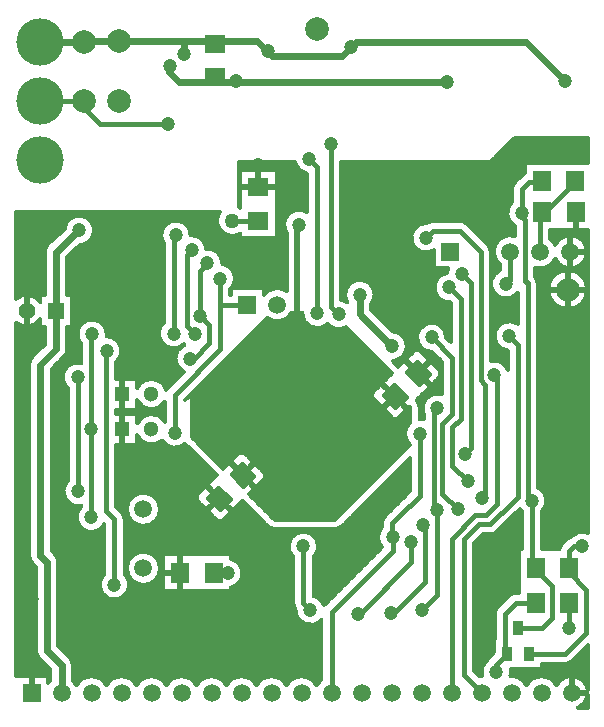
<source format=gbl>
%FSLAX43Y43*%
%MOMM*%
G71*
G01*
G75*
G04 Layer_Physical_Order=2*
%ADD10C,0.300*%
%ADD11C,0.125*%
%ADD12O,2.000X1.000*%
%ADD13R,2.000X1.000*%
%ADD14R,1.800X1.600*%
%ADD15R,1.600X1.800*%
%ADD16R,0.600X2.150*%
%ADD17R,0.600X2.150*%
%ADD18R,1.450X0.550*%
%ADD19R,1.450X0.550*%
%ADD20R,0.600X2.200*%
%ADD21R,0.600X2.200*%
%ADD22R,0.600X1.700*%
%ADD23R,0.600X1.700*%
%ADD24C,0.500*%
%ADD25C,0.400*%
%ADD26R,1.400X1.400*%
%ADD27C,1.400*%
%ADD28C,4.000*%
%ADD29C,2.000*%
%ADD30C,1.500*%
%ADD31R,1.500X1.500*%
%ADD32R,1.300X1.300*%
%ADD33C,1.300*%
%ADD34C,1.200*%
%ADD35C,1.270*%
%ADD36R,0.850X1.300*%
%ADD37C,0.600*%
D10*
X43888Y51084D02*
G03*
X43631Y50907I344J-777D01*
G01*
X43888Y51084D02*
G03*
X43631Y50907I344J-777D01*
G01*
X49127Y44416D02*
G03*
X46457Y45005I-1400J0D01*
G01*
Y43826D02*
G03*
X49127Y44416I1270J589D01*
G01*
X46457Y45005D02*
G03*
X46037Y45528I-1270J-589D01*
G01*
X43024Y50301D02*
G03*
X42775Y49700I601J-601D01*
G01*
X43024Y50301D02*
G03*
X42775Y49700I601J-601D01*
G01*
Y48617D02*
G03*
X43050Y46590I850J-917D01*
G01*
Y45756D02*
G03*
X41785Y43312I-403J-1341D01*
G01*
X49150Y41225D02*
G03*
X49150Y41225I-1650J0D01*
G01*
X44750Y43086D02*
G03*
X46457Y43826I437J1330D01*
G01*
X44950Y41775D02*
G03*
X44750Y42323I-850J0D01*
G01*
X44950Y41775D02*
G03*
X44750Y42323I-850J0D01*
G01*
X41781Y42858D02*
G03*
X43250Y40950I469J-1158D01*
G01*
Y38329D02*
G03*
X42450Y36047I-700J-1036D01*
G01*
X38951Y46801D02*
G03*
X38350Y47050I-601J-601D01*
G01*
X38951Y46801D02*
G03*
X38350Y47050I-601J-601D01*
G01*
X36075D02*
G03*
X35527Y46850I0J-850D01*
G01*
X36075Y47050D02*
G03*
X35527Y46850I0J-850D01*
G01*
G03*
X36167Y44543I-27J-1250D01*
G01*
X24400Y52025D02*
G03*
X25429Y51040I1225J250D01*
G01*
Y47775D02*
G03*
X23700Y46047I-679J-1050D01*
G01*
X40975Y44425D02*
G03*
X40726Y45026I-850J0D01*
G01*
X40975Y44425D02*
G03*
X40726Y45026I-850J0D01*
G01*
X37365Y43016D02*
G03*
X37278Y42634I1160J-466D01*
G01*
G03*
X37522Y40151I197J-1234D01*
G01*
X37225Y37175D02*
G03*
X36022Y35926I-1250J0D01*
G01*
X31150Y40800D02*
G03*
X28846Y40128I-1250J0D01*
G01*
X30850Y39988D02*
G03*
X31150Y40800I-950J812D01*
G01*
X23700Y41093D02*
G03*
X21770Y40750I-790J-1156D01*
G01*
X33875Y36425D02*
G03*
X32695Y37673I-1250J0D01*
G01*
X28846Y40128D02*
G03*
X28325Y40355I-746J-1003D01*
G01*
X49200Y20631D02*
G03*
X47783Y20297I-475J-1156D01*
G01*
X45300Y22433D02*
G03*
X45700Y23350I-850J917D01*
G01*
X42450Y34383D02*
G03*
X40975Y35190I-1182J-408D01*
G01*
X45700Y23350D02*
G03*
X44950Y24496I-1250J0D01*
G01*
X43430Y22628D02*
G03*
X43600Y22433I1020J722D01*
G01*
X40950Y20500D02*
G03*
X41551Y20749I0J850D01*
G01*
X40950Y20500D02*
G03*
X41551Y20749I0J850D01*
G01*
X47273Y9523D02*
G03*
X47874Y9772I0J850D01*
G01*
X47273Y9523D02*
G03*
X47874Y9772I0J850D01*
G01*
X47783Y20297D02*
G03*
X47399Y20076I217J-822D01*
G01*
X47783Y20297D02*
G03*
X47399Y20076I217J-822D01*
G01*
X46999Y19676D02*
G03*
X46765Y19232I601J-601D01*
G01*
X46999Y19676D02*
G03*
X46765Y19232I601J-601D01*
G01*
X49200Y7336D02*
G03*
X46550Y7689I-1380J-236D01*
G01*
X48340Y5800D02*
G03*
X49200Y6864I-520J1300D01*
G01*
X43093Y15543D02*
G03*
X42492Y15294I0J-850D01*
G01*
X43093Y15543D02*
G03*
X42492Y15294I0J-850D01*
G01*
X46550Y7689D02*
G03*
X44010Y7689I-1270J-589D01*
G01*
G03*
X42641Y8497I-1270J-589D01*
G01*
X41574Y14376D02*
G03*
X41325Y13775I601J-601D01*
G01*
X41574Y14376D02*
G03*
X41325Y13775I601J-601D01*
G01*
X42700Y8875D02*
G03*
X42684Y9073I-1250J0D01*
G01*
X42641Y8497D02*
G03*
X42700Y8875I-1191J378D01*
G01*
X36850Y32359D02*
G03*
X35301Y30684I-400J-1184D01*
G01*
X35300Y30232D02*
G03*
X34950Y30275I-325J-1207D01*
G01*
Y31292D02*
G03*
X34716Y31858I-800J0D01*
G01*
X34950Y31292D02*
G03*
X34716Y31858I-800J0D01*
G01*
X32680Y35176D02*
G03*
X33875Y36425I-56J1249D01*
G01*
X32029Y22031D02*
G03*
X31780Y21430I601J-601D01*
G01*
X32029Y22031D02*
G03*
X31780Y21430I601J-601D01*
G01*
Y21110D02*
G03*
X31772Y19399I907J-860D01*
G01*
X27800Y20925D02*
G03*
X28366Y21159I0J800D01*
G01*
X27800Y20925D02*
G03*
X28367Y21160I0J800D01*
G01*
X22108D02*
G03*
X22675Y20925I567J565D01*
G01*
X22109Y21159D02*
G03*
X22675Y20925I566J566D01*
G01*
X40849Y10075D02*
G03*
X40701Y9875I601J-601D01*
G01*
X40849Y10075D02*
G03*
X40701Y9875I601J-601D01*
G01*
G03*
X40258Y8499I749J-1000D01*
G01*
G03*
X40014Y8488I-58J-1399D01*
G01*
X26650Y8212D02*
G03*
X26230Y7689I850J-1112D01*
G01*
X25975Y18558D02*
G03*
X26375Y19475I-850J917D01*
G01*
G03*
X24275Y18558I-1250J0D01*
G01*
X26875Y14501D02*
G03*
X25975Y15294I-1175J-426D01*
G01*
X24451Y14132D02*
G03*
X26650Y13263I1249J-57D01*
G01*
X24275Y14650D02*
G03*
X24451Y14132I850J0D01*
G01*
X26230Y7689D02*
G03*
X23690Y7689I-1270J-589D01*
G01*
X24275Y14650D02*
G03*
X24451Y14132I850J0D01*
G01*
X18022Y47750D02*
G03*
X19768Y45953I1078J-700D01*
G01*
X18250Y43450D02*
G03*
X16894Y44696I-1250J0D01*
G01*
X19325Y42150D02*
G03*
X18248Y43388I-1250J0D01*
G01*
X15575Y45825D02*
G03*
X13275Y45147I-1250J0D01*
G01*
X16894Y44696D02*
G03*
X15575Y45823I-1244J-121D01*
G01*
X19024Y41337D02*
G03*
X19325Y42150I-949J813D01*
G01*
X15052Y36532D02*
G03*
X14975Y34252I473J-1157D01*
G01*
X13275Y38417D02*
G03*
X14988Y36595I850J-917D01*
G01*
X13504Y32733D02*
G03*
X11058Y32863I-1246J-370D01*
G01*
X13649Y32926D02*
G03*
X13504Y32733I601J-601D01*
G01*
X13649Y32926D02*
G03*
X13504Y32733I601J-601D01*
G01*
X11058Y31863D02*
G03*
X13400Y31742I1200J500D01*
G01*
X13164Y28456D02*
G03*
X15105Y28164I1086J619D01*
G01*
X13400Y30009D02*
G03*
X11058Y29888I-1142J-621D01*
G01*
Y28888D02*
G03*
X13164Y28456I1200J500D01*
G01*
X6189Y44976D02*
G03*
X7400Y46225I-39J1249D01*
G01*
G03*
X4910Y46380I-1250J0D01*
G01*
X3550Y45142D02*
G03*
X3239Y44439I639J-703D01*
G01*
X3549Y45141D02*
G03*
X3239Y44439I640J-702D01*
G01*
X8463Y37275D02*
G03*
X8475Y37450I-1238J175D01*
G01*
X9700Y36025D02*
G03*
X8463Y37275I-1250J0D01*
G01*
X8475Y37450D02*
G03*
X6325Y36583I-1250J0D01*
G01*
X2839Y40140D02*
G03*
X800Y40450I-1150J-707D01*
G01*
Y38417D02*
G03*
X2839Y38726I889J1016D01*
G01*
X9275Y35086D02*
G03*
X9700Y36025I-825J939D01*
G01*
X6325Y35007D02*
G03*
X5162Y32872I-325J-1207D01*
G01*
X4860Y35542D02*
G03*
X5139Y36214I-672J672D01*
G01*
X4860Y35542D02*
G03*
X5139Y36214I-672J672D01*
G01*
X2178Y35547D02*
G03*
X1900Y34875I672J-672D01*
G01*
X2178Y35547D02*
G03*
X1900Y34875I672J-672D01*
G01*
X19950Y17200D02*
G03*
X18963Y18422I-1250J0D01*
G01*
X12975Y22617D02*
G03*
X12975Y22617I-1400J0D01*
G01*
Y17617D02*
G03*
X12975Y17617I-1400J0D01*
G01*
X18963Y15978D02*
G03*
X19950Y17200I-263J1222D01*
G01*
X23690Y7689D02*
G03*
X21150Y7689I-1270J-589D01*
G01*
G03*
X18610Y7689I-1270J-589D01*
G01*
G03*
X16070Y7689I-1270J-589D01*
G01*
G03*
X13530Y7689I-1270J-589D01*
G01*
G03*
X10990Y7689I-1270J-589D01*
G01*
G03*
X8450Y7689I-1270J-589D01*
G01*
X5162Y25005D02*
G03*
X6325Y22906I888J-880D01*
G01*
X9975Y21775D02*
G03*
X9726Y22376I-850J0D01*
G01*
X9975Y21775D02*
G03*
X9726Y22376I-850J0D01*
G01*
X6325Y22867D02*
G03*
X8275Y21356I850J-917D01*
G01*
X10375Y16225D02*
G03*
X9975Y17142I-1250J0D01*
G01*
X4375Y18125D02*
G03*
X4097Y18797I-950J0D01*
G01*
X4375Y18125D02*
G03*
X4097Y18797I-950J0D01*
G01*
X8275Y17142D02*
G03*
X10375Y16225I850J-917D01*
G01*
X5590Y9435D02*
G03*
X5312Y10107I-950J0D01*
G01*
X5590Y9435D02*
G03*
X5312Y10107I-950J0D01*
G01*
X8450Y7689D02*
G03*
X5910Y7689I-1270J-589D01*
G01*
X5910D02*
G03*
X5590Y8128I-1270J-589D01*
G01*
X1900Y18700D02*
G03*
X2178Y18028I950J0D01*
G01*
X1900Y18700D02*
G03*
X2178Y18028I950J0D01*
G01*
X2475Y10650D02*
G03*
X2753Y9978I950J0D01*
G01*
X2475Y10650D02*
G03*
X2753Y9978I950J0D01*
G01*
X3690Y8128D02*
G03*
X3500Y7913I950J-1028D01*
G01*
X34150Y29964D02*
G03*
X34125Y28108I825J-939D01*
G01*
X27156Y38306D02*
G03*
X28698Y38027I944J819D01*
G01*
X25031Y39275D02*
G03*
X27156Y38306I1247J-79D01*
G01*
X22068Y38818D02*
G03*
X24143Y39275I841J1119D01*
G01*
X49200Y51932D02*
Y54075D01*
X49200Y51932D02*
Y54075D01*
X49100Y51932D02*
Y54075D01*
X49000Y51932D02*
Y54075D01*
X48900Y51932D02*
Y54075D01*
X48800Y51932D02*
Y54075D01*
X48700Y51932D02*
Y54075D01*
X48600Y51932D02*
Y54075D01*
X48500Y51932D02*
Y54075D01*
X48400Y51932D02*
Y54075D01*
X48300Y51932D02*
Y54075D01*
X48200Y51932D02*
Y54075D01*
X48100Y51932D02*
Y54075D01*
X48000Y51932D02*
Y54075D01*
X47900Y51932D02*
Y54075D01*
X47800Y51932D02*
Y54075D01*
X47700Y51932D02*
Y54075D01*
X47600Y51932D02*
Y54075D01*
X47500Y51932D02*
Y54075D01*
X47400Y51932D02*
Y54075D01*
X47300Y51932D02*
Y54075D01*
X47200Y51932D02*
Y54075D01*
X47100Y51932D02*
Y54075D01*
X47000Y51932D02*
Y54075D01*
X46900Y51932D02*
Y54075D01*
X46800Y51932D02*
Y54075D01*
X46688Y51932D02*
X49200D01*
X46700D02*
Y54075D01*
X46600Y51932D02*
Y54075D01*
X46500Y51932D02*
Y54075D01*
X43888Y51932D02*
X46688D01*
X46400D02*
Y54075D01*
X46300Y51932D02*
Y54075D01*
X46200Y51932D02*
Y54075D01*
X46100Y51932D02*
Y54075D01*
X46000Y51932D02*
Y54075D01*
X45900Y51932D02*
Y54075D01*
X45800Y51932D02*
Y54075D01*
X45700Y51932D02*
Y54075D01*
X45600Y51932D02*
Y54075D01*
X45500Y51932D02*
Y54075D01*
X45400Y51932D02*
Y54075D01*
X45300Y51932D02*
Y54075D01*
X45200Y51932D02*
Y54075D01*
X45100Y51932D02*
Y54075D01*
X45000Y51932D02*
Y54075D01*
X44900Y51932D02*
Y54075D01*
X44800Y51932D02*
Y54075D01*
X44700Y51932D02*
Y54075D01*
X44600Y51932D02*
Y54075D01*
X44500Y51932D02*
Y54075D01*
X44400Y51932D02*
Y54075D01*
X44300Y51932D02*
Y54075D01*
X44200Y51932D02*
Y54075D01*
X44100Y51932D02*
Y54075D01*
X44000Y51932D02*
Y54075D01*
X43900Y51932D02*
Y54075D01*
X43888Y51084D02*
Y51932D01*
X43800Y51039D02*
Y54075D01*
X43700Y50970D02*
Y54075D01*
X43600Y50877D02*
Y54075D01*
X43500Y50777D02*
Y54075D01*
X43400Y50677D02*
Y54075D01*
X43300Y50577D02*
Y54075D01*
X48700Y45423D02*
Y46243D01*
X48600Y45510D02*
Y46243D01*
X48500Y45583D02*
Y46243D01*
X48400Y45643D02*
Y46243D01*
X48300Y45693D02*
Y46243D01*
X49100Y44691D02*
Y46243D01*
X49000Y44999D02*
Y46243D01*
X48900Y45180D02*
Y46243D01*
X48800Y45315D02*
Y46243D01*
X46812D02*
X49200D01*
X46037Y46200D02*
X49200D01*
X46037Y46100D02*
X49200D01*
X48200Y45733D02*
Y46243D01*
X46037Y46000D02*
X49200D01*
X48100Y45765D02*
Y46243D01*
X48000Y45789D02*
Y46243D01*
X48723Y45400D02*
X49200D01*
X48813Y45300D02*
X49200D01*
X48887Y45200D02*
X49200D01*
X48949Y45100D02*
X49200D01*
X48999Y45000D02*
X49200D01*
X49041Y44900D02*
X49200D01*
X49073Y44800D02*
X49200D01*
X49098Y44700D02*
X49200D01*
X46037Y45900D02*
X49200D01*
X47937Y45800D02*
X49200D01*
X48285Y45700D02*
X49200D01*
X48474Y45600D02*
X49200D01*
X48613Y45500D02*
X49200D01*
X47900Y45805D02*
Y46243D01*
X47800Y45814D02*
Y46243D01*
X47700Y45815D02*
Y46243D01*
X47600Y45810D02*
Y46243D01*
X47500Y45797D02*
Y46243D01*
X47400Y45777D02*
Y46243D01*
X47300Y45749D02*
Y46243D01*
X47200Y45712D02*
Y46243D01*
X47100Y45667D02*
Y46243D01*
X47000Y45612D02*
Y46243D01*
X46037Y46243D02*
X46812D01*
X43200Y50477D02*
Y54075D01*
X43100Y50377D02*
Y54075D01*
X46900Y45545D02*
Y46243D01*
X46800Y45464D02*
Y46243D01*
X46700Y45367D02*
Y46243D01*
X46600Y45246D02*
Y46243D01*
X46273Y45300D02*
X46642D01*
X46347Y45200D02*
X46567D01*
X46300Y45265D02*
Y46243D01*
X46200Y45382D02*
Y46243D01*
X46500Y45089D02*
Y46243D01*
X46400Y45115D02*
Y46243D01*
X46037Y45800D02*
X47518D01*
X46037Y45700D02*
X47170D01*
X46100Y45477D02*
Y46243D01*
X46037Y45600D02*
X46980D01*
X46073Y45500D02*
X46842D01*
X46183Y45400D02*
X46732D01*
X46037Y45528D02*
Y46243D01*
X43025Y54075D02*
X49200D01*
X42950Y54000D02*
X49200D01*
X42850Y53900D02*
X49200D01*
X42750Y53800D02*
X49200D01*
X42650Y53700D02*
X49200D01*
X42550Y53600D02*
X49200D01*
X42450Y53500D02*
X49200D01*
X42350Y53400D02*
X49200D01*
X42250Y53300D02*
X49200D01*
X42150Y53200D02*
X49200D01*
X42050Y53100D02*
X49200D01*
X41950Y53000D02*
X49200D01*
X41850Y52900D02*
X49200D01*
X41750Y52800D02*
X49200D01*
X41650Y52700D02*
X49200D01*
X41550Y52600D02*
X49200D01*
X41450Y52500D02*
X49200D01*
X41350Y52400D02*
X49200D01*
X41250Y52300D02*
X49200D01*
X41150Y52200D02*
X49200D01*
X41050Y52100D02*
X49200D01*
X28325Y52000D02*
X49200D01*
X28325Y51900D02*
X43888D01*
X28325Y51800D02*
X43888D01*
X28325Y51700D02*
X43888D01*
X28325Y51600D02*
X43888D01*
X28325Y51500D02*
X43888D01*
X28325Y51400D02*
X43888D01*
X28325Y51300D02*
X43888D01*
X28325Y51200D02*
X43888D01*
X28325Y51100D02*
X43888D01*
X28325Y51000D02*
X43740D01*
X28325Y50900D02*
X43623D01*
X43024Y50301D02*
X43631Y50907D01*
X40975Y52025D02*
X43025Y54075D01*
X28325Y50800D02*
X43523D01*
X43000Y50276D02*
Y54050D01*
X42900Y50143D02*
Y53950D01*
X42800Y49904D02*
Y53850D01*
X42700Y48541D02*
Y53750D01*
X28325Y50700D02*
X43423D01*
X28325Y50600D02*
X43323D01*
X28325Y50500D02*
X43223D01*
X28325Y50400D02*
X43123D01*
X28325Y50300D02*
X43023D01*
X28325Y50200D02*
X42938D01*
X28325Y50100D02*
X42875D01*
X28325Y50000D02*
X42830D01*
X28325Y49900D02*
X42799D01*
X28325Y49800D02*
X42781D01*
X28325Y49700D02*
X42775D01*
X28325Y49600D02*
X42775D01*
X28325Y49500D02*
X42775D01*
X28325Y49400D02*
X42775D01*
Y48617D02*
Y49700D01*
X28325Y49300D02*
X42775D01*
X28325Y49200D02*
X42775D01*
X28325Y49100D02*
X42775D01*
X28325Y49000D02*
X42775D01*
X28325Y48900D02*
X42775D01*
X28325Y48800D02*
X42775D01*
X28325Y48700D02*
X42775D01*
X28325Y48600D02*
X42757D01*
X28325Y48500D02*
X42664D01*
X42600Y48415D02*
Y53650D01*
X38637Y47000D02*
X42589D01*
X38952Y46800D02*
X42758D01*
X42500Y48245D02*
Y53550D01*
X38832Y46900D02*
X42665D01*
X42700Y45815D02*
Y46859D01*
X42500Y45808D02*
Y47155D01*
X42600Y45815D02*
Y46985D01*
X28325Y48400D02*
X42589D01*
X28325Y48300D02*
X42528D01*
X28325Y48200D02*
X42479D01*
X28325Y48100D02*
X42441D01*
X28325Y47300D02*
X42441D01*
X28325Y47100D02*
X42528D01*
X28325Y48000D02*
X42411D01*
X28325Y47200D02*
X42479D01*
X43050Y45756D02*
Y46590D01*
X39852Y45900D02*
X43050D01*
X42800Y45807D02*
Y46761D01*
X43000Y45770D02*
Y46618D01*
X42857Y45800D02*
X43050D01*
X42900Y45793D02*
Y46682D01*
X39952Y45800D02*
X42438D01*
X39152Y46600D02*
X43032D01*
X39252Y46500D02*
X43050D01*
X39052Y46700D02*
X42875D01*
X39352Y46400D02*
X43050D01*
X39452Y46300D02*
X43050D01*
X39552Y46200D02*
X43050D01*
X39652Y46100D02*
X43050D01*
X39752Y46000D02*
X43050D01*
X42400Y47948D02*
Y53450D01*
X42300Y45772D02*
Y53350D01*
X42200Y45742D02*
Y53250D01*
X42100Y45704D02*
Y53150D01*
X42000Y45657D02*
Y53050D01*
X41900Y45599D02*
Y52950D01*
X41800Y45530D02*
Y52850D01*
X41700Y45446D02*
Y52750D01*
X28325Y47900D02*
X42391D01*
X28325Y47800D02*
X42379D01*
X28325Y47700D02*
X42375D01*
X28325Y47600D02*
X42379D01*
X41600Y45345D02*
Y52650D01*
X41500Y45218D02*
Y52550D01*
X41400Y45051D02*
Y52450D01*
X41300Y44796D02*
Y52350D01*
X42400Y45794D02*
Y47452D01*
X40652Y45100D02*
X41426D01*
X40751Y45000D02*
X41375D01*
X40830Y44900D02*
X41334D01*
X40888Y44800D02*
X41301D01*
X40929Y44700D02*
X41276D01*
X40957Y44600D02*
X41259D01*
X40975Y44200D02*
X41264D01*
X28325Y47500D02*
X42391D01*
X28325Y47400D02*
X42412D01*
X40052Y45700D02*
X42090D01*
X40152Y45600D02*
X41901D01*
X40252Y45500D02*
X41762D01*
X40352Y45400D02*
X41652D01*
X40452Y45300D02*
X41562D01*
X40552Y45200D02*
X41487D01*
X49091Y44100D02*
X49200D01*
X49064Y44000D02*
X49200D01*
X49029Y43900D02*
X49200D01*
X48985Y43800D02*
X49200D01*
X48930Y43700D02*
X49200D01*
X49000Y41912D02*
Y43832D01*
X48865Y43600D02*
X49200D01*
X48900Y42098D02*
Y43651D01*
X48800Y42241D02*
Y43516D01*
X48786Y43500D02*
X49200D01*
X48691Y43400D02*
X49200D01*
X48573Y43300D02*
X49200D01*
X48421Y43200D02*
X49200D01*
X48700Y42357D02*
Y43409D01*
X48600Y42455D02*
Y43321D01*
X48500Y42537D02*
Y43248D01*
X48400Y42608D02*
Y43188D01*
X48658Y42400D02*
X49200D01*
X48752Y42300D02*
X49200D01*
X48831Y42200D02*
X49200D01*
X48899Y42100D02*
X49200D01*
X48957Y42000D02*
X49200D01*
X49005Y41900D02*
X49200D01*
X49046Y41800D02*
X49200D01*
X49080Y41700D02*
X49200D01*
X48206Y43100D02*
X49200D01*
X47992Y42800D02*
X49200D01*
X48300Y42668D02*
Y43138D01*
X48100Y42762D02*
Y43066D01*
X48240Y42700D02*
X49200D01*
X48412Y42600D02*
X49200D01*
X48200Y42719D02*
Y43098D01*
X48547Y42500D02*
X49200D01*
X46900Y42762D02*
Y43286D01*
X46800Y42719D02*
Y43367D01*
X47000Y42797D02*
Y43219D01*
X46390Y43700D02*
X46524D01*
X46325Y43600D02*
X46589D01*
X46600Y42608D02*
Y43586D01*
X46700Y42668D02*
Y43465D01*
X46500Y42537D02*
Y43742D01*
X46400Y42455D02*
Y43716D01*
X46033Y43300D02*
X46882D01*
X45881Y43200D02*
X47033D01*
X46246Y43500D02*
X46668D01*
X46151Y43400D02*
X46764D01*
X46300Y42358D02*
Y43566D01*
X46200Y42241D02*
Y43449D01*
X46100Y42098D02*
Y43354D01*
X46000Y41912D02*
Y43276D01*
X47900Y42826D02*
Y43026D01*
X47800Y42847D02*
Y43017D01*
X47700Y42863D02*
Y43016D01*
X47600Y42872D02*
Y43021D01*
X48000Y42797D02*
Y43042D01*
X47500Y42875D02*
Y43034D01*
X47400Y42872D02*
Y43054D01*
X47300Y42863D02*
Y43082D01*
X45666Y43100D02*
X47249D01*
X47200Y42847D02*
Y43119D01*
X47100Y42826D02*
Y43164D01*
X44900Y42063D02*
Y43045D01*
X44885Y42100D02*
X46101D01*
X44920Y42000D02*
X46043D01*
X44941Y41900D02*
X45994D01*
X44950Y41800D02*
X45953D01*
X49094Y40800D02*
X49200D01*
X49064Y40700D02*
X49200D01*
X49027Y40600D02*
X49200D01*
X48982Y40500D02*
X49200D01*
X48929Y40400D02*
X49200D01*
X48866Y40300D02*
X49200D01*
X48793Y40200D02*
X49200D01*
X48707Y40100D02*
X49200D01*
X48605Y40000D02*
X49200D01*
X48483Y39900D02*
X49200D01*
X48331Y39800D02*
X49200D01*
X48129Y39700D02*
X49200D01*
X47785Y39600D02*
X49200D01*
X44950Y39500D02*
X49200D01*
X44950Y39400D02*
X49200D01*
X44950Y39300D02*
X49200D01*
X44950Y39200D02*
X49200D01*
X44950Y39100D02*
X49200D01*
X44950Y39000D02*
X49200D01*
X44950Y38900D02*
X49200D01*
X44950Y38800D02*
X49200D01*
X44950Y38700D02*
X49200D01*
X44950Y38600D02*
X49200D01*
X44950Y38500D02*
X49200D01*
X44950Y38400D02*
X49200D01*
X44950Y38300D02*
X49200D01*
X44950Y38200D02*
X49200D01*
X44950Y38100D02*
X49200D01*
X44950Y38000D02*
X49200D01*
X44950Y37900D02*
X49200D01*
X44950Y37800D02*
X49200D01*
X44950Y37700D02*
X49200D01*
X44950Y37600D02*
X49200D01*
X49100Y41628D02*
Y44140D01*
X45900Y41628D02*
Y43211D01*
X44950Y41700D02*
X45920D01*
X44950Y41600D02*
X45893D01*
X44950Y41500D02*
X45873D01*
X44950Y41400D02*
X45859D01*
X44950Y41300D02*
X45852D01*
X44950Y41200D02*
X45850D01*
X44950Y41100D02*
X45855D01*
X44950Y41000D02*
X45865D01*
X44950Y40900D02*
X45882D01*
X44950Y40700D02*
X45936D01*
X44950Y40500D02*
X46018D01*
X44950Y40800D02*
X45906D01*
X44950Y40600D02*
X45973D01*
X44950Y40200D02*
X46207D01*
X44950Y40100D02*
X46293D01*
X44950Y40400D02*
X46071D01*
X44950Y40300D02*
X46134D01*
X44950Y39800D02*
X46668D01*
X44950Y39700D02*
X46870D01*
X44950Y40000D02*
X46395D01*
X44950Y39900D02*
X46517D01*
X44950Y37500D02*
X49200D01*
X44950Y37400D02*
X49200D01*
X44950Y39600D02*
X47214D01*
X44950Y37300D02*
X49200D01*
X44750Y43000D02*
X49200D01*
X44750Y42900D02*
X49200D01*
X44750Y42800D02*
X47008D01*
X44750Y42700D02*
X46760D01*
X44750Y42600D02*
X46588D01*
X44836Y42200D02*
X46169D01*
X44800Y42257D02*
Y43070D01*
X44750Y42323D02*
Y43086D01*
Y42500D02*
X46452D01*
X44750Y42400D02*
X46341D01*
X44769Y42300D02*
X46248D01*
X43117Y40800D02*
X43250D01*
X43000Y40700D02*
X43250D01*
X42843Y40600D02*
X43250D01*
X42600Y40500D02*
X43250D01*
X40975Y40400D02*
X43250D01*
X40975Y40300D02*
X43250D01*
X40975Y40200D02*
X43250D01*
X40975Y40100D02*
X43250D01*
X40975Y40000D02*
X43250D01*
X40975Y39900D02*
X43250D01*
X40975Y39800D02*
X43250D01*
X40975Y39700D02*
X43250D01*
X40975Y39600D02*
X43250D01*
X40975Y39500D02*
X43250D01*
X40975Y39400D02*
X43250D01*
X40975Y39300D02*
X43250D01*
X40975Y39200D02*
X43250D01*
X40975Y39100D02*
X43250D01*
X40975Y43900D02*
X41346D01*
X40975Y43700D02*
X41444D01*
X41781Y42858D02*
X41785Y43312D01*
X40975Y44100D02*
X41283D01*
X40975Y43800D02*
X41390D01*
X41600Y42768D02*
Y43487D01*
X41700Y42822D02*
Y43385D01*
X41400Y42616D02*
Y43780D01*
X41500Y42700D02*
Y43613D01*
X40975Y43400D02*
X41684D01*
X40975Y43300D02*
X41785D01*
X40975Y43600D02*
X41509D01*
X40975Y43500D02*
X41588D01*
X40975Y43200D02*
X41784D01*
X40975Y43100D02*
X41783D01*
X40975Y43000D02*
X41782D01*
X40975Y42900D02*
X41781D01*
X40975Y42800D02*
X41656D01*
X40975Y42700D02*
X41500D01*
X40975Y42600D02*
X41382D01*
X40975Y40800D02*
X41383D01*
X42900Y38493D02*
Y40632D01*
X42877Y38500D02*
X43250D01*
X42800Y38518D02*
Y40577D01*
X42700Y38534D02*
Y40534D01*
X40975Y40500D02*
X41900D01*
X40975Y39000D02*
X43250D01*
X40975Y40700D02*
X41500D01*
X40975Y40600D02*
X41657D01*
X40975Y38900D02*
X43250D01*
X40975Y38800D02*
X43250D01*
X40975Y38700D02*
X43250D01*
X40975Y38600D02*
X43250D01*
X44950Y37200D02*
X49200D01*
X44950Y37100D02*
X49200D01*
X44950Y37000D02*
X49200D01*
X44950Y36900D02*
X49200D01*
X44950Y36800D02*
X49200D01*
X44950Y36700D02*
X49200D01*
X44950Y36600D02*
X49200D01*
X44950Y36500D02*
X49200D01*
X44950Y36400D02*
X49200D01*
X43100Y38416D02*
Y40783D01*
X43132Y38400D02*
X43250D01*
X42600Y38542D02*
Y40500D01*
X42500Y38542D02*
Y40475D01*
X43250Y38329D02*
Y40950D01*
X43200Y38361D02*
Y40887D01*
X43000Y38460D02*
Y40700D01*
X44950Y36300D02*
X49200D01*
X44950Y36200D02*
X49200D01*
X44950Y36100D02*
X49200D01*
X44950Y36000D02*
X49200D01*
X44950Y35900D02*
X49200D01*
X44950Y35800D02*
X49200D01*
X44950Y35700D02*
X49200D01*
X44950Y35600D02*
X49200D01*
X40975Y36000D02*
X42450D01*
X40975Y35900D02*
X42450D01*
X40975Y35800D02*
X42450D01*
X40975Y35700D02*
X42450D01*
X44950Y35500D02*
X49200D01*
X44950Y35400D02*
X49200D01*
X40975Y35600D02*
X42450D01*
X44950Y35300D02*
X49200D01*
X42400Y38534D02*
Y40459D01*
X42300Y38518D02*
Y40451D01*
X42200Y38493D02*
Y40451D01*
X42100Y38460D02*
Y40459D01*
X42000Y38416D02*
Y40475D01*
X41900Y38361D02*
Y40500D01*
X41800Y38293D02*
Y40534D01*
X41700Y38210D02*
Y40578D01*
X40975Y38500D02*
X42223D01*
X40975Y38400D02*
X41968D01*
X40975Y38300D02*
X41809D01*
X40975Y38200D02*
X41689D01*
X41600Y38106D02*
Y40632D01*
X40975Y38100D02*
X41595D01*
X41400Y37783D02*
Y40784D01*
X41500Y37971D02*
Y40700D01*
X40975Y38000D02*
X41519D01*
X40975Y37900D02*
X41457D01*
X40975Y37800D02*
X41407D01*
X40975Y37700D02*
X41368D01*
X40975Y36700D02*
X41450D01*
X40975Y36600D02*
X41510D01*
X40975Y36900D02*
X41364D01*
X40975Y36800D02*
X41402D01*
X40975Y36300D02*
X41791D01*
X40975Y36200D02*
X41944D01*
X40975Y36500D02*
X41584D01*
X40975Y36400D02*
X41676D01*
X40975Y35500D02*
X42450D01*
X40975Y35400D02*
X42450D01*
X40975Y36100D02*
X42179D01*
X40975Y35300D02*
X42450D01*
X39900Y45852D02*
Y52025D01*
X39800Y45952D02*
Y52025D01*
X39700Y46052D02*
Y52025D01*
X39600Y46152D02*
Y52025D01*
X39500Y46252D02*
Y52025D01*
X40300Y45452D02*
Y52025D01*
X40200Y45552D02*
Y52025D01*
X40100Y45652D02*
Y52025D01*
X40000Y45752D02*
Y52025D01*
X39000Y46752D02*
Y52025D01*
X38900Y46848D02*
Y52025D01*
X38800Y46921D02*
Y52025D01*
X38700Y46975D02*
Y52025D01*
X39400Y46352D02*
Y52025D01*
X39300Y46452D02*
Y52025D01*
X39200Y46552D02*
Y52025D01*
X39100Y46652D02*
Y52025D01*
X38600Y47012D02*
Y52025D01*
X38500Y47037D02*
Y52025D01*
X38400Y47048D02*
Y52025D01*
X38300Y47050D02*
Y52025D01*
X38200Y47050D02*
Y52025D01*
X38100Y47050D02*
Y52025D01*
X38000Y47050D02*
Y52025D01*
X37900Y47050D02*
Y52025D01*
X37800Y47050D02*
Y52025D01*
X37700Y47050D02*
Y52025D01*
X37600Y47050D02*
Y52025D01*
X36075Y47050D02*
X38350D01*
X37500D02*
Y52025D01*
X37400Y47050D02*
Y52025D01*
X37300Y47050D02*
Y52025D01*
X37200Y47050D02*
Y52025D01*
X37100Y47050D02*
Y52025D01*
X37000Y47050D02*
Y52025D01*
X36900Y47050D02*
Y52025D01*
X36800Y47050D02*
Y52025D01*
X36700Y47050D02*
Y52025D01*
X36600Y47050D02*
Y52025D01*
X36500Y47050D02*
Y52025D01*
X36400Y47050D02*
Y52025D01*
X36300Y47050D02*
Y52025D01*
X36200Y47050D02*
Y52025D01*
X36100Y47050D02*
Y52025D01*
X36000Y47047D02*
Y52025D01*
X35900Y47032D02*
Y52025D01*
X35800Y47004D02*
Y52025D01*
X35700Y46963D02*
Y52025D01*
X35600Y46905D02*
Y52025D01*
X35500Y46850D02*
Y52025D01*
X35400Y46846D02*
Y52025D01*
X35300Y46834D02*
Y52025D01*
X35200Y46813D02*
Y52025D01*
X35100Y46784D02*
Y52025D01*
X35000Y46745D02*
Y52025D01*
X34900Y46696D02*
Y52025D01*
X34800Y46635D02*
Y52025D01*
X34700Y46560D02*
Y52025D01*
X34600Y46467D02*
Y52025D01*
X34500Y46350D02*
Y52025D01*
X34400Y46194D02*
Y52025D01*
X34300Y45950D02*
Y52025D01*
X40800Y44942D02*
Y52025D01*
X40700Y45052D02*
Y52025D01*
X40600Y45152D02*
Y52025D01*
X40500Y45252D02*
Y52025D01*
X40400Y45352D02*
Y52025D01*
X41200Y42378D02*
Y52250D01*
X41100Y42190D02*
Y52150D01*
X40900Y44774D02*
Y52025D01*
X34200Y35726D02*
Y52025D01*
X33700Y37063D02*
Y52025D01*
X33600Y37207D02*
Y52025D01*
X33500Y37318D02*
Y52025D01*
X33400Y37406D02*
Y52025D01*
X34100Y35626D02*
Y52025D01*
X34000Y35526D02*
Y52025D01*
X33900Y35426D02*
Y52025D01*
X33800Y36851D02*
Y52025D01*
X38951Y46801D02*
X40726Y45026D01*
X33100Y37581D02*
Y52025D01*
X32800Y37663D02*
Y52025D01*
X33300Y37477D02*
Y52025D01*
X33200Y37535D02*
Y52025D01*
X33000Y37617D02*
Y52025D01*
X32900Y37644D02*
Y52025D01*
X32300Y38069D02*
Y52025D01*
X32200Y38168D02*
Y52025D01*
X32100Y38269D02*
Y52025D01*
X32000Y38368D02*
Y52025D01*
X32700Y37673D02*
Y52025D01*
X32600Y37769D02*
Y52025D01*
X32500Y37868D02*
Y52025D01*
X32400Y37968D02*
Y52025D01*
X31500Y38868D02*
Y52025D01*
X31400Y38968D02*
Y52025D01*
X31300Y39069D02*
Y52025D01*
X31200Y39168D02*
Y52025D01*
X31900Y38468D02*
Y52025D01*
X31800Y38569D02*
Y52025D01*
X31700Y38668D02*
Y52025D01*
X31600Y38769D02*
Y52025D01*
X30700Y41761D02*
Y52025D01*
X30600Y41836D02*
Y52025D01*
X30500Y41897D02*
Y52025D01*
X30400Y41946D02*
Y52025D01*
X31100Y41150D02*
Y52025D01*
X31000Y41394D02*
Y52025D01*
X30900Y41550D02*
Y52025D01*
X30800Y41668D02*
Y52025D01*
X30300Y41984D02*
Y52025D01*
X30200Y42014D02*
Y52025D01*
X30100Y42034D02*
Y52025D01*
X30000Y42046D02*
Y52025D01*
X29900Y42050D02*
Y52025D01*
X29800Y42046D02*
Y52025D01*
X29700Y42034D02*
Y52025D01*
X29600Y42013D02*
Y52025D01*
X29500Y41984D02*
Y52025D01*
X29400Y41946D02*
Y52025D01*
X29300Y41897D02*
Y52025D01*
X29200Y41836D02*
Y52025D01*
X29100Y41760D02*
Y52025D01*
X29000Y41667D02*
Y52025D01*
X28900Y41550D02*
Y52025D01*
X28800Y41393D02*
Y52025D01*
X28325D02*
X40975D01*
X22868Y51000D02*
X25429D01*
X22868Y50900D02*
X25429D01*
X22868Y50800D02*
X25429D01*
X22868Y50700D02*
X25429D01*
X22868Y50600D02*
X25429D01*
X22868Y50500D02*
X25429D01*
X22868Y50400D02*
X25429D01*
X22868Y50300D02*
X25429D01*
X22868Y50200D02*
X25429D01*
X22868Y50100D02*
X25429D01*
X22868Y50000D02*
X25429D01*
X22868Y49900D02*
X25429D01*
X22868Y49800D02*
X25429D01*
X22868Y49700D02*
X25429D01*
X22868Y49600D02*
X25429D01*
X22868Y49500D02*
X25429D01*
X22868Y49400D02*
X25429D01*
X22868Y49300D02*
X25429D01*
X22868Y49200D02*
X25429D01*
X22868Y49100D02*
X25429D01*
X22868Y49000D02*
X25429D01*
X22868Y48900D02*
X25429D01*
X25177Y47900D02*
X25429D01*
X22868Y48800D02*
X25429D01*
X22868Y48700D02*
X25429D01*
X22868Y48600D02*
X25429D01*
X22868Y48400D02*
X25429D01*
X22868Y48300D02*
X25429D01*
X22868Y48200D02*
X25429D01*
X22868Y48100D02*
X25429D01*
X22868Y48000D02*
X25429D01*
X22800Y51313D02*
Y52025D01*
X22700Y51313D02*
Y52025D01*
X22600Y51313D02*
Y52025D01*
X22500Y51313D02*
Y52025D01*
X22400Y51313D02*
Y52025D01*
X24400Y47925D02*
Y52025D01*
X24300Y47891D02*
Y52025D01*
X24200Y47847D02*
Y52025D01*
X22300Y51313D02*
Y52025D01*
X22200Y51313D02*
Y52025D01*
X22100Y51313D02*
Y52025D01*
X22000Y51313D02*
Y52025D01*
X21900Y51313D02*
Y52025D01*
X21800Y51313D02*
Y52025D01*
X21700Y51313D02*
Y52025D01*
X21600Y51313D02*
Y52025D01*
X21500Y51313D02*
Y52025D01*
X25200Y47891D02*
Y51100D01*
X25100Y47925D02*
Y51141D01*
X24700Y47974D02*
Y51434D01*
X24800Y47974D02*
Y51336D01*
X25429Y47775D02*
Y51040D01*
X25300Y47848D02*
Y51068D01*
X24900Y47966D02*
Y51257D01*
X25000Y47950D02*
Y51193D01*
X22868Y51200D02*
X24987D01*
X22868Y51100D02*
X25199D01*
X21400Y51313D02*
Y52025D01*
X22868Y51300D02*
X24843D01*
X24500Y47950D02*
Y51730D01*
X24600Y47966D02*
Y51560D01*
X22868Y48513D02*
Y51313D01*
Y47900D02*
X24323D01*
X28700Y41150D02*
Y52025D01*
X24100Y47793D02*
Y52025D01*
X25400Y47793D02*
Y51045D01*
X24000Y47725D02*
Y52025D01*
X23900Y47641D02*
Y52025D01*
X28600Y40271D02*
Y52025D01*
X28500Y40309D02*
Y52025D01*
X28400Y40339D02*
Y52025D01*
X28325Y40355D02*
Y52025D01*
X22868Y47800D02*
X24112D01*
X22868Y47700D02*
X23968D01*
X23800Y47537D02*
Y52025D01*
X22868Y47600D02*
X23857D01*
X22868Y47500D02*
X23769D01*
X23700Y47403D02*
Y52025D01*
X22868Y47400D02*
X23698D01*
X28325Y47000D02*
X35788D01*
X28325Y46900D02*
X35593D01*
X28325Y46800D02*
X35150D01*
X28325Y46700D02*
X34906D01*
X28325Y46600D02*
X34750D01*
X28325Y46500D02*
X34632D01*
X28325Y46400D02*
X34539D01*
X28325Y46300D02*
X34464D01*
X28325Y46200D02*
X34403D01*
X28325Y46100D02*
X34354D01*
X28325Y46000D02*
X34316D01*
X22868D02*
X23700D01*
X28325Y45900D02*
X34286D01*
X28325Y45800D02*
X34266D01*
X28325Y45700D02*
X34254D01*
X28325Y45600D02*
X34250D01*
X23600Y47215D02*
Y52025D01*
X23100Y41324D02*
Y52025D01*
X23000Y41334D02*
Y52025D01*
X22900Y41337D02*
Y52025D01*
X23500Y41206D02*
Y52025D01*
X23400Y41248D02*
Y52025D01*
X23300Y41282D02*
Y52025D01*
X23200Y41307D02*
Y52025D01*
X22868Y47300D02*
X23640D01*
X22868Y47200D02*
X23594D01*
X22868Y47100D02*
X23558D01*
X22868Y47000D02*
X23531D01*
X22868Y46900D02*
X23512D01*
X22868Y46800D02*
X23502D01*
X22868Y45613D02*
Y48413D01*
Y46700D02*
X23500D01*
X22868Y46400D02*
X23543D01*
X22868Y46300D02*
X23575D01*
X22868Y46600D02*
X23506D01*
X22868Y46500D02*
X23520D01*
X23700Y41093D02*
Y46047D01*
X23700Y41093D02*
Y46047D01*
X22868Y46200D02*
X23616D01*
X23600Y41155D02*
Y46235D01*
X22868Y45900D02*
X23700D01*
X22868Y45800D02*
X23700D01*
X22868Y46100D02*
X23668D01*
X22868Y45700D02*
X23700D01*
X22800Y41333D02*
Y45613D01*
X22700Y41321D02*
Y45613D01*
X22600Y41302D02*
Y45613D01*
X22500Y41276D02*
Y45613D01*
X41300Y42512D02*
Y44035D01*
X40972Y44500D02*
X41250D01*
X40975Y44000D02*
X41310D01*
X40975Y44400D02*
X41247D01*
X40975Y44300D02*
X41252D01*
X40975Y42500D02*
X41289D01*
X40975Y42400D02*
X41214D01*
X40975Y42300D02*
X41153D01*
X40975Y42200D02*
X41104D01*
X36167Y43016D02*
X37365D01*
X37300Y42798D02*
Y43016D01*
X37200Y42619D02*
Y43016D01*
X37100Y42592D02*
Y43016D01*
X40975Y41000D02*
X41214D01*
X40975Y40900D02*
X41290D01*
X40975Y41200D02*
X41104D01*
X40975Y41100D02*
X41153D01*
X40975Y37600D02*
X41338D01*
X40975Y37500D02*
X41317D01*
X37100Y37720D02*
Y40208D01*
X37151Y37600D02*
X37575D01*
X36224Y38400D02*
X37575D01*
X36520Y38300D02*
X37575D01*
X36691Y38200D02*
X37575D01*
X36816Y38100D02*
X37575D01*
X36914Y38000D02*
X37575D01*
X36993Y37900D02*
X37575D01*
X37058Y37800D02*
X37575D01*
X37109Y37700D02*
X37575D01*
X36167Y43016D02*
Y44543D01*
X35850Y44400D02*
X36167D01*
X37000Y42556D02*
Y43016D01*
X36100Y38419D02*
Y44503D01*
X36000Y38425D02*
Y44454D01*
X35900Y38423D02*
Y44416D01*
X35800Y38413D02*
Y44386D01*
X35700Y38394D02*
Y44366D01*
X35600Y38367D02*
Y44354D01*
X35500Y38331D02*
Y44350D01*
X35400Y38285D02*
Y44354D01*
X35300Y38227D02*
Y44366D01*
X35200Y38156D02*
Y44386D01*
X35000Y37957D02*
Y44454D01*
X35100Y38068D02*
Y44416D01*
X34800Y37601D02*
Y44564D01*
X34900Y37813D02*
Y44503D01*
X36900Y42510D02*
Y43016D01*
X36800Y42452D02*
Y43016D01*
X36700Y42381D02*
Y43016D01*
X36600Y42293D02*
Y43016D01*
X36900Y38016D02*
Y40290D01*
X37000Y37891D02*
Y40244D01*
X36800Y38114D02*
Y40348D01*
X36700Y38193D02*
Y40419D01*
X36500Y42182D02*
Y43016D01*
X36400Y42038D02*
Y43016D01*
X36300Y41826D02*
Y43016D01*
X36200Y38405D02*
Y43016D01*
X36500Y38309D02*
Y40618D01*
X36600Y38258D02*
Y40507D01*
X36300Y38382D02*
Y40974D01*
X36400Y38351D02*
Y40762D01*
X40975Y37400D02*
X41305D01*
X40975Y37300D02*
X41300D01*
X40975Y37200D02*
X41304D01*
X40975Y37100D02*
X41315D01*
X40975Y37000D02*
X41335D01*
X37575Y36777D02*
Y40098D01*
X37500Y36852D02*
Y40150D01*
X37400Y36952D02*
Y40152D01*
X37300Y37052D02*
Y40162D01*
X37182Y37500D02*
X37575D01*
X37205Y37400D02*
X37575D01*
X37200Y37424D02*
Y40181D01*
X37219Y37300D02*
X37575D01*
X37225Y37200D02*
X37575D01*
X37252Y37100D02*
X37575D01*
X37224Y37128D02*
X37575Y36777D01*
X37352Y37000D02*
X37575D01*
X37452Y36900D02*
X37575D01*
X35500Y35538D02*
Y36019D01*
X35538Y35500D02*
X36448D01*
X35638Y35400D02*
X36548D01*
X35738Y35300D02*
X36648D01*
X35700Y35338D02*
Y35956D01*
X35600Y35438D02*
Y35983D01*
X35038Y36000D02*
X35549D01*
X35138Y35900D02*
X36048D01*
X35300Y35738D02*
Y36123D01*
X34938Y36100D02*
X35337D01*
X35338Y35700D02*
X36248D01*
X35438Y35600D02*
X36348D01*
X35400Y35638D02*
Y36065D01*
X35238Y35800D02*
X36148D01*
X33817Y36800D02*
X34783D01*
X34900Y36138D02*
Y36537D01*
X34700Y36226D02*
Y44639D01*
X34800Y36238D02*
Y36749D01*
X34500Y36026D02*
Y44850D01*
X34600Y36126D02*
Y44732D01*
X34300Y35826D02*
Y45250D01*
X34400Y35926D02*
Y45006D01*
X33518Y37300D02*
X34731D01*
X33606Y37200D02*
X34725D01*
X33677Y37100D02*
X34727D01*
X33735Y37000D02*
X34737D01*
X33863Y36600D02*
X34865D01*
X33873Y36500D02*
X34923D01*
X33781Y36900D02*
X34756D01*
X33844Y36700D02*
X34819D01*
X33869Y36300D02*
X35082D01*
X34838Y36200D02*
X35193D01*
X33875Y36400D02*
X34994D01*
X34674Y36200D02*
X34838D01*
X35100Y35938D02*
Y36282D01*
X35200Y35838D02*
Y36194D01*
X35000Y36038D02*
Y36393D01*
X34574Y36100D02*
X34938D01*
X33854Y36200D02*
X34674D01*
X33832Y36100D02*
X34574D01*
X33800Y36000D02*
X34474D01*
X33759Y35900D02*
X34374D01*
X33707Y35800D02*
X34274D01*
X33643Y35700D02*
X34174D01*
X33800Y35326D02*
Y35999D01*
X33564Y35600D02*
X34074D01*
X28325Y44300D02*
X36167D01*
X28325Y44200D02*
X36167D01*
X28325Y44100D02*
X36167D01*
X28325Y44000D02*
X36167D01*
X28325Y43900D02*
X36167D01*
X28325Y43800D02*
X36167D01*
X28325Y43700D02*
X36167D01*
X28325Y43600D02*
X36167D01*
X28325Y43500D02*
X36167D01*
X28325Y43400D02*
X36167D01*
X28325Y43300D02*
X36167D01*
X28325Y43200D02*
X36167D01*
X28325Y43100D02*
X36167D01*
X28325Y43000D02*
X37359D01*
X28325Y42900D02*
X37325D01*
X28325Y42800D02*
X37300D01*
X28325Y42700D02*
X37284D01*
X30650Y41800D02*
X36291D01*
X30768Y41700D02*
X36262D01*
X30861Y41600D02*
X36241D01*
X30936Y41500D02*
X36229D01*
X30997Y41400D02*
X36225D01*
X31046Y41300D02*
X36229D01*
X31084Y41200D02*
X36241D01*
X31114Y41100D02*
X36262D01*
X28325Y42600D02*
X37125D01*
X28325Y42500D02*
X36881D01*
X28325Y42400D02*
X36725D01*
X28325Y42300D02*
X36607D01*
X28325Y42200D02*
X36514D01*
X28325Y42100D02*
X36439D01*
X30250Y42000D02*
X36378D01*
X30494Y41900D02*
X36329D01*
X28325Y45400D02*
X34266D01*
X28325Y45300D02*
X34286D01*
X28325Y45100D02*
X34354D01*
X28325Y45500D02*
X34254D01*
X28325Y45200D02*
X34316D01*
X28325Y44800D02*
X34539D01*
X28325Y44700D02*
X34632D01*
X28325Y45000D02*
X34403D01*
X28325Y44900D02*
X34464D01*
X21700Y41337D02*
Y45613D01*
X28325Y44600D02*
X34750D01*
X21600Y41337D02*
Y45613D01*
X21500Y41337D02*
Y45613D01*
X22400Y41241D02*
Y45613D01*
X22300Y41197D02*
Y45613D01*
X22200Y41144D02*
Y45613D01*
X21400Y41337D02*
Y45613D01*
X28325Y44500D02*
X34906D01*
X28325Y44400D02*
X35150D01*
X28325Y42000D02*
X29550D01*
X28325Y41900D02*
X29306D01*
X28325Y41800D02*
X29150D01*
X28325Y41700D02*
X29032D01*
X28325Y41600D02*
X28939D01*
X28325Y41500D02*
X28864D01*
X28325Y41400D02*
X28803D01*
X28325Y41300D02*
X28754D01*
X23230D02*
X23700D01*
X21770D02*
X22589D01*
X28325Y41200D02*
X28716D01*
X28325Y41100D02*
X28687D01*
X23514Y41200D02*
X23700D01*
X21770D02*
X22305D01*
X31150Y40800D02*
X36378D01*
X31146Y40700D02*
X36439D01*
X31134Y40600D02*
X36515D01*
X31134Y41000D02*
X36291D01*
X31146Y40900D02*
X36329D01*
X31046Y40300D02*
X36882D01*
X30997Y40200D02*
X37125D01*
X31113Y40500D02*
X36608D01*
X31084Y40400D02*
X36725D01*
X30860Y40000D02*
X37575D01*
X30850Y39900D02*
X37575D01*
X30850Y39800D02*
X37575D01*
X30850Y39700D02*
X37575D01*
X30850Y39600D02*
X37575D01*
X30869Y39500D02*
X37575D01*
X30969Y39400D02*
X37575D01*
X31069Y39300D02*
X37575D01*
X31969Y38400D02*
X35726D01*
X32069Y38300D02*
X35430D01*
X32168Y38200D02*
X35259D01*
X32269Y38100D02*
X35134D01*
X32368Y38000D02*
X35036D01*
X32468Y37900D02*
X34957D01*
X32569Y37800D02*
X34892D01*
X32668Y37700D02*
X34841D01*
X31169Y39200D02*
X37575D01*
X31268Y39100D02*
X37575D01*
X31368Y39000D02*
X37575D01*
X31469Y38900D02*
X37575D01*
X31569Y38800D02*
X37575D01*
X31669Y38700D02*
X37575D01*
X31768Y38600D02*
X37575D01*
X31868Y38500D02*
X37575D01*
X28325Y41000D02*
X28666D01*
X28325Y40900D02*
X28654D01*
X22100Y41079D02*
Y45613D01*
X28325Y40800D02*
X28650D01*
X28325Y40700D02*
X28654D01*
X28325Y40600D02*
X28666D01*
X22000Y41001D02*
Y45613D01*
X21770Y41100D02*
X22130D01*
X21900Y40907D02*
Y45613D01*
X21770Y41000D02*
X21998D01*
X21770Y40900D02*
X21893D01*
X21800Y40791D02*
Y45613D01*
X21770Y40750D02*
Y41337D01*
X33052Y37600D02*
X34799D01*
X33263Y37500D02*
X34768D01*
X31100Y39269D02*
Y40450D01*
X31000Y39368D02*
Y40206D01*
X33407Y37400D02*
X34745D01*
X33465Y35500D02*
X33974D01*
X33340Y35400D02*
X33874D01*
X28325Y40400D02*
X28716D01*
X28527Y40300D02*
X28754D01*
X28700Y40222D02*
Y40450D01*
X28325Y40500D02*
X28687D01*
X30900Y39468D02*
Y40050D01*
X30850Y39518D02*
X32695Y37673D01*
X30850Y39518D02*
Y39988D01*
X44950Y35200D02*
X49200D01*
X44950Y35100D02*
X49200D01*
X44950Y35000D02*
X49200D01*
X44950Y34900D02*
X49200D01*
X44950Y34800D02*
X49200D01*
X44950Y34700D02*
X49200D01*
X44950Y34600D02*
X49200D01*
X44950Y34500D02*
X49200D01*
X44950Y34400D02*
X49200D01*
X44950Y34300D02*
X49200D01*
X44950Y34200D02*
X49200D01*
X44950Y34100D02*
X49200D01*
X44950Y34000D02*
X49200D01*
X44950Y33900D02*
X49200D01*
X44950Y33800D02*
X49200D01*
X44950Y33700D02*
X49200D01*
X44950Y33600D02*
X49200D01*
X44950Y33500D02*
X49200D01*
X44950Y33400D02*
X49200D01*
X44950Y33300D02*
X49200D01*
X44950Y33200D02*
X49200D01*
X44950Y33100D02*
X49200D01*
X44950Y33000D02*
X49200D01*
X44950Y32900D02*
X49200D01*
X44950Y32800D02*
X49200D01*
X44950Y32700D02*
X49200D01*
X44950Y32600D02*
X49200D01*
X44950Y32500D02*
X49200D01*
X44950Y32400D02*
X49200D01*
X44950Y32300D02*
X49200D01*
X44950Y32200D02*
X49200D01*
X44950Y32100D02*
X49200D01*
X44950Y32000D02*
X49200D01*
X45300Y24267D02*
Y43020D01*
X45200Y24350D02*
Y43016D01*
X45100Y24418D02*
Y43018D01*
X45000Y24473D02*
Y43028D01*
X44950Y24496D02*
Y41775D01*
X45700Y23370D02*
Y43113D01*
X45600Y23840D02*
Y43078D01*
X45500Y24028D02*
Y43051D01*
X45400Y24163D02*
Y43032D01*
X44950Y31900D02*
X49200D01*
X44950Y31800D02*
X49200D01*
X44950Y31700D02*
X49200D01*
X44950Y31600D02*
X49200D01*
X44950Y31500D02*
X49200D01*
X44950Y31400D02*
X49200D01*
X44950Y31300D02*
X49200D01*
X44950Y31200D02*
X49200D01*
X45573Y23900D02*
X49200D01*
X45650Y23700D02*
X49200D01*
X45675Y23600D02*
X49200D01*
X45691Y23500D02*
X49200D01*
X45699Y23400D02*
X49200D01*
X45699Y23300D02*
X49200D01*
X45691Y23200D02*
X49200D01*
X45675Y23100D02*
X49200D01*
X44950Y31100D02*
X49200D01*
X44950Y31000D02*
X49200D01*
X45128Y24400D02*
X49200D01*
X45263Y24300D02*
X49200D01*
X45367Y24200D02*
X49200D01*
X45450Y24100D02*
X49200D01*
X45518Y24000D02*
X49200D01*
X45616Y23800D02*
X49200D01*
X49000Y20694D02*
Y40538D01*
X48900Y20713D02*
Y40352D01*
X48800Y20723D02*
Y40209D01*
X48700Y20725D02*
Y40093D01*
X48600Y20719D02*
Y39995D01*
X49200Y20631D02*
Y46243D01*
X49200Y20631D02*
Y46243D01*
X49100Y20667D02*
Y40822D01*
X48500Y20705D02*
Y39913D01*
X45650Y23000D02*
X49200D01*
X45616Y22900D02*
X49200D01*
X45572Y22800D02*
X49200D01*
X45518Y22700D02*
X49200D01*
X45450Y22600D02*
X49200D01*
X45366Y22500D02*
X49200D01*
X45300Y22400D02*
X49200D01*
X45300Y22300D02*
X49200D01*
X45300Y22200D02*
X49200D01*
X45300Y22100D02*
X49200D01*
X45300Y22000D02*
X49200D01*
X45300Y21900D02*
X49200D01*
X45300Y21800D02*
X49200D01*
X45300Y21700D02*
X49200D01*
X45300Y21600D02*
X49200D01*
X45300Y21500D02*
X49200D01*
X45300Y21400D02*
X49200D01*
X45300Y21300D02*
X49200D01*
X45300Y21200D02*
X49200D01*
X45300Y21100D02*
X49200D01*
X45300Y21000D02*
X49200D01*
X45300Y20900D02*
X49200D01*
X45300Y20800D02*
X49200D01*
X48400Y20682D02*
Y39842D01*
X48300Y20650D02*
Y39782D01*
X48200Y20609D02*
Y39731D01*
X48100Y20557D02*
Y39688D01*
X48000Y20493D02*
Y39653D01*
X46900Y19557D02*
Y39688D01*
X46800Y19362D02*
Y39731D01*
X46700Y19232D02*
Y39782D01*
X46600Y19232D02*
Y39842D01*
X46400Y19232D02*
Y39995D01*
X46500Y19232D02*
Y39913D01*
X46200Y19232D02*
Y40209D01*
X46300Y19232D02*
Y40092D01*
X46000Y19232D02*
Y40538D01*
X46100Y19232D02*
Y40352D01*
X45800Y19232D02*
Y43157D01*
X45900Y19232D02*
Y40822D01*
X47900Y20414D02*
Y39624D01*
X47800Y20316D02*
Y39603D01*
X47700Y20270D02*
Y39587D01*
X47600Y20225D02*
Y39578D01*
X47500Y20162D02*
Y39575D01*
X47400Y20077D02*
Y39578D01*
X47200Y19877D02*
Y39603D01*
X47300Y19977D02*
Y39587D01*
X47100Y19777D02*
Y39624D01*
X47000Y19677D02*
Y39653D01*
X45700Y19232D02*
Y23330D01*
X45600Y19232D02*
Y22860D01*
X45500Y19232D02*
Y22672D01*
X45400Y19232D02*
Y22537D01*
X45300Y19232D02*
Y22433D01*
X44950Y30900D02*
X49200D01*
X44950Y30800D02*
X49200D01*
X44950Y30700D02*
X49200D01*
X44950Y30600D02*
X49200D01*
X44950Y30500D02*
X49200D01*
X44950Y30400D02*
X49200D01*
X44950Y30300D02*
X49200D01*
X44950Y30200D02*
X49200D01*
X44950Y30100D02*
X49200D01*
X44950Y30000D02*
X49200D01*
X44950Y29900D02*
X49200D01*
X44950Y29800D02*
X49200D01*
X44950Y29700D02*
X49200D01*
X44950Y29600D02*
X49200D01*
X44950Y29500D02*
X49200D01*
X44950Y29400D02*
X49200D01*
X44950Y29300D02*
X49200D01*
X44950Y29200D02*
X49200D01*
X44950Y29100D02*
X49200D01*
X44950Y29000D02*
X49200D01*
X44950Y28900D02*
X49200D01*
X44950Y28800D02*
X49200D01*
X44950Y28700D02*
X49200D01*
X44950Y28600D02*
X49200D01*
X44950Y28500D02*
X49200D01*
X44950Y28400D02*
X49200D01*
X44950Y28300D02*
X49200D01*
X44950Y28200D02*
X49200D01*
X44950Y28100D02*
X49200D01*
X44950Y28000D02*
X49200D01*
X44950Y27900D02*
X49200D01*
X44950Y27800D02*
X49200D01*
X44950Y27700D02*
X49200D01*
X42100Y34908D02*
Y36127D01*
X41814Y35100D02*
X42450D01*
X41984Y35000D02*
X42450D01*
X41900Y35054D02*
Y36226D01*
X42000Y34989D02*
Y36171D01*
X42450Y34383D02*
Y36047D01*
X42400Y34506D02*
Y36052D01*
X42300Y34681D02*
Y36069D01*
X42200Y34809D02*
Y36093D01*
X41600Y35180D02*
Y36481D01*
X41518Y35200D02*
X42450D01*
X41400Y35218D02*
Y36804D01*
X41500Y35203D02*
Y36615D01*
X41800Y35106D02*
Y36294D01*
X41300Y35225D02*
Y40888D01*
X41700Y35148D02*
Y36377D01*
X44950Y27600D02*
X49200D01*
X44950Y27500D02*
X49200D01*
X44950Y27400D02*
X49200D01*
X44950Y27300D02*
X49200D01*
X44950Y27200D02*
X49200D01*
X44950Y27100D02*
X49200D01*
X44950Y27000D02*
X49200D01*
X44950Y26900D02*
X49200D01*
X42109Y34900D02*
X42450D01*
X44950Y26800D02*
X49200D01*
X42208Y34800D02*
X42450D01*
X42287Y34700D02*
X42450D01*
X44950Y26700D02*
X49200D01*
X44950Y26600D02*
X49200D01*
X44950Y26500D02*
X49200D01*
X44950Y26400D02*
X49200D01*
X44950Y26300D02*
X49200D01*
X44950Y26200D02*
X49200D01*
X44950Y26100D02*
X49200D01*
X44950Y26000D02*
X49200D01*
X44950Y25900D02*
X49200D01*
X44950Y25800D02*
X49200D01*
X44950Y25700D02*
X49200D01*
X44950Y25600D02*
X49200D01*
X44950Y25500D02*
X49200D01*
X44950Y25400D02*
X49200D01*
X44950Y25300D02*
X49200D01*
X44950Y25200D02*
X49200D01*
X44950Y25100D02*
X49200D01*
X44950Y25000D02*
X49200D01*
X44950Y24900D02*
X49200D01*
X44950Y24800D02*
X49200D01*
X44950Y24700D02*
X49200D01*
X44950Y24600D02*
X49200D01*
X44950Y24500D02*
X49200D01*
X43202Y22400D02*
X43600D01*
X43102Y22300D02*
X43600D01*
X43002Y22200D02*
X43600D01*
X42902Y22100D02*
X43600D01*
X42802Y22000D02*
X43600D01*
X42702Y21900D02*
X43600D01*
X42602Y21800D02*
X43600D01*
X42502Y21700D02*
X43600D01*
X42402Y21600D02*
X43600D01*
X42302Y21500D02*
X43600D01*
X42202Y21400D02*
X43600D01*
X42102Y21300D02*
X43600D01*
X43600Y19232D02*
Y22434D01*
X43600Y19232D02*
Y22433D01*
X43500Y19232D02*
Y22538D01*
X43302Y22500D02*
X43534D01*
X43400Y19232D02*
Y22598D01*
X43300Y15543D02*
Y22498D01*
X43200Y15543D02*
Y22398D01*
X43100Y15543D02*
Y22298D01*
X43020Y22218D02*
X43427Y22625D01*
X41551Y20749D02*
X43426Y22624D01*
X43000Y15538D02*
Y22198D01*
X42900Y15521D02*
Y22098D01*
X42800Y15491D02*
Y21998D01*
X42700Y15447D02*
Y21898D01*
X42600Y15385D02*
Y21798D01*
X42500Y15302D02*
Y21698D01*
X42002Y21200D02*
X43600D01*
X41902Y21100D02*
X43600D01*
X42400Y15202D02*
Y21598D01*
X42300Y15102D02*
Y21498D01*
X42200Y15002D02*
Y21398D01*
X42100Y14902D02*
Y21298D01*
X42000Y14802D02*
Y21198D01*
X41900Y14702D02*
Y21098D01*
X41802Y21000D02*
X43600D01*
X41702Y20900D02*
X43600D01*
X41602Y20800D02*
X43600D01*
X41800Y14602D02*
Y20998D01*
X41700Y14502D02*
Y20898D01*
X41600Y14402D02*
Y20798D01*
X48974Y20700D02*
X49200D01*
X49002Y10900D02*
X49200D01*
X48902Y10800D02*
X49200D01*
X48802Y10700D02*
X49200D01*
X48702Y10600D02*
X49200D01*
X48602Y10500D02*
X49200D01*
X48502Y10400D02*
X49200D01*
X48402Y10300D02*
X49200D01*
X48400Y8374D02*
Y10298D01*
X45300Y20700D02*
X48476D01*
X45300Y20600D02*
X48180D01*
X45300Y20500D02*
X48009D01*
X45300Y20400D02*
X47884D01*
X48302Y10200D02*
X49200D01*
X48202Y10100D02*
X49200D01*
X47874Y9772D02*
X49200Y11098D01*
X48200Y8447D02*
Y10098D01*
X48102Y10000D02*
X49200D01*
X48002Y9900D02*
X49200D01*
X47902Y9800D02*
X49200D01*
X47792Y9700D02*
X49200D01*
X48100Y8472D02*
Y9998D01*
X47835Y8500D02*
X49200D01*
X48000Y8488D02*
Y9898D01*
X47900Y8498D02*
Y9798D01*
X47627Y9600D02*
X49200D01*
X45323Y9500D02*
X49200D01*
X45323Y9400D02*
X49200D01*
X45323Y9300D02*
X49200D01*
X45323Y9200D02*
X49200D01*
X45323Y9100D02*
X49200D01*
X45300Y20300D02*
X47786D01*
X45300Y20200D02*
X47556D01*
X45300Y20100D02*
X47424D01*
X46999Y19676D02*
X47399Y20076D01*
X46163Y19232D02*
X46765D01*
X45300Y20000D02*
X47323D01*
X45300Y19900D02*
X47223D01*
X45300Y19800D02*
X47123D01*
X45300Y19700D02*
X47023D01*
X45300Y19600D02*
X46931D01*
X45300Y19500D02*
X46864D01*
X45300Y19400D02*
X46815D01*
X45300Y19300D02*
X46780D01*
X47800Y8500D02*
Y9706D01*
X47700Y8495D02*
Y9638D01*
X47600Y8483D02*
Y9588D01*
X45323Y9523D02*
X47273D01*
X47500Y8463D02*
Y9554D01*
X45600Y8463D02*
Y9523D01*
X45500Y8483D02*
Y9523D01*
X45400Y8495D02*
Y9523D01*
X45300Y19232D02*
X46163D01*
X45295Y8500D02*
X47805D01*
X45323Y9073D02*
Y9523D01*
X45300Y8500D02*
Y9073D01*
X45200Y8498D02*
Y9073D01*
X45100Y8488D02*
Y9073D01*
X45000Y8472D02*
Y9073D01*
X44900Y8447D02*
Y9073D01*
X48969Y7900D02*
X49200D01*
X48892Y8000D02*
X49200D01*
X49032Y7800D02*
X49200D01*
X49000Y7854D02*
Y10898D01*
X48900Y7991D02*
Y10798D01*
X49200Y7337D02*
Y11098D01*
X49085Y7700D02*
X49200D01*
Y7336D02*
Y11098D01*
X49100Y7667D02*
Y10998D01*
X48340Y8400D02*
X49200D01*
X48541Y8300D02*
X49200D01*
X48700Y8189D02*
Y10598D01*
X48686Y8200D02*
X49200D01*
X48800Y8100D02*
X49200D01*
X48800Y8100D02*
Y10698D01*
X49085Y6500D02*
X49200D01*
X49032Y6400D02*
X49200D01*
X48969Y6300D02*
X49200D01*
X48892Y6200D02*
X49200D01*
X49200Y5800D02*
Y6863D01*
X49200Y5800D02*
Y6864D01*
X49100Y5800D02*
Y6533D01*
X49000Y5800D02*
Y6346D01*
X48800Y6100D02*
X49200D01*
X48686Y6000D02*
X49200D01*
X48900Y5800D02*
Y6209D01*
X48541Y5900D02*
X49200D01*
X48340Y5800D02*
X49200D01*
X48800D02*
Y6100D01*
X48700Y5800D02*
Y6011D01*
X48300Y8415D02*
Y10198D01*
X47400Y8435D02*
Y9532D01*
X47300Y8400D02*
Y9523D01*
X47200Y8355D02*
Y9523D01*
X48600Y8263D02*
Y10498D01*
X48500Y8324D02*
Y10398D01*
X47100Y8301D02*
Y9523D01*
X47000Y8235D02*
Y9523D01*
X46900Y8155D02*
Y9523D01*
X46800Y8059D02*
Y9523D01*
X46300Y8059D02*
Y9523D01*
X46200Y8155D02*
Y9523D01*
X46700Y7940D02*
Y9523D01*
X46600Y7786D02*
Y9523D01*
X46500Y7787D02*
Y9523D01*
X46400Y7940D02*
Y9523D01*
X46146Y8200D02*
X46954D01*
X46260Y8100D02*
X46840D01*
X46100Y8235D02*
Y9523D01*
X46352Y8000D02*
X46748D01*
X48600Y5800D02*
Y5937D01*
X46429Y7900D02*
X46671D01*
X46492Y7800D02*
X46608D01*
X45900Y8355D02*
Y9523D01*
X45800Y8400D02*
X47300D01*
X45800Y8400D02*
Y9523D01*
X45700Y8436D02*
Y9523D01*
X46000Y8301D02*
Y9523D01*
X46001Y8300D02*
X47099D01*
X44800Y8415D02*
Y9073D01*
X44700Y8374D02*
Y9073D01*
X41498Y20700D02*
X43600D01*
X41350Y20600D02*
X43600D01*
X40302Y20500D02*
X43600D01*
X40202Y20400D02*
X43600D01*
X40102Y20300D02*
X43600D01*
X40002Y20200D02*
X43600D01*
X39902Y20100D02*
X43600D01*
X39802Y20000D02*
X43600D01*
X43363Y19232D02*
X43600D01*
X39702Y19900D02*
X43600D01*
X39602Y19800D02*
X43600D01*
X39550Y19700D02*
X43600D01*
X39550Y19600D02*
X43600D01*
X39550Y19500D02*
X43600D01*
X39550Y19400D02*
X43600D01*
X39550Y19300D02*
X43600D01*
X39550Y19200D02*
X43363D01*
X39550Y19100D02*
X43363D01*
X39550Y19000D02*
X43363D01*
X39550Y18900D02*
X43363D01*
X39550Y18800D02*
X43363D01*
X39550Y18700D02*
X43363D01*
X39550Y18600D02*
X43363D01*
X39550Y18500D02*
X43363D01*
X39550Y18400D02*
X43363D01*
X39550Y18300D02*
X43363D01*
X39550Y18200D02*
X43363D01*
X39550Y18100D02*
X43363D01*
X39550Y18000D02*
X43363D01*
X39550Y17900D02*
X43363D01*
X39550Y17800D02*
X43363D01*
X39550Y17700D02*
X43363D01*
X39550Y17600D02*
X43363D01*
X39550Y17500D02*
X43363D01*
X39550Y17400D02*
X43363D01*
X39550Y17300D02*
X43363D01*
X39550Y17200D02*
X43363D01*
X39550Y17100D02*
X43363D01*
Y16243D02*
Y19232D01*
X39550Y17000D02*
X43363D01*
Y16132D02*
Y16243D01*
X43337Y15543D02*
Y16243D01*
X39550Y16900D02*
X43363D01*
X39550Y16800D02*
X43363D01*
X39550Y16700D02*
X43363D01*
X39550Y16600D02*
X43363D01*
X39550Y16500D02*
X43363D01*
X39550Y16400D02*
X43363D01*
X39550Y16300D02*
X43363D01*
X39550Y16200D02*
X43337D01*
X39550Y16100D02*
X43337D01*
X39550Y16000D02*
X43337D01*
X39550Y15900D02*
X43337D01*
X39550Y15800D02*
X43337D01*
X39550Y15700D02*
X43337D01*
X43093Y15543D02*
X43337D01*
X39550Y15600D02*
X43337D01*
X39550Y15500D02*
X42825D01*
X39550Y15400D02*
X42621D01*
X39550Y15300D02*
X42498D01*
X39550Y15200D02*
X42398D01*
X39550Y15100D02*
X42298D01*
X39550Y15000D02*
X42198D01*
X39550Y14900D02*
X42098D01*
X44600Y8324D02*
Y9073D01*
X44500Y8262D02*
Y9073D01*
X44400Y8189D02*
Y9073D01*
X44300Y8100D02*
Y9073D01*
X44200Y7991D02*
Y9073D01*
X44100Y7853D02*
Y9073D01*
X44000Y7711D02*
Y9073D01*
X43900Y7884D02*
Y9073D01*
X43800Y8015D02*
Y9073D01*
X43423D02*
X45323D01*
X43173D02*
X43423D01*
X43173D02*
X43423D01*
X43300Y8383D02*
Y9073D01*
X43700Y8119D02*
Y9073D01*
X43600Y8205D02*
Y9073D01*
X43500Y8276D02*
Y9073D01*
X43400Y8335D02*
Y9073D01*
X43260Y8400D02*
X44760D01*
X43461Y8300D02*
X44559D01*
X43606Y8200D02*
X44414D01*
X43720Y8100D02*
X44300D01*
X43812Y8000D02*
X44208D01*
X43889Y7900D02*
X44131D01*
X43952Y7800D02*
X44068D01*
X42694Y9000D02*
X49200D01*
X42700Y8900D02*
X49200D01*
X42684Y9073D02*
X43173D01*
X42698Y8800D02*
X49200D01*
X42688Y8700D02*
X49200D01*
X42669Y8600D02*
X49200D01*
X42755Y8500D02*
X45265D01*
X41574Y14376D02*
X42492Y15294D01*
X39550Y14800D02*
X41998D01*
X39550Y14700D02*
X41898D01*
X39550Y14600D02*
X41798D01*
X41500Y14291D02*
Y20702D01*
X41400Y14124D02*
Y20629D01*
X39550Y14500D02*
X41698D01*
X39550Y14400D02*
X41598D01*
X39550Y14300D02*
X41506D01*
X39550Y14200D02*
X41439D01*
X39550Y14100D02*
X41390D01*
X39550Y14000D02*
X41355D01*
X39550Y13900D02*
X41334D01*
X39550Y13800D02*
X41325D01*
X43100Y8453D02*
Y9073D01*
X43000Y8476D02*
Y9073D01*
X42700Y8895D02*
Y9073D01*
X43200Y8422D02*
Y9073D01*
X42900Y8491D02*
Y9073D01*
X42800Y8499D02*
Y9073D01*
X42700Y8499D02*
Y8855D01*
X39550Y13700D02*
X41325D01*
X39550Y13600D02*
X41325D01*
X39550Y13500D02*
X41325D01*
X39550Y13400D02*
X41325D01*
X39550Y13300D02*
X41325D01*
X39550Y13200D02*
X41325D01*
X39550Y13100D02*
X41325D01*
X41100Y35214D02*
Y41210D01*
X41000Y35196D02*
Y52050D01*
X41200Y35223D02*
Y41022D01*
X40975Y35190D02*
Y44425D01*
X36538Y34500D02*
X36850D01*
X36638Y34400D02*
X36850D01*
X36738Y34300D02*
X36850D01*
Y34188D02*
Y35098D01*
Y33992D02*
Y34188D01*
X36022Y35926D02*
X36850Y35098D01*
X35938Y35100D02*
X36848D01*
X36038Y35000D02*
X36850D01*
X36138Y34900D02*
X36850D01*
X36238Y34800D02*
X36850D01*
X36338Y34700D02*
X36850D01*
X34756Y36282D02*
X36850Y34188D01*
X36438Y34600D02*
X36850D01*
X36658Y33800D02*
X36850D01*
X36558Y33700D02*
X36850D01*
X36458Y33600D02*
X36850D01*
X36358Y33500D02*
X36850D01*
X36258Y33400D02*
X36850D01*
X36158Y33300D02*
X36850D01*
Y32359D02*
Y33992D01*
X36699Y32400D02*
X36850D01*
X36058Y33200D02*
X36850D01*
X35958Y33100D02*
X36850D01*
X35858Y33000D02*
X36850D01*
X35758Y32900D02*
X36850D01*
X35658Y32800D02*
X36850D01*
X35558Y32700D02*
X36850D01*
X35458Y32600D02*
X36850D01*
X35358Y32500D02*
X36850D01*
X36100Y34938D02*
Y35848D01*
X36000Y35038D02*
Y35925D01*
X36200Y34838D02*
Y35748D01*
X35800Y35238D02*
Y35937D01*
X35900Y35138D02*
Y35927D01*
X36500Y34538D02*
Y35448D01*
X36600Y34438D02*
Y35348D01*
X36300Y34738D02*
Y35648D01*
X36400Y34638D02*
Y35548D01*
X33700Y35226D02*
Y35787D01*
X33169Y35300D02*
X33774D01*
X33600Y35126D02*
Y35643D01*
X33500Y35026D02*
Y35532D01*
X33165Y34692D02*
X34756Y36282D01*
X33400Y34926D02*
Y35444D01*
X33300Y34826D02*
Y35373D01*
X33200Y34726D02*
Y35315D01*
X36800Y34238D02*
Y35148D01*
Y33942D02*
Y34238D01*
X36700Y34338D02*
Y35248D01*
Y33842D02*
Y34338D01*
X36800Y32375D02*
Y33942D01*
X36700Y32400D02*
Y33842D01*
X36600Y32416D02*
Y33742D01*
X36500Y32424D02*
Y33642D01*
X35838Y35200D02*
X36748D01*
X33100Y34757D02*
Y35269D01*
X36400Y32424D02*
Y33542D01*
X36300Y32416D02*
Y33442D01*
X36200Y32400D02*
Y33342D01*
X36100Y32375D02*
Y33242D01*
X36000Y32341D02*
Y33142D01*
X35900Y32297D02*
Y33042D01*
X35800Y32243D02*
Y32942D01*
X35700Y32175D02*
Y32842D01*
X35600Y32091D02*
Y32742D01*
X35500Y31987D02*
Y32642D01*
X35400Y31853D02*
Y32542D01*
X35300Y31665D02*
Y32442D01*
X34968Y32110D02*
X36850Y33992D01*
X35258Y32400D02*
X36201D01*
X35158Y32300D02*
X35905D01*
X35058Y32200D02*
X35734D01*
X34958Y32100D02*
X35609D01*
X34858Y32000D02*
X35511D01*
X34758Y31900D02*
X35432D01*
X34923Y31500D02*
X35243D01*
X34943Y31400D02*
X35220D01*
X34950Y31300D02*
X35206D01*
X34950Y31200D02*
X35200D01*
X34950Y30700D02*
X35294D01*
X35300Y30232D02*
Y30685D01*
X34950Y31100D02*
X35202D01*
X35300Y30232D02*
Y30650D01*
X34769Y31800D02*
X35367D01*
X34839Y31700D02*
X35316D01*
X34889Y31600D02*
X35274D01*
X34950Y30600D02*
X35300D01*
X34950Y30500D02*
X35300D01*
X34950Y30400D02*
X35300D01*
X34950Y30300D02*
X35300D01*
X34950Y31000D02*
X35212D01*
X34950Y30900D02*
X35231D01*
X34900Y31572D02*
Y32042D01*
X34950Y30800D02*
X35258D01*
X35200Y30255D02*
Y32342D01*
X35100Y30269D02*
Y32242D01*
X35000Y30275D02*
Y32142D01*
X34950Y30275D02*
Y31292D01*
X34716Y31858D02*
X34968Y32110D01*
X34800Y31759D02*
Y31942D01*
X34100Y24102D02*
Y26893D01*
X34006Y26800D02*
X34125D01*
Y24127D02*
Y26919D01*
X34000Y24002D02*
Y26793D01*
X33906Y26700D02*
X34125D01*
X33806Y26600D02*
X34125D01*
X33706Y26500D02*
X34125D01*
X33606Y26400D02*
X34125D01*
X33900Y23902D02*
Y26693D01*
X33800Y23802D02*
Y26594D01*
X33700Y23702D02*
Y26493D01*
X33600Y23602D02*
Y26393D01*
X33506Y26300D02*
X34125D01*
X33406Y26200D02*
X34125D01*
X33306Y26100D02*
X34125D01*
X33206Y26000D02*
X34125D01*
X33500Y23502D02*
Y26294D01*
X33400Y23402D02*
Y26194D01*
X33300Y23302D02*
Y26094D01*
X33200Y23202D02*
Y25993D01*
X32873Y35200D02*
X33674D01*
X32757Y35100D02*
X33574D01*
X32857Y35000D02*
X33474D01*
X32957Y34900D02*
X33374D01*
X33057Y34800D02*
X33274D01*
X33106Y25900D02*
X34125D01*
X33006Y25800D02*
X34125D01*
X32906Y25700D02*
X34125D01*
X32806Y25600D02*
X34125D01*
X32706Y25500D02*
X34125D01*
X32606Y25400D02*
X34125D01*
X32506Y25300D02*
X34125D01*
X32406Y25200D02*
X34125D01*
X32306Y25100D02*
X34125D01*
X32206Y25000D02*
X34125D01*
X32106Y24900D02*
X34125D01*
X32006Y24800D02*
X34125D01*
X31906Y24700D02*
X34125D01*
X31806Y24600D02*
X34125D01*
X31706Y24500D02*
X34125D01*
X31606Y24400D02*
X34125D01*
X31506Y24300D02*
X34125D01*
X31406Y24200D02*
X34125D01*
X32624Y22626D02*
X34125Y24127D01*
X31306Y24100D02*
X34098D01*
X31206Y24000D02*
X33998D01*
X31106Y23900D02*
X33898D01*
X31006Y23800D02*
X33798D01*
X30906Y23700D02*
X33698D01*
X30806Y23600D02*
X33598D01*
X30706Y23500D02*
X33498D01*
X30606Y23400D02*
X33398D01*
X33000Y34857D02*
Y35233D01*
X32680Y35176D02*
X33165Y34692D01*
X33100Y23102D02*
Y25893D01*
X32900Y34957D02*
Y35206D01*
X32800Y35057D02*
Y35187D01*
X33000Y23002D02*
Y25794D01*
X32900Y22902D02*
Y25694D01*
X32800Y22802D02*
Y25594D01*
X32700Y22702D02*
Y25493D01*
X32600Y22602D02*
Y25393D01*
X32500Y22502D02*
Y25294D01*
X32400Y22402D02*
Y25194D01*
X32300Y22302D02*
Y25094D01*
X32200Y22202D02*
Y24993D01*
X32100Y22102D02*
Y24893D01*
X32000Y22000D02*
Y24794D01*
X31900Y21865D02*
Y24694D01*
X30506Y23300D02*
X33298D01*
X30406Y23200D02*
X33198D01*
X30306Y23100D02*
X33098D01*
X30206Y23000D02*
X32998D01*
X30106Y22900D02*
X32898D01*
X30006Y22800D02*
X32798D01*
X29906Y22700D02*
X32698D01*
X32029Y22031D02*
X32622Y22625D01*
X29806Y22600D02*
X32598D01*
X29706Y22500D02*
X32498D01*
X29606Y22400D02*
X32398D01*
X29506Y22300D02*
X32298D01*
X29406Y22200D02*
X32198D01*
X29306Y22100D02*
X32098D01*
X29206Y22000D02*
X31999D01*
X29106Y21900D02*
X31922D01*
X31800Y21612D02*
Y24594D01*
X31700Y21016D02*
Y24493D01*
X31600Y20866D02*
Y24393D01*
X31500Y20640D02*
Y24294D01*
X31400Y19027D02*
Y24194D01*
X31300Y18927D02*
Y24094D01*
X31200Y18827D02*
Y23993D01*
X31100Y18727D02*
Y23893D01*
X31000Y18627D02*
Y23794D01*
X28367Y21160D02*
X34125Y26919D01*
X30900Y18527D02*
Y23694D01*
X30800Y18427D02*
Y23594D01*
X30700Y18327D02*
Y23493D01*
X30600Y18227D02*
Y23393D01*
X30500Y18127D02*
Y23294D01*
X30400Y18027D02*
Y23194D01*
X30300Y17927D02*
Y23094D01*
X29006Y21800D02*
X31865D01*
X31780Y21110D02*
Y21430D01*
X30200Y17827D02*
Y22993D01*
X30100Y17727D02*
Y22893D01*
X30000Y17627D02*
Y22794D01*
X28906Y21700D02*
X31824D01*
X28806Y21600D02*
X31797D01*
X28706Y21500D02*
X31783D01*
X28606Y21400D02*
X31780D01*
X28506Y21300D02*
X31780D01*
X28406Y21200D02*
X31780D01*
X28299Y21100D02*
X31771D01*
X28138Y21000D02*
X31687D01*
X29900Y17527D02*
Y22694D01*
X29800Y17427D02*
Y22594D01*
X29700Y17327D02*
Y22493D01*
X29600Y17227D02*
Y22393D01*
X29500Y17127D02*
Y22294D01*
X29400Y17027D02*
Y22194D01*
X29300Y16927D02*
Y22094D01*
X29200Y16827D02*
Y21993D01*
X29100Y16727D02*
Y21893D01*
X29000Y16627D02*
Y21794D01*
X28900Y16527D02*
Y21694D01*
X28800Y16427D02*
Y21594D01*
X21500Y8155D02*
Y21769D01*
X21600Y8235D02*
Y21669D01*
X21300Y7940D02*
Y21969D01*
X21400Y8059D02*
Y21869D01*
X28700Y16327D02*
Y21494D01*
X28600Y16227D02*
Y21394D01*
X28500Y16127D02*
Y21294D01*
X28400Y16027D02*
Y21194D01*
X28300Y15927D02*
Y21100D01*
X28200Y15827D02*
Y21032D01*
X22100Y8463D02*
Y21169D01*
X22200Y8483D02*
Y21082D01*
X21900Y8400D02*
Y21369D01*
X22000Y8435D02*
Y21269D01*
X21700Y8301D02*
Y21569D01*
X21800Y8355D02*
Y21469D01*
X40302Y20500D02*
X40950D01*
X39550Y19748D02*
X40302Y20500D01*
X26369Y19600D02*
X31620D01*
X26332Y19800D02*
X31521D01*
X26355Y19700D02*
X31565D01*
X31700Y19327D02*
Y19484D01*
X26899Y14526D02*
X31772Y19399D01*
X31500Y19127D02*
Y19860D01*
X31600Y19227D02*
Y19634D01*
X26208Y20100D02*
X31446D01*
X26375Y19500D02*
X31687D01*
X26259Y20000D02*
X31463D01*
X26301Y19900D02*
X31487D01*
X26373Y19400D02*
X31771D01*
X26363Y19300D02*
X31673D01*
X26344Y19200D02*
X31573D01*
X26317Y19100D02*
X31473D01*
X39550Y13000D02*
X41325D01*
X39550Y12900D02*
X41325D01*
X39550Y12800D02*
X41325D01*
X39550Y12700D02*
X41325D01*
X39550Y12600D02*
X41325D01*
X39550Y12500D02*
X41325D01*
Y11673D02*
Y13775D01*
X39550Y12400D02*
X41325D01*
X39550Y12300D02*
X41325D01*
X39550Y12200D02*
X41325D01*
X26281Y19000D02*
X31373D01*
X39550Y12100D02*
X41325D01*
X39550Y12000D02*
X41325D01*
X39550Y11900D02*
X41325D01*
X39550Y11800D02*
X41325D01*
X39550Y11700D02*
X41325D01*
X28100Y15727D02*
Y20983D01*
X28000Y15627D02*
Y20950D01*
X27900Y15527D02*
Y20931D01*
X27800Y15427D02*
Y20925D01*
X27700Y15327D02*
Y20925D01*
X27600Y15227D02*
Y20925D01*
X27500Y15127D02*
Y20925D01*
X27400Y15027D02*
Y20925D01*
X27300Y14927D02*
Y20925D01*
X27200Y14827D02*
Y20925D01*
X26700Y14825D02*
Y20925D01*
X26600Y14943D02*
Y20925D01*
X26500Y15036D02*
Y20925D01*
X27100Y14727D02*
Y20925D01*
X27000Y14627D02*
Y20925D01*
X26900Y14527D02*
Y20925D01*
X26800Y14669D02*
Y20925D01*
X26416Y15100D02*
X27473D01*
X26541Y15000D02*
X27373D01*
X26400Y15111D02*
Y20925D01*
X26639Y14900D02*
X27273D01*
X26718Y14800D02*
X27173D01*
X26783Y14700D02*
X27073D01*
X26834Y14600D02*
X26973D01*
X26482Y13100D02*
X26650D01*
X26235Y18900D02*
X31273D01*
X26177Y18800D02*
X31173D01*
X26300Y19902D02*
Y20925D01*
X26200Y20113D02*
Y20925D01*
X26245Y15200D02*
X27573D01*
X26338Y13000D02*
X26650D01*
X26300Y15172D02*
Y19048D01*
X26200Y15221D02*
Y18837D01*
X41200Y10426D02*
Y20538D01*
X41100Y10326D02*
Y20513D01*
X41273Y10500D02*
Y11673D01*
X41000Y10226D02*
Y20501D01*
X40900Y10126D02*
Y20500D01*
X40800Y10022D02*
Y20500D01*
X40700Y9875D02*
Y20500D01*
X40600Y9791D02*
Y20500D01*
X40500Y9687D02*
Y20500D01*
X39550Y11600D02*
X41273D01*
X39550Y11500D02*
X41273D01*
X39550Y11400D02*
X41273D01*
X39550Y11300D02*
X41273D01*
X39550Y11200D02*
X41273D01*
X39550Y11100D02*
X41273D01*
X39550Y11000D02*
X41273D01*
X39550Y10900D02*
X41273D01*
X39550Y10800D02*
X41273D01*
X39550Y10700D02*
X41273D01*
X39550Y10600D02*
X41273D01*
X39550Y10500D02*
X41273D01*
X40849Y10075D02*
X41273Y10500D01*
X39550Y10400D02*
X41173D01*
X39550Y10300D02*
X41073D01*
X39550Y10200D02*
X40973D01*
X39550Y10100D02*
X40873D01*
X39550Y10000D02*
X40782D01*
X39550Y9900D02*
X40714D01*
X39550Y9800D02*
X40609D01*
X39550Y9700D02*
X40511D01*
X40400Y9553D02*
Y20500D01*
X40300Y9365D02*
Y20498D01*
X39800Y8702D02*
Y19998D01*
X39700Y8802D02*
Y19898D01*
X40200Y8500D02*
Y20398D01*
X40100Y8496D02*
Y20298D01*
X40000Y8502D02*
Y20198D01*
X39900Y8602D02*
Y20098D01*
X39600Y8902D02*
Y19798D01*
X39550Y8952D02*
Y19748D01*
X26650Y8212D02*
Y13263D01*
X26600Y8172D02*
Y13207D01*
X26500Y8080D02*
Y13114D01*
X26400Y7966D02*
Y13039D01*
X26300Y7821D02*
Y12978D01*
X26200Y7750D02*
Y12929D01*
X39550Y9600D02*
X40432D01*
X39550Y9500D02*
X40367D01*
X39602Y8900D02*
X40200D01*
X39702Y8800D02*
X40202D01*
X39802Y8700D02*
X40212D01*
X39902Y8600D02*
X40231D01*
X40002Y8500D02*
X40185D01*
X39550Y9400D02*
X40316D01*
X39550Y9300D02*
X40274D01*
X39550Y9200D02*
X40243D01*
X39550Y9100D02*
X40220D01*
X39550Y9000D02*
X40206D01*
X39550Y8952D02*
X40014Y8488D01*
X26172Y7800D02*
X26288D01*
X26064Y20300D02*
X31438D01*
X25966Y20400D02*
X31446D01*
X26143Y20200D02*
X31438D01*
X26106Y18700D02*
X31073D01*
X26018Y18600D02*
X30973D01*
X25975Y18500D02*
X30873D01*
X25975Y18400D02*
X30773D01*
X25975Y18300D02*
X30673D01*
X25975Y18200D02*
X30573D01*
X25374Y20700D02*
X31521D01*
X25670Y20600D02*
X31487D01*
X25841Y20500D02*
X31463D01*
X25975Y18100D02*
X30473D01*
X25975Y18000D02*
X30373D01*
X25975Y17900D02*
X30273D01*
X25975Y17800D02*
X30173D01*
X25975Y17700D02*
X30073D01*
X25975Y17600D02*
X29973D01*
X25975Y17500D02*
X29873D01*
X25975Y17400D02*
X29773D01*
X25975Y17300D02*
X29673D01*
X25975Y17200D02*
X29573D01*
X25975Y17100D02*
X29473D01*
X25975Y17000D02*
X29373D01*
X25975Y16900D02*
X29273D01*
X25975Y16800D02*
X29173D01*
X25975Y16700D02*
X29073D01*
X25975Y16600D02*
X28973D01*
X25975Y16500D02*
X28873D01*
X25975Y16400D02*
X28773D01*
X25975Y16300D02*
X28673D01*
X25975Y16200D02*
X28573D01*
X25975Y16100D02*
X28473D01*
X25800Y20527D02*
Y20925D01*
X25600Y20631D02*
Y20925D01*
X25500Y20667D02*
Y20925D01*
X25400Y20694D02*
Y20925D01*
X25300Y20713D02*
Y20925D01*
X26100Y20257D02*
Y20925D01*
X26000Y20368D02*
Y20925D01*
X25900Y20456D02*
Y20925D01*
X25700Y20585D02*
Y20925D01*
X22675D02*
X27800D01*
X25200Y20723D02*
Y20925D01*
X25100Y20725D02*
Y20925D01*
X25000Y20719D02*
Y20925D01*
X24900Y20705D02*
Y20925D01*
X24800Y20682D02*
Y20925D01*
X24700Y20650D02*
Y20925D01*
X24600Y20609D02*
Y20925D01*
X25975Y16000D02*
X28373D01*
X25975Y15900D02*
X28273D01*
X25975Y15800D02*
X28173D01*
X25975Y15700D02*
X28073D01*
X25975Y15600D02*
X27973D01*
X25975Y15500D02*
X27873D01*
X25975Y15400D02*
X27773D01*
X24500Y20557D02*
Y20925D01*
X24400Y20493D02*
Y20925D01*
X24300Y20414D02*
Y20925D01*
X24200Y20316D02*
Y20925D01*
X24100Y20190D02*
Y20925D01*
X24000Y20020D02*
Y20925D01*
X23900Y19723D02*
Y20925D01*
X26100Y15259D02*
Y18693D01*
X25975Y15300D02*
X27673D01*
X26000Y15288D02*
Y18582D01*
X25975Y15294D02*
Y18558D01*
X26126Y12900D02*
X26650D01*
X26100Y7913D02*
Y12891D01*
X25300Y8458D02*
Y12891D01*
X25200Y8479D02*
Y12929D01*
X25100Y8493D02*
Y12978D01*
X25000Y8499D02*
Y13039D01*
X24800Y8491D02*
Y13208D01*
X24900Y8499D02*
Y13115D01*
X24600Y8453D02*
Y13481D01*
X24700Y8476D02*
Y13325D01*
X25900Y8138D02*
Y12841D01*
X25826Y8200D02*
X26634D01*
X25800Y8220D02*
Y12829D01*
X25700Y8289D02*
Y12825D01*
X25940Y8100D02*
X26520D01*
X26032Y8000D02*
X26428D01*
X26000Y8037D02*
Y12861D01*
X26109Y7900D02*
X26351D01*
X24975Y8500D02*
X26650D01*
X25480Y8400D02*
X26650D01*
X25500Y8392D02*
Y12841D01*
X22435Y8500D02*
X24945D01*
X25681Y8300D02*
X26650D01*
X25600Y8345D02*
Y12829D01*
X25400Y8429D02*
Y12862D01*
X23400Y8100D02*
Y20925D01*
X23300Y8189D02*
Y20925D01*
X23200Y8263D02*
Y20925D01*
X23100Y8324D02*
Y20925D01*
X23800Y7884D02*
Y20925D01*
X23700Y7710D02*
Y20925D01*
X23600Y7854D02*
Y20925D01*
X23500Y7991D02*
Y20925D01*
X22800Y8447D02*
Y20925D01*
X22700Y8472D02*
Y20925D01*
X22600Y8488D02*
Y20929D01*
X22500Y8498D02*
Y20945D01*
X23000Y8374D02*
Y20925D01*
X22900Y8415D02*
Y20925D01*
X22400Y8500D02*
Y20974D01*
X22300Y8495D02*
Y21019D01*
X24500Y8422D02*
Y13725D01*
X24275Y14650D02*
Y18558D01*
X24400Y8383D02*
Y14206D01*
X24200Y8276D02*
Y18634D01*
X24300Y8335D02*
Y14446D01*
X24000Y8119D02*
Y18930D01*
X24100Y8205D02*
Y18760D01*
X22940Y8400D02*
X24440D01*
X23141Y8300D02*
X24239D01*
X23286Y8200D02*
X24094D01*
X23400Y8100D02*
X23980D01*
X23900Y8014D02*
Y19227D01*
X23492Y8000D02*
X23888D01*
X23569Y7900D02*
X23811D01*
X23632Y7800D02*
X23748D01*
X21300Y51313D02*
Y52025D01*
X21200Y51313D02*
Y52025D01*
X21100Y51313D02*
Y52025D01*
X21000Y51313D02*
Y52025D01*
X20900Y51313D02*
Y52025D01*
X20800Y51313D02*
Y52025D01*
X20700Y51313D02*
Y52025D01*
X20600Y51313D02*
Y52025D01*
X20500Y51313D02*
Y52025D01*
X19700Y52000D02*
X24406D01*
X19700Y51800D02*
X24469D01*
X19700Y52025D02*
X24400D01*
X19700Y51900D02*
X24433D01*
X19700Y51600D02*
X24573D01*
X19700Y51500D02*
X24644D01*
X20400Y51313D02*
Y52025D01*
X19700Y51700D02*
X24515D01*
X19700Y51400D02*
X24732D01*
X19768Y51313D02*
X22868D01*
X16857Y44900D02*
X23700D01*
X17019Y44700D02*
X23700D01*
X19768Y45613D02*
X22868D01*
X16366Y45600D02*
X23700D01*
X16491Y45500D02*
X23700D01*
X16589Y45400D02*
X23700D01*
X16668Y45300D02*
X23700D01*
X16733Y45200D02*
X23700D01*
X16784Y45100D02*
X23700D01*
X16826Y45000D02*
X23700D01*
X16880Y44800D02*
X23700D01*
X20300Y51313D02*
Y52025D01*
X20200Y51313D02*
Y52025D01*
X20100Y51313D02*
Y52025D01*
X20000Y51313D02*
Y52025D01*
X19900Y51313D02*
Y52025D01*
X19800Y51313D02*
Y52025D01*
X19768Y48513D02*
Y51313D01*
X19700Y48186D02*
Y52025D01*
X19768Y48147D02*
Y48413D01*
X17900Y47510D02*
Y47750D01*
X17300Y44663D02*
Y47750D01*
X16800Y45065D02*
Y47750D01*
X17200Y44684D02*
Y47750D01*
X17100Y44696D02*
Y47750D01*
X17000Y44700D02*
Y47750D01*
X16900Y44696D02*
Y47750D01*
X19768Y45613D02*
Y45953D01*
X19397Y45800D02*
X19768D01*
X16300Y45643D02*
Y47750D01*
X16200Y45698D02*
Y47750D01*
X16700Y45253D02*
Y47750D01*
X16600Y45388D02*
Y47750D01*
X16500Y45492D02*
Y47750D01*
X16400Y45575D02*
Y47750D01*
X16100Y45741D02*
Y47750D01*
X15800Y45816D02*
Y47750D01*
X15700Y45824D02*
Y47750D01*
X15600Y45824D02*
Y47750D01*
X15899Y45800D02*
X18803D01*
X16195Y45700D02*
X19768D01*
X16000Y45775D02*
Y47750D01*
X15900Y45800D02*
Y47750D01*
X21300Y41337D02*
Y45613D01*
X21200Y41337D02*
Y45613D01*
X21100Y41337D02*
Y45613D01*
X21000Y41337D02*
Y45613D01*
X20900Y41337D02*
Y45613D01*
X20800Y41337D02*
Y45613D01*
X20700Y41337D02*
Y45613D01*
X20600Y41337D02*
Y45613D01*
X20500Y41337D02*
Y45613D01*
X17490Y44600D02*
X23700D01*
X17678Y44500D02*
X23700D01*
X17813Y44400D02*
X23700D01*
X17917Y44300D02*
X23700D01*
X18000Y44200D02*
X23700D01*
X18068Y44100D02*
X23700D01*
X18123Y44000D02*
X23700D01*
X18166Y43900D02*
X23700D01*
X19075Y42900D02*
X23700D01*
X19143Y42800D02*
X23700D01*
X19198Y42700D02*
X23700D01*
X19241Y42600D02*
X23700D01*
X19275Y42500D02*
X23700D01*
X19300Y42400D02*
X23700D01*
X19316Y42300D02*
X23700D01*
X19324Y42200D02*
X23700D01*
X18200Y43800D02*
X23700D01*
X18225Y43700D02*
X23700D01*
X18241Y43600D02*
X23700D01*
X18249Y43500D02*
X23700D01*
X18565Y43300D02*
X23700D01*
X18753Y43200D02*
X23700D01*
X18888Y43100D02*
X23700D01*
X18992Y43000D02*
X23700D01*
X18600Y43284D02*
Y45866D01*
X18400Y43357D02*
Y45972D01*
X18500Y43326D02*
Y45914D01*
X18200Y43800D02*
Y46133D01*
X18300Y43380D02*
Y46044D01*
X19700Y41337D02*
Y45914D01*
X19600Y41337D02*
Y45866D01*
X19500Y41337D02*
Y45829D01*
X19400Y41337D02*
Y45801D01*
X17700Y44486D02*
Y47750D01*
X17600Y44547D02*
Y47750D01*
X17500Y44596D02*
Y47750D01*
X17400Y44634D02*
Y47750D01*
X18000Y44200D02*
Y46386D01*
X18100Y44044D02*
Y46243D01*
X17800Y44411D02*
Y47750D01*
X17900Y44318D02*
Y46590D01*
X20400Y41337D02*
Y45613D01*
X20300Y41337D02*
Y45613D01*
X19300Y42399D02*
Y45781D01*
X20200Y41337D02*
Y45613D01*
X20100Y41337D02*
Y45613D01*
X20000Y41337D02*
Y45613D01*
X19900Y41337D02*
Y45613D01*
X19800Y41337D02*
Y45613D01*
X18900Y43089D02*
Y45781D01*
X18800Y43168D02*
Y45801D01*
X18700Y43233D02*
Y45829D01*
X19200Y42695D02*
Y45769D01*
X19100Y42866D02*
Y45765D01*
X19000Y42991D02*
Y45769D01*
X15100Y46806D02*
Y47750D01*
X15000Y46877D02*
Y47750D01*
X14900Y46935D02*
Y47750D01*
X14800Y46981D02*
Y47750D01*
X14700Y47017D02*
Y47750D01*
X15500Y46252D02*
Y47750D01*
X15400Y46463D02*
Y47750D01*
X15300Y46607D02*
Y47750D01*
X15200Y46718D02*
Y47750D01*
X800D02*
X18022D01*
X800Y47700D02*
X17991D01*
X800Y47600D02*
X17938D01*
X800Y47500D02*
X17896D01*
X14600Y47044D02*
Y47750D01*
X6577Y47400D02*
X17863D01*
X14500Y47063D02*
Y47750D01*
X14400Y47073D02*
Y47750D01*
X15435Y46400D02*
X17992D01*
X15481Y46300D02*
X18057D01*
X15306Y46600D02*
X17896D01*
X15377Y46500D02*
X17939D01*
X15563Y46000D02*
X18359D01*
X15573Y45900D02*
X18527D01*
X15517Y46200D02*
X18136D01*
X15544Y46100D02*
X18235D01*
X6788Y47300D02*
X17839D01*
X6932Y47200D02*
X17824D01*
X7043Y47100D02*
X17816D01*
X14752Y47000D02*
X17816D01*
X14963Y46900D02*
X17824D01*
X15107Y46800D02*
X17839D01*
X15218Y46700D02*
X17864D01*
X14300Y47075D02*
Y47750D01*
X14200Y47069D02*
Y47750D01*
X14100Y47055D02*
Y47750D01*
X14000Y47032D02*
Y47750D01*
X13900Y47000D02*
Y47750D01*
X13800Y46959D02*
Y47750D01*
X13700Y46907D02*
Y47750D01*
X13600Y46843D02*
Y47750D01*
X13500Y46764D02*
Y47750D01*
X7131Y47000D02*
X13898D01*
X7202Y46900D02*
X13687D01*
X13400Y46666D02*
Y47750D01*
X7260Y46800D02*
X13543D01*
X13300Y46540D02*
Y47750D01*
X7306Y46700D02*
X13432D01*
X13200Y46370D02*
Y47750D01*
X13100Y46073D02*
Y47750D01*
X7342Y46600D02*
X13344D01*
X7369Y46500D02*
X13273D01*
X7388Y46400D02*
X13215D01*
X7398Y46300D02*
X13169D01*
X7400Y46200D02*
X13133D01*
X7394Y46100D02*
X13106D01*
X7380Y46000D02*
X13087D01*
X7357Y45900D02*
X13077D01*
X7325Y45800D02*
X13075D01*
X7284Y45700D02*
X13081D01*
X7232Y45600D02*
X13095D01*
X7168Y45500D02*
X13118D01*
X6865Y45200D02*
X13243D01*
X6695Y45100D02*
X13275D01*
X7089Y45400D02*
X13150D01*
X6991Y45300D02*
X13191D01*
X6398Y45000D02*
X13275D01*
X6106Y44900D02*
X13275D01*
X5996Y44800D02*
X13275D01*
X5886Y44700D02*
X13275D01*
X13200Y38341D02*
Y45280D01*
X13275Y38417D02*
Y45147D01*
X13000Y38045D02*
Y47750D01*
X13100Y38215D02*
Y45577D01*
X5776Y44600D02*
X13275D01*
X5667Y44500D02*
X13275D01*
X5557Y44400D02*
X13275D01*
X5447Y44300D02*
X13275D01*
X5337Y44200D02*
X13275D01*
X5228Y44100D02*
X13275D01*
X5139Y44000D02*
X13275D01*
X5139Y43900D02*
X13275D01*
X5139Y43800D02*
X13275D01*
X5139Y43700D02*
X13275D01*
X5139Y43600D02*
X13275D01*
X5139Y43500D02*
X13275D01*
X5139Y43400D02*
X13275D01*
X5139Y43300D02*
X13275D01*
X5139Y43200D02*
X13275D01*
X5139Y43100D02*
X13275D01*
X5139Y43000D02*
X13275D01*
X5139Y42900D02*
X13275D01*
X5139Y42800D02*
X13275D01*
X5139Y42700D02*
X13275D01*
X5139Y42600D02*
X13275D01*
X5139Y42500D02*
X13275D01*
X5139Y42400D02*
X13275D01*
X5139Y42300D02*
X13275D01*
X12900Y37748D02*
Y47750D01*
X12400Y33655D02*
Y47750D01*
X12300Y33663D02*
Y47750D01*
X12200Y33662D02*
Y47750D01*
X12800Y33545D02*
Y47750D01*
X12700Y33586D02*
Y47750D01*
X12600Y33617D02*
Y47750D01*
X12500Y33640D02*
Y47750D01*
X12100Y33654D02*
Y47750D01*
X12000Y33637D02*
Y47750D01*
X11900Y33613D02*
Y47750D01*
X11800Y33580D02*
Y47750D01*
X11700Y33537D02*
Y47750D01*
X11600Y33484D02*
Y47750D01*
X11500Y33419D02*
Y47750D01*
X11400Y33340D02*
Y47750D01*
X11000Y33663D02*
Y47750D01*
X10900Y33663D02*
Y47750D01*
X10800Y33663D02*
Y47750D01*
X10700Y33663D02*
Y47750D01*
X11300Y33242D02*
Y47750D01*
X11200Y33118D02*
Y47750D01*
X11100Y32954D02*
Y47750D01*
X10600Y33663D02*
Y47750D01*
X10500Y33663D02*
Y47750D01*
X10400Y33663D02*
Y47750D01*
X10300Y33663D02*
Y47750D01*
X10200Y33663D02*
Y47750D01*
X10100Y33663D02*
Y47750D01*
X10000Y33663D02*
Y47750D01*
X9900Y33663D02*
Y47750D01*
X9800Y33663D02*
Y47750D01*
X19324Y42100D02*
X23700D01*
X19316Y42000D02*
X23700D01*
X19300Y41900D02*
X23700D01*
X19275Y41800D02*
X23700D01*
X19241Y41700D02*
X23700D01*
X19197Y41600D02*
X23700D01*
X19143Y41500D02*
X23700D01*
X19300Y41337D02*
Y41901D01*
X19200Y41337D02*
Y41605D01*
X19075Y41400D02*
X23700D01*
X19024Y41337D02*
X21770D01*
X18970Y40787D02*
Y41277D01*
X18925Y40787D02*
Y41233D01*
X14875Y36500D02*
X14980D01*
X14475Y36300D02*
X14684D01*
X14900Y34177D02*
Y34293D01*
X14600Y36216D02*
Y36344D01*
X14500Y36090D02*
Y36308D01*
X14800Y34077D02*
Y34357D01*
X14700Y33977D02*
Y34436D01*
X14500Y33777D02*
Y34660D01*
X14600Y33877D02*
Y34534D01*
X14400Y35920D02*
Y36281D01*
Y33677D02*
Y34830D01*
X14300Y35623D02*
Y36262D01*
Y33577D02*
Y35127D01*
X13649Y32926D02*
X14975Y34252D01*
X12659Y33600D02*
X14323D01*
X14200Y33477D02*
Y36252D01*
X12889Y33500D02*
X14223D01*
X14100Y33377D02*
Y36250D01*
X13900Y33177D02*
Y36270D01*
X14000Y33277D02*
Y36256D01*
X13300Y33141D02*
Y36561D01*
X13800Y33077D02*
Y36293D01*
X13600Y32873D02*
Y36366D01*
X13700Y32977D02*
Y36325D01*
X13400Y32985D02*
Y36482D01*
X13500Y32747D02*
Y36418D01*
X12900Y33494D02*
Y37252D01*
X13000Y33431D02*
Y36955D01*
X11058Y33600D02*
X11857D01*
X11058Y33500D02*
X11627D01*
X13200Y33259D02*
Y36659D01*
X13100Y33354D02*
Y36785D01*
X11058Y32863D02*
Y33663D01*
X13159Y33300D02*
X14023D01*
X13253Y33200D02*
X13923D01*
X13329Y33100D02*
X13823D01*
X13391Y33000D02*
X13723D01*
X13442Y32900D02*
X13624D01*
X13230Y31500D02*
X13400D01*
X13042Y33400D02*
X14123D01*
X11058D02*
X11474D01*
X11058Y33300D02*
X11357D01*
X11058Y33200D02*
X11263D01*
X11058Y31500D02*
X11286D01*
X13131Y31400D02*
X13400D01*
X11058Y33100D02*
X11187D01*
X11058Y31600D02*
X11206D01*
X13100Y30379D02*
Y31373D01*
X13006Y31300D02*
X13400D01*
X12838Y31200D02*
X13400D01*
X13000Y30456D02*
Y31296D01*
X12900Y30519D02*
Y31233D01*
X13400Y30010D02*
Y31742D01*
X13400Y30009D02*
Y31742D01*
X13300Y30166D02*
Y31586D01*
X13200Y30284D02*
Y31467D01*
X12565Y31100D02*
X13400D01*
X12500Y30666D02*
Y31086D01*
X12400Y30680D02*
Y31071D01*
X12800Y30570D02*
Y31182D01*
X12700Y30611D02*
Y31141D01*
X12600Y30642D02*
Y31109D01*
X12300Y30688D02*
Y31064D01*
X12932Y30500D02*
X13400D01*
X13074Y30400D02*
X13400D01*
X13185Y30300D02*
X13400D01*
X13273Y30200D02*
X13400D01*
X14888Y28000D02*
X15269D01*
X14676Y27900D02*
X15369D01*
X15032Y28100D02*
X15169D01*
X12729Y30600D02*
X13400D01*
X12200Y30687D02*
Y31065D01*
X12100Y30679D02*
Y31073D01*
X12785Y28200D02*
X13357D01*
X12432Y28100D02*
X13468D01*
X12969Y28300D02*
X13269D01*
X11900Y30638D02*
Y31113D01*
X12000Y30662D02*
Y31089D01*
X11800Y30605D02*
Y31147D01*
X11700Y30562D02*
Y31189D01*
X11500Y30444D02*
Y31307D01*
X11600Y30509D02*
Y31242D01*
X11300Y30267D02*
Y31485D01*
X11400Y30365D02*
Y31387D01*
X11058Y31200D02*
X11678D01*
X11058Y31100D02*
X11951D01*
X11058Y31400D02*
X11385D01*
X11058Y31300D02*
X11510D01*
X11058Y31063D02*
Y31863D01*
X11200Y30143D02*
Y31608D01*
X11100Y29979D02*
Y31773D01*
X11000Y30688D02*
Y31063D01*
X11058Y30600D02*
X11787D01*
X11058Y30500D02*
X11584D01*
X11058Y30400D02*
X11442D01*
X11058Y30300D02*
X11331D01*
X11058Y30200D02*
X11243D01*
X11058Y30100D02*
X11170D01*
X11058Y29888D02*
Y30688D01*
Y28088D02*
Y28888D01*
Y28600D02*
X11224D01*
X11058Y28500D02*
X11309D01*
X10900Y30688D02*
Y31063D01*
X10800Y30688D02*
Y31063D01*
X11058Y28200D02*
X11731D01*
X11058Y28100D02*
X12084D01*
X11058Y28400D02*
X11413D01*
X11058Y28300D02*
X11547D01*
X5139Y42200D02*
X13275D01*
X5139Y42100D02*
X13275D01*
X5139Y42000D02*
X13275D01*
X5139Y41900D02*
X13275D01*
X5139Y41800D02*
X13275D01*
X5139Y41700D02*
X13275D01*
X5139Y41600D02*
X13275D01*
X5539Y40700D02*
X13275D01*
X5539Y40600D02*
X13275D01*
X5139Y41500D02*
X13275D01*
X5139Y41400D02*
X13275D01*
X5139Y41300D02*
X13275D01*
X5139Y41200D02*
X13275D01*
X5139Y41100D02*
X13275D01*
X5139Y41000D02*
X13275D01*
X5139Y40900D02*
X13275D01*
X5139Y40800D02*
X13275D01*
X9669Y36300D02*
X13775D01*
X9688Y36200D02*
X14586D01*
X9606Y36500D02*
X13375D01*
X9642Y36400D02*
X13532D01*
X9698Y36100D02*
X14507D01*
X9700Y36000D02*
X14442D01*
X9694Y35900D02*
X14391D01*
X9680Y35800D02*
X14349D01*
X5539Y40500D02*
X13275D01*
X5539Y40400D02*
X13275D01*
X5539Y40300D02*
X13275D01*
X5539Y40200D02*
X13275D01*
X5539Y40100D02*
X13275D01*
X9657Y35700D02*
X14318D01*
X5539Y40000D02*
X13275D01*
X5539Y39900D02*
X13275D01*
X5539Y39800D02*
X13275D01*
X5539Y39700D02*
X13275D01*
X5539Y39600D02*
X13275D01*
X7244Y38700D02*
X13275D01*
X7715Y38600D02*
X13275D01*
X7903Y38500D02*
X13275D01*
X8038Y38400D02*
X13257D01*
X8142Y38300D02*
X13164D01*
X8225Y38200D02*
X13089D01*
X5539Y39500D02*
X13275D01*
X5539Y39400D02*
X13275D01*
X5539Y39300D02*
X13275D01*
X5539Y39200D02*
X13275D01*
X5539Y39100D02*
X13275D01*
X5539Y39000D02*
X13275D01*
X5539Y38900D02*
X13275D01*
X5539Y38800D02*
X13275D01*
X8450Y37700D02*
X12891D01*
X9232Y37000D02*
X12979D01*
X8877Y37200D02*
X12912D01*
X9088Y37100D02*
X12941D01*
X9502Y36700D02*
X13165D01*
X9560Y36600D02*
X13258D01*
X9343Y36900D02*
X13028D01*
X9431Y36800D02*
X13089D01*
X8293Y38100D02*
X13028D01*
X8348Y38000D02*
X12979D01*
X8391Y37900D02*
X12941D01*
X8425Y37800D02*
X12911D01*
X8466Y37600D02*
X12879D01*
X8474Y37500D02*
X12875D01*
X8474Y37400D02*
X12879D01*
X8466Y37300D02*
X12891D01*
X9275Y34500D02*
X14632D01*
X9275Y34400D02*
X14743D01*
X9275Y34300D02*
X14887D01*
X9275Y34700D02*
X14473D01*
X9275Y34600D02*
X14544D01*
X9275Y34200D02*
X14923D01*
X9275Y34100D02*
X14823D01*
X9275Y34000D02*
X14723D01*
X9275Y33900D02*
X14623D01*
X9275Y27700D02*
X15569D01*
X9275Y27600D02*
X15669D01*
X9275Y33800D02*
X14523D01*
X9275Y27800D02*
X15469D01*
X9275Y27300D02*
X15969D01*
X9275Y27200D02*
X16069D01*
X9275Y27500D02*
X15769D01*
X9275Y27400D02*
X15869D01*
X9275Y26900D02*
X16369D01*
X9275Y26800D02*
X16469D01*
X9275Y27100D02*
X16169D01*
X9275Y27000D02*
X16269D01*
X9275Y26500D02*
X16769D01*
X9275Y26400D02*
X16869D01*
X9275Y26700D02*
X16569D01*
X9275Y26600D02*
X16669D01*
X9275Y26100D02*
X17169D01*
X9275Y26000D02*
X17269D01*
X9275Y26300D02*
X16969D01*
X9275Y26200D02*
X17069D01*
X9275Y25700D02*
X17569D01*
X9275Y25600D02*
X17669D01*
X9275Y25900D02*
X17369D01*
X9275Y25800D02*
X17469D01*
X9625Y35600D02*
X14295D01*
X9584Y35500D02*
X14281D01*
X9532Y35400D02*
X14275D01*
X9468Y35300D02*
X14277D01*
X10700Y30688D02*
Y31063D01*
X10600Y30688D02*
Y31063D01*
X9291Y35100D02*
X14306D01*
X9275Y35000D02*
X14333D01*
X9389Y35200D02*
X14287D01*
X9275Y34900D02*
X14369D01*
X9275Y34800D02*
X14415D01*
X9275Y33700D02*
X14423D01*
X9275Y33663D02*
X11058D01*
X9275Y31063D02*
X11058D01*
X10500Y30688D02*
Y31063D01*
X10400Y30688D02*
Y31063D01*
X10300Y30688D02*
Y31063D01*
X10200Y30688D02*
Y31063D01*
X10100Y30688D02*
Y31063D01*
X10000Y30688D02*
Y31063D01*
X9900Y30688D02*
Y31063D01*
X9800Y30688D02*
Y31063D01*
X9275Y31000D02*
X13400D01*
X9275Y30900D02*
X13400D01*
X9275Y30800D02*
X13400D01*
X9275Y30700D02*
X13400D01*
X9275Y28000D02*
X13612D01*
X9275Y27900D02*
X13824D01*
X9275Y30688D02*
X11058D01*
X9275Y28088D02*
X11058D01*
X7100Y47038D02*
Y47750D01*
X7000Y47142D02*
Y47750D01*
X6900Y47225D02*
Y47750D01*
X6800Y47293D02*
Y47750D01*
X6700Y47348D02*
Y47750D01*
X7500Y38669D02*
Y47750D01*
X7400Y46240D02*
Y47750D01*
X7300Y46715D02*
Y47750D01*
X7200Y46903D02*
Y47750D01*
X6600Y47391D02*
Y47750D01*
X6500Y47425D02*
Y47750D01*
X6200Y47474D02*
Y47750D01*
X6100Y47474D02*
Y47750D01*
X6400Y47450D02*
Y47750D01*
X6300Y47466D02*
Y47750D01*
X6000Y47466D02*
Y47750D01*
X5900Y47450D02*
Y47750D01*
X7400Y38688D02*
Y46210D01*
X5800Y47425D02*
Y47750D01*
X7300Y38698D02*
Y45735D01*
X7200Y38700D02*
Y45547D01*
X7100Y38694D02*
Y45412D01*
X7000Y38680D02*
Y45308D01*
X6900Y38657D02*
Y45225D01*
X5700Y47391D02*
Y47750D01*
X5600Y47347D02*
Y47750D01*
X5500Y47293D02*
Y47750D01*
X5139Y44019D02*
X6189Y44976D01*
X5539Y38700D02*
X7206D01*
X5500Y40783D02*
Y44348D01*
X5139Y40783D02*
X5539D01*
X5400Y47225D02*
Y47750D01*
X5300Y47141D02*
Y47750D01*
X5200Y47037D02*
Y47750D01*
X5100Y46903D02*
Y47750D01*
X5000Y46715D02*
Y47750D01*
X4900Y46371D02*
Y47750D01*
X4800Y46280D02*
Y47750D01*
X4700Y46189D02*
Y47750D01*
X4600Y46098D02*
Y47750D01*
X4500Y46007D02*
Y47750D01*
X4400Y45916D02*
Y47750D01*
X4300Y45825D02*
Y47750D01*
X4200Y45734D02*
Y47750D01*
X4100Y45643D02*
Y47750D01*
X4000Y45552D02*
Y47750D01*
X3900Y45461D02*
Y47750D01*
X3800Y45370D02*
Y47750D01*
X3700Y45278D02*
Y47750D01*
X3550Y45142D02*
X4910Y46380D01*
X3600Y45187D02*
Y47750D01*
X3500Y45093D02*
Y47750D01*
X5400Y40783D02*
Y44257D01*
X5300Y40783D02*
Y44166D01*
X5200Y40783D02*
Y44075D01*
X5139Y40783D02*
Y44019D01*
X3400Y44968D02*
Y47750D01*
X3300Y44774D02*
Y47750D01*
X3200Y40783D02*
Y47750D01*
X3239Y40783D02*
Y44439D01*
X3100Y40783D02*
Y47750D01*
X3000Y40783D02*
Y47750D01*
X9300Y36942D02*
Y47750D01*
X9200Y37025D02*
Y47750D01*
X9100Y37093D02*
Y47750D01*
X9000Y37148D02*
Y47750D01*
X8900Y37191D02*
Y47750D01*
X9700Y36040D02*
Y47750D01*
X9600Y36515D02*
Y47750D01*
X9500Y36703D02*
Y47750D01*
X9400Y36838D02*
Y47750D01*
X8400Y37877D02*
Y47750D01*
X8300Y38088D02*
Y47750D01*
X8200Y38232D02*
Y47750D01*
X8100Y38343D02*
Y47750D01*
X8800Y37225D02*
Y47750D01*
X8700Y37250D02*
Y47750D01*
X8600Y37266D02*
Y47750D01*
X8500Y37274D02*
Y47750D01*
X7900Y38502D02*
Y47750D01*
X7700Y38606D02*
Y47750D01*
X7600Y38642D02*
Y47750D01*
X6800Y38625D02*
Y45157D01*
X8000Y38431D02*
Y47750D01*
X7800Y38560D02*
Y47750D01*
X6700Y38584D02*
Y45102D01*
X5539Y38600D02*
X6735D01*
X6600Y38532D02*
Y45059D01*
X5539Y38500D02*
X6547D01*
X6500Y38468D02*
Y45025D01*
X6400Y38389D02*
Y45000D01*
X5539Y38400D02*
X6412D01*
X6300Y38291D02*
Y44984D01*
X6200Y38165D02*
Y44976D01*
X6100Y37995D02*
Y44894D01*
X6000Y37698D02*
Y44803D01*
X5900Y35046D02*
Y44712D01*
X5800Y35034D02*
Y44621D01*
X5700Y35013D02*
Y44530D01*
X5600Y34984D02*
Y44439D01*
X5539Y38300D02*
X6308D01*
X5539Y38200D02*
X6225D01*
X5539Y38083D02*
Y40783D01*
Y38100D02*
X6157D01*
X5139Y38083D02*
X5539D01*
X5500Y34946D02*
Y38083D01*
X5400Y34897D02*
Y38083D01*
X5300Y34836D02*
Y38083D01*
X5139Y38000D02*
X6102D01*
X5139Y37900D02*
X6059D01*
X5139Y37800D02*
X6025D01*
X5139Y37700D02*
X6000D01*
X5139Y37600D02*
X5984D01*
X6000Y35050D02*
Y37202D01*
X5139Y36214D02*
Y38083D01*
X5200Y34760D02*
Y38083D01*
X5139Y37500D02*
X5976D01*
X5139Y37400D02*
X5976D01*
X5139Y37300D02*
X5984D01*
X5139Y37200D02*
X6000D01*
X3239Y36607D02*
Y38083D01*
X3200Y36568D02*
Y38083D01*
X3100Y36468D02*
Y38083D01*
X3000Y36368D02*
Y38083D01*
X800Y47400D02*
X5723D01*
X800Y47300D02*
X5512D01*
X800Y47200D02*
X5368D01*
X800Y47100D02*
X5257D01*
X800Y47000D02*
X5169D01*
X800Y46900D02*
X5098D01*
X800Y46800D02*
X5040D01*
X800Y46700D02*
X4994D01*
X800Y46600D02*
X4958D01*
X800Y46500D02*
X4931D01*
X800Y46400D02*
X4912D01*
X800Y46300D02*
X4821D01*
X800Y46200D02*
X4712D01*
X800Y46100D02*
X4602D01*
X800Y46000D02*
X4492D01*
X800Y45900D02*
X4382D01*
X800Y45800D02*
X4272D01*
X800Y45700D02*
X4163D01*
X800Y45600D02*
X4053D01*
X800Y45500D02*
X3943D01*
X800Y45400D02*
X3833D01*
X800Y45300D02*
X3723D01*
X800Y45200D02*
X3614D01*
X800Y45100D02*
X3507D01*
X800Y45000D02*
X3422D01*
X800Y44900D02*
X3358D01*
X800Y44800D02*
X3310D01*
X800Y44700D02*
X3275D01*
X800Y44600D02*
X3252D01*
X800Y44500D02*
X3241D01*
X800Y44400D02*
X3239D01*
X800Y44300D02*
X3239D01*
X800Y44200D02*
X3239D01*
X800Y44100D02*
X3239D01*
X800Y44000D02*
X3239D01*
X800Y43900D02*
X3239D01*
X800Y43800D02*
X3239D01*
X800Y43700D02*
X3239D01*
X800Y43600D02*
X3239D01*
X800Y43500D02*
X3239D01*
X800Y43400D02*
X3239D01*
X800Y43300D02*
X3239D01*
X800Y43200D02*
X3239D01*
X800Y43100D02*
X3239D01*
X800Y43000D02*
X3239D01*
X800Y42900D02*
X3239D01*
X800Y42800D02*
X3239D01*
X800Y42700D02*
X3239D01*
X800Y42600D02*
X3239D01*
X800Y42500D02*
X3239D01*
X800Y42400D02*
X3239D01*
X800Y42300D02*
X3239D01*
X800Y42200D02*
X3239D01*
X800Y42100D02*
X3239D01*
X800Y42000D02*
X3239D01*
X800Y41900D02*
X3239D01*
X800Y41800D02*
X3239D01*
X800Y41700D02*
X3239D01*
X800Y41600D02*
X3239D01*
X800Y41500D02*
X3239D01*
X800Y41400D02*
X3239D01*
X800Y41300D02*
X3239D01*
X800Y41200D02*
X3239D01*
X800Y41100D02*
X3239D01*
X800Y41000D02*
X3239D01*
X800Y40900D02*
X3239D01*
X2900Y40783D02*
Y47750D01*
X2839Y40783D02*
X3239D01*
X2724Y40300D02*
X2839D01*
X2800Y40200D02*
Y47750D01*
X2700Y40327D02*
Y47750D01*
X2839Y40140D02*
Y40783D01*
Y38083D02*
Y38726D01*
X2800Y36168D02*
Y38667D01*
X2700Y36068D02*
Y38539D01*
X800Y40800D02*
X3239D01*
X2156Y40700D02*
X2839D01*
X2368Y40600D02*
X2839D01*
X2516Y40500D02*
X2839D01*
X2631Y40400D02*
X2839D01*
X2600Y40429D02*
Y47750D01*
X2664Y38500D02*
X2839D01*
X2557Y38400D02*
X2839D01*
X2422Y38300D02*
X2839D01*
X2238Y38200D02*
X2839D01*
Y38083D02*
X3239D01*
X800Y38000D02*
X3239D01*
X1900Y38100D02*
X2839D01*
X2900Y36268D02*
Y38083D01*
X800Y37900D02*
X3239D01*
X800Y37800D02*
X3239D01*
X800Y37700D02*
X3239D01*
X800Y37600D02*
X3239D01*
X800Y37500D02*
X3239D01*
X800Y37400D02*
X3239D01*
X800Y37300D02*
X3239D01*
X800Y37200D02*
X3239D01*
X2200Y40683D02*
Y47750D01*
X2000Y40747D02*
Y47750D01*
X1900Y40767D02*
Y47750D01*
X1800Y40779D02*
Y47750D01*
X2500Y40512D02*
Y47750D01*
X2400Y40581D02*
Y47750D01*
X2300Y40637D02*
Y47750D01*
X2100Y40719D02*
Y47750D01*
X1700Y40783D02*
Y47750D01*
X1600Y40780D02*
Y47750D01*
X1500Y40770D02*
Y47750D01*
X1400Y40752D02*
Y47750D01*
X1300Y40726D02*
Y47750D01*
X1200Y40692D02*
Y47750D01*
X1100Y40648D02*
Y47750D01*
X1000Y40594D02*
Y47750D01*
X2600Y35968D02*
Y38437D01*
X2500Y35868D02*
Y38354D01*
X2400Y35768D02*
Y38286D01*
X2300Y35668D02*
Y38230D01*
X2200Y35568D02*
Y38184D01*
X2100Y35458D02*
Y38147D01*
X2000Y35299D02*
Y38120D01*
X800Y40700D02*
X1222D01*
X800Y40600D02*
X1009D01*
X900Y40529D02*
Y47750D01*
X800Y40450D02*
Y47750D01*
Y38100D02*
X1477D01*
X800Y38300D02*
X955D01*
X800Y38200D02*
X1140D01*
X6300Y35013D02*
Y36609D01*
X5139Y37000D02*
X6059D01*
X5139Y37100D02*
X6025D01*
X5139Y36900D02*
X6103D01*
X6325Y35007D02*
Y36583D01*
X9700Y33663D02*
Y36010D01*
X6100Y35046D02*
Y36905D01*
X6200Y35034D02*
Y36735D01*
X5139Y36600D02*
X6309D01*
X5139Y36500D02*
X6325D01*
X5139Y36800D02*
X6157D01*
X5139Y36700D02*
X6225D01*
X5139Y36400D02*
X6325D01*
X5139Y36300D02*
X6325D01*
X5139Y36200D02*
X6325D01*
X5132Y36100D02*
X6325D01*
X5114Y36000D02*
X6325D01*
X9600Y33663D02*
Y35535D01*
X5085Y35900D02*
X6325D01*
X5044Y35800D02*
X6325D01*
X9500Y33663D02*
Y35347D01*
X9400Y33663D02*
Y35212D01*
X9300Y33663D02*
Y35108D01*
X9275Y33663D02*
Y35086D01*
X4988Y35700D02*
X6325D01*
X4914Y35600D02*
X6325D01*
X4818Y35500D02*
X6325D01*
X4718Y35400D02*
X6325D01*
X4618Y35300D02*
X6325D01*
X4518Y35200D02*
X6325D01*
X4418Y35100D02*
X6325D01*
X4318Y35000D02*
X5650D01*
X4218Y34900D02*
X5406D01*
X4118Y34800D02*
X5250D01*
X5100Y34667D02*
Y35945D01*
X5000Y34550D02*
Y35719D01*
X4900Y34394D02*
Y35584D01*
X4800Y34150D02*
Y35481D01*
X4018Y34700D02*
X5132D01*
X3918Y34600D02*
X5039D01*
X3800Y34481D02*
X4860Y35542D01*
X3818Y34500D02*
X4964D01*
X3800Y34400D02*
X4903D01*
X3800Y34300D02*
X4854D01*
X3800Y34200D02*
X4816D01*
X3800Y34100D02*
X4786D01*
X3800Y34000D02*
X4766D01*
X3800Y33900D02*
X4754D01*
X3800Y33800D02*
X4750D01*
X3800Y33700D02*
X4754D01*
X3800Y33400D02*
X4816D01*
X3800Y33300D02*
X4854D01*
X3800Y33600D02*
X4766D01*
X3800Y33500D02*
X4787D01*
X3800Y33000D02*
X5040D01*
X3800Y32900D02*
X5133D01*
X3800Y33200D02*
X4903D01*
X3800Y33100D02*
X4964D01*
X3800Y32800D02*
X5162D01*
X3800Y32700D02*
X5162D01*
X3800Y32600D02*
X5162D01*
X3800Y32500D02*
X5162D01*
X3800Y32400D02*
X5162D01*
X3800Y32300D02*
X5162D01*
X3800Y32200D02*
X5162D01*
X3800Y32100D02*
X5162D01*
X3800Y32000D02*
X5162D01*
X9700Y30688D02*
Y31063D01*
X9600Y30688D02*
Y31063D01*
X9500Y30688D02*
Y31063D01*
X9400Y30688D02*
Y31063D01*
X3800Y31900D02*
X5162D01*
X3800Y31800D02*
X5162D01*
X3800Y31700D02*
X5162D01*
X3800Y31600D02*
X5162D01*
X3800Y31500D02*
X5162D01*
X3800Y31400D02*
X5162D01*
X3800Y31300D02*
X5162D01*
X3800Y31200D02*
X5162D01*
X3800Y31100D02*
X5162D01*
X3800Y31000D02*
X5162D01*
X3800Y30900D02*
X5162D01*
X3800Y30800D02*
X5162D01*
X9300Y30688D02*
Y31063D01*
X9275Y30688D02*
Y31063D01*
X3800Y30700D02*
X5162D01*
X3800Y30600D02*
X5162D01*
X3800Y30500D02*
X5162D01*
X3800Y30400D02*
X5162D01*
X3800Y30300D02*
X5162D01*
X3800Y30200D02*
X5162D01*
X3800Y30100D02*
X5162D01*
X3800Y30000D02*
X5162D01*
X3800Y29900D02*
X5162D01*
X3800Y29800D02*
X5162D01*
X3800Y29700D02*
X5162D01*
X3800Y29600D02*
X5162D01*
X3800Y29500D02*
X5162D01*
X3800Y29400D02*
X5162D01*
X3800Y29300D02*
X5162D01*
X3800Y29200D02*
X5162D01*
X3800Y29100D02*
X5162D01*
X3800Y29000D02*
X5162D01*
X3800Y28900D02*
X5162D01*
X3800Y28800D02*
X5162D01*
X3800Y28700D02*
X5162D01*
X3800Y28600D02*
X5162D01*
X3800Y28500D02*
X5162D01*
X3800Y28400D02*
X5162D01*
X3800Y28300D02*
X5162D01*
X3800Y28200D02*
X5162D01*
X3800Y28100D02*
X5162D01*
X3800Y28000D02*
X5162D01*
X3800Y27900D02*
X5162D01*
X3800Y27800D02*
X5162D01*
X3800Y27700D02*
X5162D01*
X3800Y27600D02*
X5162D01*
X3800Y27500D02*
X5162D01*
X3800Y27400D02*
X5162D01*
X3800Y27300D02*
X5162D01*
X3800Y27200D02*
X5162D01*
X3800Y27100D02*
X5162D01*
X3800Y27000D02*
X5162D01*
X3800Y26900D02*
X5162D01*
X3800Y26800D02*
X5162D01*
X800Y37100D02*
X3239D01*
X800Y37000D02*
X3239D01*
X800Y36900D02*
X3239D01*
X800Y36800D02*
X3239D01*
X800Y36700D02*
X3239D01*
X2178Y35547D02*
X3239Y36607D01*
X800Y36600D02*
X3231D01*
X800Y36500D02*
X3131D01*
X800Y36400D02*
X3031D01*
X800Y36300D02*
X2931D01*
X800Y36200D02*
X2831D01*
X800Y36100D02*
X2731D01*
X800Y36000D02*
X2631D01*
X800Y35900D02*
X2531D01*
X800Y35800D02*
X2431D01*
X800Y35700D02*
X2331D01*
X800Y35600D02*
X2231D01*
X800Y35500D02*
X2134D01*
X800Y35400D02*
X2058D01*
X800Y35300D02*
X2000D01*
X800Y35200D02*
X1957D01*
X800Y35100D02*
X1927D01*
X800Y35000D02*
X1908D01*
X800Y34900D02*
X1900D01*
X800Y34800D02*
X1900D01*
X800Y34700D02*
X1900D01*
X800Y34600D02*
X1900D01*
X800Y34500D02*
X1900D01*
X800Y34400D02*
X1900D01*
X800Y34300D02*
X1900D01*
X800Y34200D02*
X1900D01*
X800Y34100D02*
X1900D01*
X800Y34000D02*
X1900D01*
X800Y33900D02*
X1900D01*
X800Y33800D02*
X1900D01*
X800Y33700D02*
X1900D01*
X800Y33600D02*
X1900D01*
X800Y33500D02*
X1900D01*
X800Y33400D02*
X1900D01*
X800Y33300D02*
X1900D01*
X800Y33200D02*
X1900D01*
X800Y33100D02*
X1900D01*
X800Y33000D02*
X1900D01*
X800Y32900D02*
X1900D01*
X800Y32800D02*
X1900D01*
X800Y32700D02*
X1900D01*
X800Y32600D02*
X1900D01*
X800Y32500D02*
X1900D01*
X800Y32400D02*
X1900D01*
X800Y32300D02*
X1900D01*
X800Y32200D02*
X1900D01*
X800Y32100D02*
X1900D01*
X800Y32000D02*
X1900D01*
X800Y31900D02*
X1900D01*
X800Y31800D02*
X1900D01*
X800Y31700D02*
X1900D01*
X800Y31600D02*
X1900D01*
X800Y31500D02*
X1900D01*
X800Y31400D02*
X1900D01*
X800Y31300D02*
X1900D01*
X800Y31200D02*
X1900D01*
X800Y31100D02*
X1900D01*
X800Y31000D02*
X1900D01*
X800Y30900D02*
X1900D01*
X800Y30800D02*
X1900D01*
X800Y30700D02*
X1900D01*
X800Y30600D02*
X1900D01*
X800Y30500D02*
X1900D01*
X800Y30400D02*
X1900D01*
X800Y30300D02*
X1900D01*
X800Y30200D02*
X1900D01*
X800Y30100D02*
X1900D01*
X800Y30000D02*
X1900D01*
X800Y29900D02*
X1900D01*
X800Y29800D02*
X1900D01*
X800Y29700D02*
X1900D01*
X800Y29600D02*
X1900D01*
X800Y29500D02*
X1900D01*
X800Y29400D02*
X1900D01*
X800Y29300D02*
X1900D01*
X800Y29200D02*
X1900D01*
X3800Y26700D02*
X5162D01*
X3800Y26600D02*
X5162D01*
X3800Y26500D02*
X5162D01*
X3800Y26400D02*
X5162D01*
X3800Y26300D02*
X5162D01*
X3800Y26200D02*
X5162D01*
X3800Y26100D02*
X5162D01*
X3800Y26000D02*
X5162D01*
X800Y29100D02*
X1900D01*
X800Y29000D02*
X1900D01*
X800Y28900D02*
X1900D01*
X800Y28800D02*
X1900D01*
X3800Y25900D02*
X5162D01*
X3800Y25800D02*
X5162D01*
X3800Y25700D02*
X5162D01*
X3800Y25600D02*
X5162D01*
X800Y28700D02*
X1900D01*
X800Y28600D02*
X1900D01*
X800Y28500D02*
X1900D01*
X800Y28400D02*
X1900D01*
X800Y28300D02*
X1900D01*
X800Y28200D02*
X1900D01*
X800Y28100D02*
X1900D01*
X800Y28000D02*
X1900D01*
X800Y27900D02*
X1900D01*
X800Y27800D02*
X1900D01*
X800Y27700D02*
X1900D01*
X800Y27600D02*
X1900D01*
X800Y27500D02*
X1900D01*
X800Y27400D02*
X1900D01*
X800Y27300D02*
X1900D01*
X800Y27200D02*
X1900D01*
X800Y27100D02*
X1900D01*
X800Y27000D02*
X1900D01*
X800Y26900D02*
X1900D01*
X800Y26800D02*
X1900D01*
X800Y26700D02*
X1900D01*
X800Y26600D02*
X1900D01*
X800Y26500D02*
X1900D01*
X800Y26400D02*
X1900D01*
X800Y26300D02*
X1900D01*
X800Y26200D02*
X1900D01*
X800Y26100D02*
X1900D01*
X800Y26000D02*
X1900D01*
X800Y25900D02*
X1900D01*
X800Y25800D02*
X1900D01*
X800Y25700D02*
X1900D01*
X800Y25600D02*
X1900D01*
X19658Y23000D02*
X20269D01*
X19558Y22900D02*
X20369D01*
X19458Y22800D02*
X20469D01*
X19858Y23200D02*
X20069D01*
X19758Y23100D02*
X20169D01*
X19964Y23305D02*
X22108Y21160D01*
X19158Y22500D02*
X20769D01*
X19358Y22700D02*
X20569D01*
X19258Y22600D02*
X20669D01*
X19058Y22400D02*
X20869D01*
X18958Y22300D02*
X20969D01*
X18062Y21404D02*
X19963Y23306D01*
X18858Y22200D02*
X21069D01*
X18900Y18807D02*
Y22242D01*
X18800Y18807D02*
Y22142D01*
X18558Y21900D02*
X21369D01*
X18458Y21800D02*
X21469D01*
X18758Y22100D02*
X21169D01*
X18658Y22000D02*
X21269D01*
X18700Y18807D02*
Y22042D01*
X18963Y18800D02*
X24073D01*
X18600Y18807D02*
Y21942D01*
X18500Y18807D02*
Y21842D01*
X18258Y21600D02*
X21669D01*
X18158Y21500D02*
X21769D01*
X18358Y21700D02*
X21569D01*
X17866Y21600D02*
X18258D01*
X18400Y18807D02*
Y21742D01*
X18300Y18807D02*
Y21642D01*
X18200Y18807D02*
Y21542D01*
X17966Y21500D02*
X18158D01*
X17300Y25026D02*
Y25969D01*
X17200Y24926D02*
Y26069D01*
X17400Y25126D02*
Y25869D01*
X17000Y24726D02*
Y26269D01*
X17100Y24826D02*
Y26169D01*
X16800Y24526D02*
Y26469D01*
X16900Y24626D02*
Y26369D01*
X16600Y24326D02*
Y26669D01*
X16700Y24426D02*
Y26569D01*
X15110Y28158D02*
X17769Y25500D01*
X16500Y24226D02*
Y26769D01*
X16300Y24026D02*
Y26969D01*
X16400Y24126D02*
Y26869D01*
X16100Y23826D02*
Y27169D01*
X16200Y23926D02*
Y27069D01*
X15900Y23626D02*
Y27369D01*
X16000Y23726D02*
Y27269D01*
X18000Y18807D02*
Y21466D01*
X18100Y18807D02*
Y21442D01*
X17600Y25326D02*
Y25669D01*
X17700Y25426D02*
Y25569D01*
X17800Y18807D02*
Y21666D01*
X17900Y18807D02*
Y21566D01*
X17600Y18807D02*
Y21866D01*
X17700Y18807D02*
Y21766D01*
X17500Y25226D02*
Y25769D01*
X15870Y23596D02*
X17771Y25498D01*
X16100Y23366D02*
Y23826D01*
X16000Y23466D02*
Y23726D01*
X15870Y23596D02*
X18062Y21404D01*
X17400Y18807D02*
Y22066D01*
X17500Y18807D02*
Y21966D01*
X20400Y8400D02*
Y22869D01*
X20200Y8463D02*
Y23069D01*
X20500Y8355D02*
Y22769D01*
X20000Y8495D02*
Y23269D01*
X20100Y8483D02*
Y23169D01*
X20700Y8235D02*
Y22569D01*
X20800Y8155D02*
Y22469D01*
X20300Y8436D02*
Y22969D01*
X20600Y8301D02*
Y22669D01*
X19500Y18161D02*
Y22842D01*
X19400Y18236D02*
Y22742D01*
X19300Y18297D02*
Y22642D01*
X19200Y18346D02*
Y22542D01*
X19900Y17550D02*
Y23242D01*
X19800Y17794D02*
Y23142D01*
X19700Y17950D02*
Y23042D01*
X19600Y18068D02*
Y22942D01*
X19050Y18400D02*
X24275D01*
X19294Y18300D02*
X24275D01*
X19100Y18384D02*
Y22442D01*
X19000Y18413D02*
Y22342D01*
X21100Y7787D02*
Y22169D01*
X21200Y7787D02*
Y22069D01*
X20900Y8059D02*
Y22369D01*
X21000Y7940D02*
Y22269D01*
X16163Y18807D02*
X18963D01*
Y18700D02*
X24144D01*
X17200Y18807D02*
Y22266D01*
X17300Y18807D02*
Y22166D01*
X18963Y18600D02*
X24232D01*
X18963Y18500D02*
X24275D01*
X18963Y18422D02*
Y18807D01*
X15400D02*
Y27869D01*
X15500Y18807D02*
Y27769D01*
X15200Y18807D02*
Y28069D01*
X15300Y18807D02*
Y27969D01*
X15100Y18807D02*
Y28158D01*
X15000Y18807D02*
Y28075D01*
X14900Y18807D02*
Y28007D01*
X14800Y18807D02*
Y27952D01*
X14700Y18807D02*
Y27909D01*
X14600Y18807D02*
Y27875D01*
X14500Y18807D02*
Y27850D01*
X14400Y18807D02*
Y27834D01*
X14300Y18807D02*
Y27826D01*
X14200Y18807D02*
Y27826D01*
X14100Y18807D02*
Y27834D01*
X14000Y18807D02*
Y27850D01*
X17000Y18807D02*
Y22466D01*
X17100Y18807D02*
Y22366D01*
X16800Y18807D02*
Y22666D01*
X16900Y18807D02*
Y22566D01*
X16600Y18807D02*
Y22866D01*
X16700Y18807D02*
Y22766D01*
X16400Y18807D02*
Y23066D01*
X16500Y18807D02*
Y22966D01*
X16200Y18807D02*
Y23266D01*
X16300Y18807D02*
Y23166D01*
X15900Y18807D02*
Y23566D01*
X16000Y18807D02*
Y23466D01*
X15700Y18807D02*
Y27569D01*
X15800Y18807D02*
Y27469D01*
X15600Y18807D02*
Y27669D01*
X9275Y25500D02*
X17769D01*
X9275Y25400D02*
X17674D01*
X9275Y25300D02*
X17574D01*
X9275Y25200D02*
X17474D01*
X9275Y25100D02*
X17374D01*
X9275Y25000D02*
X17274D01*
X9275Y24900D02*
X17174D01*
X12922Y23000D02*
X16466D01*
X12946Y22900D02*
X16566D01*
X9275Y24800D02*
X17074D01*
X9275Y24700D02*
X16974D01*
X9275Y24600D02*
X16874D01*
X9275Y24500D02*
X16774D01*
X9275Y24400D02*
X16674D01*
X9275Y24300D02*
X16574D01*
X9275Y24200D02*
X16474D01*
X9275Y24100D02*
X16374D01*
X12975Y22600D02*
X16866D01*
X12970Y22500D02*
X16966D01*
X12963Y22800D02*
X16666D01*
X12973Y22700D02*
X16766D01*
X12912Y22200D02*
X17266D01*
X12876Y22100D02*
X17366D01*
X12958Y22400D02*
X17066D01*
X12939Y22300D02*
X17166D01*
X12712Y21800D02*
X17666D01*
X12633Y21700D02*
X17766D01*
X12832Y22000D02*
X17466D01*
X12777Y21900D02*
X17566D01*
X12267Y21400D02*
X21869D01*
X12049Y21300D02*
X21969D01*
X12537Y21600D02*
X17866D01*
X12419Y21500D02*
X17966D01*
X12500Y23668D02*
Y28111D01*
X12400Y23749D02*
Y28096D01*
X12300Y23815D02*
Y28089D01*
X12000Y23951D02*
Y28114D01*
X11900Y23979D02*
Y28138D01*
X12900Y23070D02*
Y28258D01*
X12800Y23296D02*
Y28207D01*
X12700Y23451D02*
Y28166D01*
X12600Y23571D02*
Y28134D01*
X11700Y24012D02*
Y28214D01*
X11600Y24017D02*
Y28267D01*
X11400Y24006D02*
Y28412D01*
X11500Y24015D02*
Y28332D01*
X11300Y23990D02*
Y28510D01*
X11800Y23999D02*
Y28172D01*
X11100Y23934D02*
Y28798D01*
X11200Y23966D02*
Y28633D01*
X12324Y23800D02*
X16074D01*
X12463Y23700D02*
X15974D01*
X12572Y23600D02*
X15874D01*
X12662Y23500D02*
X15966D01*
X12848Y23200D02*
X16266D01*
X12889Y23100D02*
X16366D01*
X12736Y23400D02*
X16066D01*
X12797Y23300D02*
X16166D01*
X12200Y23870D02*
Y28090D01*
X11795Y24000D02*
X16274D01*
X12100Y23915D02*
Y28098D01*
X9275Y24000D02*
X11356D01*
X12136Y23900D02*
X16174D01*
X9975Y21300D02*
X11101D01*
X11000Y23894D02*
Y28088D01*
X9275Y23900D02*
X11014D01*
X13900Y18807D02*
Y27875D01*
X9975Y21200D02*
X22069D01*
X9975Y21100D02*
X22176D01*
X13700Y18807D02*
Y27953D01*
X13800Y18807D02*
Y27909D01*
X13500Y18807D02*
Y28075D01*
X13600Y18807D02*
Y28007D01*
X13300Y18807D02*
Y28263D01*
X13400Y18807D02*
Y28159D01*
X9975Y20900D02*
X31620D01*
X9975Y20800D02*
X31565D01*
X9975Y21000D02*
X22337D01*
X9975Y20700D02*
X24876D01*
X9975Y20600D02*
X24580D01*
X9975Y20500D02*
X24409D01*
X9975Y20400D02*
X24284D01*
X9975Y20300D02*
X24186D01*
X9975Y20200D02*
X24107D01*
X9975Y20100D02*
X24042D01*
X9975Y20000D02*
X23991D01*
X9975Y19900D02*
X23949D01*
X11795Y19000D02*
X23969D01*
X12136Y18900D02*
X24015D01*
X13263Y18807D02*
X16063D01*
X12324Y18800D02*
X13263D01*
X9975Y19800D02*
X23918D01*
X9975Y19700D02*
X23895D01*
X9975Y19600D02*
X23881D01*
X9975Y19500D02*
X23875D01*
X9975Y19400D02*
X23877D01*
X9975Y19300D02*
X23887D01*
X9975Y19200D02*
X23906D01*
X9975Y19100D02*
X23933D01*
X12800Y18296D02*
Y21939D01*
X12700Y18451D02*
Y21784D01*
X12600Y18571D02*
Y21663D01*
X12500Y18668D02*
Y21566D01*
X13200Y8138D02*
Y28397D01*
X13100Y8220D02*
Y28398D01*
X13000Y8289D02*
Y28321D01*
X12900Y18070D02*
Y22164D01*
X12200Y18870D02*
Y21364D01*
X11100Y18934D02*
Y21300D01*
X12000Y18951D02*
Y21283D01*
X12400Y18749D02*
Y21486D01*
X12300Y18815D02*
Y21419D01*
X12100Y18915D02*
Y21319D01*
X11000Y18894D02*
Y21341D01*
X11900Y18979D02*
Y21255D01*
X12463Y18700D02*
X13263D01*
X11800Y18999D02*
Y21235D01*
X11700Y19012D02*
Y21223D01*
X12572Y18600D02*
X13263D01*
X12662Y18500D02*
X13263D01*
Y15707D02*
Y18807D01*
X12736Y18400D02*
X13263D01*
X11600Y19017D02*
Y21217D01*
X11500Y19015D02*
Y21219D01*
X11400Y19006D02*
Y21228D01*
X11300Y18990D02*
Y21245D01*
X9975Y19000D02*
X11356D01*
X11200Y18966D02*
Y21268D01*
X9975Y18900D02*
X11014D01*
X19846Y17700D02*
X24275D01*
X19884Y17600D02*
X24275D01*
X19913Y17500D02*
X24275D01*
X19934Y17400D02*
X24275D01*
X19946Y17300D02*
X24275D01*
X19950Y17200D02*
X24275D01*
X19946Y17100D02*
X24275D01*
X19934Y17000D02*
X24275D01*
X19913Y16900D02*
X24275D01*
X19450Y18200D02*
X24275D01*
X19568Y18100D02*
X24275D01*
X19661Y18000D02*
X24275D01*
X19736Y17900D02*
X24275D01*
X19797Y17800D02*
X24275D01*
X19884Y16800D02*
X24275D01*
X19900Y8500D02*
Y16850D01*
X19846Y16700D02*
X24275D01*
X19797Y16600D02*
X24275D01*
X19736Y16500D02*
X24275D01*
X19660Y16400D02*
X24275D01*
X19895Y8500D02*
X22405D01*
X20400Y8400D02*
X21900D01*
X19800Y8498D02*
Y16606D01*
X19700Y8488D02*
Y16450D01*
X19567Y16300D02*
X24275D01*
X19450Y16200D02*
X24275D01*
X19294Y16100D02*
X24275D01*
X19050Y16000D02*
X24275D01*
X18963Y15900D02*
X24275D01*
X18963Y15800D02*
X24275D01*
X19600Y8472D02*
Y16332D01*
X17355Y8500D02*
X19865D01*
X19500Y8447D02*
Y16239D01*
X18963Y15707D02*
Y15978D01*
X17700Y8453D02*
Y15707D01*
X17600Y8476D02*
Y15707D01*
X17500Y8491D02*
Y15707D01*
X19400Y8415D02*
Y16164D01*
X19300Y8374D02*
Y16103D01*
X17900Y8383D02*
Y15707D01*
X17800Y8422D02*
Y15707D01*
X16163D02*
X18963D01*
X12946Y17900D02*
X13263D01*
X17400Y8499D02*
Y15707D01*
X17300Y8499D02*
Y15707D01*
X17200Y8493D02*
Y15707D01*
X17100Y8479D02*
Y15707D01*
X17000Y8458D02*
Y15707D01*
X15200Y8442D02*
Y15707D01*
X15100Y8467D02*
Y15707D01*
X15000Y8486D02*
Y15707D01*
X16900Y8429D02*
Y15707D01*
X17860Y8400D02*
X19360D01*
X16800Y8392D02*
Y15707D01*
X15400Y8365D02*
Y15707D01*
X13263D02*
X16063D01*
X14815Y8500D02*
X17325D01*
X14900Y8496D02*
Y15707D01*
X14800Y8500D02*
Y15707D01*
X14700Y8496D02*
Y15707D01*
X14600Y8486D02*
Y15707D01*
X14500Y8467D02*
Y15707D01*
X14400Y8442D02*
Y15707D01*
X19200Y8324D02*
Y16054D01*
X19100Y8263D02*
Y16016D01*
X19000Y8189D02*
Y15987D01*
X18900Y8100D02*
Y15707D01*
X18800Y7991D02*
Y15707D01*
X18700Y7853D02*
Y15707D01*
X18600Y7710D02*
Y15707D01*
X18500Y7884D02*
Y15707D01*
X18100Y8276D02*
Y15707D01*
X18000Y8335D02*
Y15707D01*
X16700Y8345D02*
Y15707D01*
X16600Y8288D02*
Y15707D01*
X18400Y8015D02*
Y15707D01*
X18300Y8119D02*
Y15707D01*
X18200Y8205D02*
Y15707D01*
X16500Y8220D02*
Y15707D01*
X20601Y8300D02*
X21699D01*
X20746Y8200D02*
X21554D01*
X20860Y8100D02*
X21440D01*
X20952Y8000D02*
X21348D01*
X21029Y7900D02*
X21271D01*
X21092Y7800D02*
X21208D01*
X18552D02*
X18668D01*
X18061Y8300D02*
X19159D01*
X18206Y8200D02*
X19014D01*
X15320Y8400D02*
X16820D01*
X15521Y8300D02*
X16619D01*
X18320Y8100D02*
X18900D01*
X18412Y8000D02*
X18808D01*
X18489Y7900D02*
X18731D01*
X16400Y8137D02*
Y15707D01*
X16300Y8037D02*
Y15707D01*
X15700Y8172D02*
Y15707D01*
X15600Y8249D02*
Y15707D01*
X16200Y7912D02*
Y15707D01*
X16000Y7821D02*
Y15707D01*
X15900Y7966D02*
Y15707D01*
X15800Y8080D02*
Y15707D01*
X15500Y8312D02*
Y15707D01*
X15300Y8408D02*
Y15707D01*
X14300Y8408D02*
Y15707D01*
X14200Y8365D02*
Y15707D01*
X14100Y8312D02*
Y15707D01*
X14000Y8249D02*
Y15707D01*
X13900Y8172D02*
Y15707D01*
X13800Y8080D02*
Y15707D01*
X15666Y8200D02*
X16474D01*
X15780Y8100D02*
X16360D01*
X13700Y7966D02*
Y15707D01*
X15872Y8000D02*
X16268D01*
X15949Y7900D02*
X16191D01*
X16012Y7800D02*
X16128D01*
X13600Y7821D02*
Y15707D01*
X13126Y8200D02*
X13934D01*
X13240Y8100D02*
X13820D01*
X13300Y8037D02*
Y15707D01*
X13332Y8000D02*
X13728D01*
X13409Y7900D02*
X13651D01*
X13472Y7800D02*
X13588D01*
X13500Y7750D02*
Y15707D01*
X13400Y7913D02*
Y15707D01*
X10259Y15700D02*
X24275D01*
X10207Y15600D02*
X24275D01*
X10143Y15500D02*
X24275D01*
X10064Y15400D02*
X24275D01*
X9966Y15300D02*
X24275D01*
X4375Y14500D02*
X24288D01*
X4375Y14200D02*
X24404D01*
X4375Y14400D02*
X24313D01*
X4375Y14300D02*
X24350D01*
X4375Y14100D02*
X24450D01*
X4375Y14000D02*
X24452D01*
X4375Y13900D02*
X24462D01*
X4375Y13800D02*
X24481D01*
X4375Y13600D02*
X24544D01*
X4375Y13400D02*
X24648D01*
X4375Y13700D02*
X24508D01*
X4375Y13500D02*
X24590D01*
X4375Y13100D02*
X24918D01*
X4375Y13000D02*
X25062D01*
X4375Y13300D02*
X24719D01*
X4375Y13200D02*
X24807D01*
X4375Y12800D02*
X26650D01*
X4375Y12700D02*
X26650D01*
X4375Y12900D02*
X25274D01*
X4375Y12600D02*
X26650D01*
X4375Y12500D02*
X26650D01*
X4375Y12400D02*
X26650D01*
X4375Y12300D02*
X26650D01*
X4375Y12200D02*
X26650D01*
X4375Y12100D02*
X26650D01*
X4375Y12000D02*
X26650D01*
X4375Y11900D02*
X26650D01*
X4375Y11800D02*
X26650D01*
X12848Y18200D02*
X13263D01*
X12889Y18100D02*
X13263D01*
X12922Y18000D02*
X13263D01*
X12963Y17800D02*
X13263D01*
X12973Y17700D02*
X13263D01*
X12975Y17600D02*
X13263D01*
X12970Y17500D02*
X13263D01*
X12958Y17400D02*
X13263D01*
X12939Y17300D02*
X13263D01*
X12797Y18300D02*
X13263D01*
X12912Y17200D02*
X13263D01*
X12876Y17100D02*
X13263D01*
X12832Y17000D02*
X13263D01*
X12777Y16900D02*
X13263D01*
X12712Y16800D02*
X13263D01*
X12633Y16700D02*
X13263D01*
X12537Y16600D02*
X13263D01*
X12419Y16500D02*
X13263D01*
X12267Y16400D02*
X13263D01*
X12049Y16300D02*
X13263D01*
X10373D02*
X11101D01*
X10375Y16200D02*
X13263D01*
X10369Y16100D02*
X13263D01*
X10355Y16000D02*
X13263D01*
X10332Y15900D02*
X13263D01*
X9840Y15200D02*
X24275D01*
X9670Y15100D02*
X24275D01*
X10300Y15800D02*
X13263D01*
X9373Y15000D02*
X24275D01*
X4375Y14900D02*
X24275D01*
X4375Y14800D02*
X24275D01*
X4375Y14700D02*
X24275D01*
X4375Y14600D02*
X24276D01*
X4619Y10800D02*
X26650D01*
X4519Y10900D02*
X26650D01*
X4719Y10700D02*
X26650D01*
X4819Y10600D02*
X26650D01*
X4919Y10500D02*
X26650D01*
X5019Y10400D02*
X26650D01*
X5119Y10300D02*
X26650D01*
X5219Y10200D02*
X26650D01*
X5319Y10100D02*
X26650D01*
X4375Y11700D02*
X26650D01*
X4375Y11600D02*
X26650D01*
X4375Y11500D02*
X26650D01*
X4375Y11400D02*
X26650D01*
X4375Y11300D02*
X26650D01*
X4375Y11200D02*
X26650D01*
X4375Y11100D02*
X26650D01*
X4419Y11000D02*
X26650D01*
X5517Y9800D02*
X26650D01*
X5552Y9700D02*
X26650D01*
X5576Y9600D02*
X26650D01*
X5588Y9500D02*
X26650D01*
X5590Y9400D02*
X26650D01*
X5590Y9300D02*
X26650D01*
X5590Y9200D02*
X26650D01*
X12275Y8500D02*
X14785D01*
X5404Y10000D02*
X26650D01*
X5468Y9900D02*
X26650D01*
X5590Y9100D02*
X26650D01*
X5590Y9000D02*
X26650D01*
X5590Y8900D02*
X26650D01*
X5590Y8800D02*
X26650D01*
X5590Y8700D02*
X26650D01*
X5590Y8600D02*
X26650D01*
X12600Y8458D02*
Y16663D01*
X12500Y8479D02*
Y16566D01*
X12400Y8493D02*
Y16486D01*
X12300Y8499D02*
Y16419D01*
X12900Y8345D02*
Y17164D01*
X12800Y8392D02*
Y16939D01*
X12700Y8429D02*
Y16784D01*
X12200Y8499D02*
Y16364D01*
X12100Y8491D02*
Y16319D01*
X12000Y8476D02*
Y16283D01*
X11900Y8453D02*
Y16255D01*
X11800Y8422D02*
Y16235D01*
X11700Y8383D02*
Y16223D01*
X11600Y8335D02*
Y16217D01*
X11100Y7884D02*
Y16300D01*
X11000Y7710D02*
Y16341D01*
X12780Y8400D02*
X14280D01*
X12981Y8300D02*
X14079D01*
X11500Y8276D02*
Y16219D01*
X11400Y8205D02*
Y16228D01*
X11300Y8119D02*
Y16245D01*
X11200Y8014D02*
Y16268D01*
X10932Y7800D02*
X11048D01*
X9735Y8500D02*
X12245D01*
X10240Y8400D02*
X11740D01*
X10441Y8300D02*
X11539D01*
X10586Y8200D02*
X11394D01*
X10700Y8100D02*
X11280D01*
X10792Y8000D02*
X11188D01*
X10869Y7900D02*
X11111D01*
X10900Y23844D02*
Y28088D01*
X10800Y23783D02*
Y28088D01*
X9275Y23800D02*
X10826D01*
X10700Y23710D02*
Y28088D01*
X10600Y23622D02*
Y28088D01*
X10500Y23514D02*
Y28088D01*
X10400Y23378D02*
Y28088D01*
X10300Y23195D02*
Y28088D01*
X10200Y22879D02*
Y28088D01*
X9275Y23700D02*
X10688D01*
X9275Y23600D02*
X10578D01*
X9275Y23500D02*
X10489D01*
X9275Y23400D02*
X10414D01*
X9275Y23300D02*
X10353D01*
X9275Y23200D02*
X10302D01*
X9275Y23100D02*
X10261D01*
X9275Y23000D02*
X10229D01*
X9945Y22000D02*
X10319D01*
X9975Y21800D02*
X10439D01*
X9861Y22200D02*
X10239D01*
X9966Y21900D02*
X10373D01*
X9975Y21500D02*
X10732D01*
X9975Y21400D02*
X10884D01*
X9975Y21700D02*
X10518D01*
X9975Y21600D02*
X10613D01*
X9275Y22900D02*
X10204D01*
X9302Y22800D02*
X10187D01*
X9402Y22700D02*
X10178D01*
X9502Y22600D02*
X10175D01*
X9794Y22300D02*
X10212D01*
X9910Y22100D02*
X10274D01*
X9602Y22500D02*
X10180D01*
X9702Y22400D02*
X10192D01*
X9500Y22602D02*
Y28088D01*
X9400Y22702D02*
Y28088D01*
X9300Y22802D02*
Y28088D01*
X5162Y25005D02*
Y32872D01*
X9275Y22827D02*
Y28088D01*
X9900Y22124D02*
Y28088D01*
X9800Y22292D02*
Y28088D01*
X9700Y22402D02*
Y28088D01*
X9600Y22502D02*
Y28088D01*
X3800Y25500D02*
X5162D01*
X3800Y25400D02*
X5162D01*
X3800Y25300D02*
X5162D01*
X3800Y25200D02*
X5162D01*
X5100Y24937D02*
Y32933D01*
X3800Y25100D02*
X5162D01*
X4900Y24615D02*
Y33206D01*
X5000Y24803D02*
Y33050D01*
X6200Y22732D02*
Y22884D01*
X3800Y25000D02*
X5157D01*
X6100Y22588D02*
Y22876D01*
X6000Y22376D02*
Y22876D01*
X9275Y22827D02*
X9726Y22376D01*
X3800Y24900D02*
X5069D01*
X3800Y24800D02*
X4998D01*
X3800Y24700D02*
X4940D01*
X3800Y24600D02*
X4894D01*
X3800Y24500D02*
X4858D01*
X3800Y24400D02*
X4831D01*
X3800Y24300D02*
X4812D01*
X3800Y24200D02*
X4802D01*
X10900Y18844D02*
Y21391D01*
X10700Y18710D02*
Y21525D01*
X10800Y18783D02*
Y21451D01*
X10500Y18514D02*
Y21721D01*
X10600Y18622D02*
Y21613D01*
X10300Y18195D02*
Y22040D01*
X10400Y18378D02*
Y21856D01*
X10100Y17007D02*
Y28088D01*
X10200Y17879D02*
Y22355D01*
X10000Y17118D02*
Y28088D01*
X8175Y21200D02*
X8275D01*
X8091Y21100D02*
X8275D01*
X9975Y17142D02*
Y21775D01*
X8275Y17142D02*
Y21356D01*
X8200Y17066D02*
Y21234D01*
X8100Y16940D02*
Y21109D01*
X7987Y21000D02*
X8275D01*
X7853Y20900D02*
X8275D01*
X8000Y16770D02*
Y21011D01*
X7665Y20800D02*
X8275D01*
X7900Y16473D02*
Y20932D01*
X7800Y8355D02*
Y20867D01*
X7700Y8400D02*
Y20816D01*
X7600Y8436D02*
Y20774D01*
X3894Y19000D02*
X8275D01*
X3994Y18900D02*
X8275D01*
X7500Y8463D02*
Y20743D01*
X7400Y8483D02*
Y20720D01*
X7300Y8495D02*
Y20706D01*
X7200Y8500D02*
Y20700D01*
X7000Y8488D02*
Y20712D01*
X7100Y8498D02*
Y20702D01*
X4800Y10619D02*
Y33450D01*
X4900Y10519D02*
Y23635D01*
X4700Y10719D02*
Y35381D01*
X4600Y10819D02*
Y35281D01*
X5200Y10219D02*
Y23209D01*
X5300Y10119D02*
Y23125D01*
X5000Y10419D02*
Y23447D01*
X5100Y10319D02*
Y23313D01*
X4100Y18794D02*
Y34781D01*
X4000Y18894D02*
Y34681D01*
X3900Y18994D02*
Y34581D01*
X3800Y19094D02*
Y34481D01*
X4500Y10919D02*
Y35181D01*
X4400Y11019D02*
Y35081D01*
X4300Y18495D02*
Y34981D01*
X4200Y18675D02*
Y34881D01*
X6900Y8472D02*
Y20731D01*
X6800Y8447D02*
Y20758D01*
X6700Y8415D02*
Y20794D01*
X6600Y8374D02*
Y20840D01*
X6400Y8263D02*
Y20969D01*
X6500Y8324D02*
Y20898D01*
X6200Y8100D02*
Y21168D01*
X6300Y8189D02*
Y21057D01*
X5600Y8119D02*
Y22959D01*
X6100Y7991D02*
Y21312D01*
X5400Y10005D02*
Y23057D01*
X5500Y9839D02*
Y23003D01*
X5900Y7710D02*
Y22884D01*
X6000Y7853D02*
Y21524D01*
X5800Y7884D02*
Y22900D01*
X5700Y8015D02*
Y22925D01*
X3800Y24000D02*
X4806D01*
X3800Y23900D02*
X4820D01*
X3800Y23800D02*
X4843D01*
X3800Y24100D02*
X4800D01*
X3800Y23700D02*
X4875D01*
X3800Y23500D02*
X4968D01*
X3800Y23300D02*
X5111D01*
X3800Y23600D02*
X4916D01*
X3800Y23400D02*
X5032D01*
X800Y25500D02*
X1900D01*
X800Y25400D02*
X1900D01*
X800Y25300D02*
X1900D01*
X800Y25200D02*
X1900D01*
X800Y25100D02*
X1900D01*
X3800Y23200D02*
X5209D01*
X800Y25000D02*
X1900D01*
X800Y24900D02*
X1900D01*
X3800Y22900D02*
X5802D01*
X3800Y22800D02*
X6258D01*
X3800Y23100D02*
X5335D01*
X3800Y23000D02*
X5505D01*
X3800Y22700D02*
X6175D01*
X3800Y22600D02*
X6107D01*
X3800Y22500D02*
X6052D01*
X3800Y22400D02*
X6009D01*
X3800Y22300D02*
X5975D01*
X3800Y22200D02*
X5950D01*
X3800Y22100D02*
X5934D01*
X3800Y22000D02*
X5926D01*
X3800Y21900D02*
X5926D01*
X3800Y21600D02*
X5975D01*
X3800Y21800D02*
X5934D01*
X3800Y21700D02*
X5950D01*
X800Y24800D02*
X1900D01*
X800Y24700D02*
X1900D01*
X800Y24600D02*
X1900D01*
X800Y24500D02*
X1900D01*
X800Y24400D02*
X1900D01*
X800Y24300D02*
X1900D01*
X800Y24200D02*
X1900D01*
X800Y24100D02*
X1900D01*
X800Y24000D02*
X1900D01*
X800Y23900D02*
X1900D01*
X800Y23800D02*
X1900D01*
X800Y23700D02*
X1900D01*
X800Y23600D02*
X1900D01*
X800Y23500D02*
X1900D01*
X800Y23400D02*
X1900D01*
X800Y23300D02*
X1900D01*
X800Y23200D02*
X1900D01*
X800Y23100D02*
X1900D01*
X800Y23000D02*
X1900D01*
X800Y22900D02*
X1900D01*
X800Y22800D02*
X1900D01*
X800Y22700D02*
X1900D01*
X800Y22600D02*
X1900D01*
X800Y22500D02*
X1900D01*
X800Y22400D02*
X1900D01*
X800Y22300D02*
X1900D01*
X800Y22200D02*
X1900D01*
X800Y22100D02*
X1900D01*
X800Y22000D02*
X1900D01*
X800Y21900D02*
X1900D01*
X800Y21800D02*
X1900D01*
X800Y21700D02*
X1900D01*
X800Y21600D02*
X1900D01*
X3800Y21400D02*
X6053D01*
X3800Y21200D02*
X6175D01*
X3800Y21100D02*
X6259D01*
X3800Y21500D02*
X6009D01*
X3800Y21300D02*
X6107D01*
X3800Y20800D02*
X6685D01*
X3800Y20700D02*
X8275D01*
X3800Y21000D02*
X6363D01*
X3800Y20900D02*
X6497D01*
X800Y21500D02*
X1900D01*
X800Y21400D02*
X1900D01*
X800Y21300D02*
X1900D01*
X800Y21200D02*
X1900D01*
X800Y21100D02*
X1900D01*
X3800Y20600D02*
X8275D01*
X800Y21000D02*
X1900D01*
X800Y20900D02*
X1900D01*
X3800Y20500D02*
X8275D01*
X3800Y20400D02*
X8275D01*
X3800Y20300D02*
X8275D01*
X3800Y20200D02*
X8275D01*
X3800Y20100D02*
X8275D01*
X3800Y20000D02*
X8275D01*
X3800Y19900D02*
X8275D01*
X3800Y19800D02*
X8275D01*
X3800Y19700D02*
X8275D01*
X3800Y19600D02*
X8275D01*
X3800Y19500D02*
X8275D01*
X3800Y19400D02*
X8275D01*
X3800Y19300D02*
X8275D01*
X3800Y19200D02*
X8275D01*
X3800Y19100D02*
X8275D01*
X3800Y19094D02*
X4097Y18797D01*
X1900Y8500D02*
Y38100D01*
X1900Y18700D02*
Y34875D01*
X1800Y8500D02*
Y38088D01*
X1700Y8500D02*
Y38083D01*
X1600Y8500D02*
Y38086D01*
X1500Y8500D02*
Y38096D01*
X1400Y8500D02*
Y38114D01*
X1300Y8500D02*
Y38140D01*
X800Y20800D02*
X1900D01*
X800Y20700D02*
X1900D01*
X1200Y8500D02*
Y38175D01*
X800Y20600D02*
X1900D01*
X1000Y8500D02*
Y38272D01*
X1100Y8500D02*
Y38218D01*
X800Y8500D02*
Y38417D01*
X900Y8500D02*
Y38338D01*
X800Y20500D02*
X1900D01*
X800Y20400D02*
X1900D01*
X800Y20300D02*
X1900D01*
X800Y20200D02*
X1900D01*
X800Y20100D02*
X1900D01*
X800Y20000D02*
X1900D01*
X800Y19900D02*
X1900D01*
X800Y19800D02*
X1900D01*
X800Y19700D02*
X1900D01*
X800Y19600D02*
X1900D01*
X800Y19500D02*
X1900D01*
X800Y19400D02*
X1900D01*
X800Y19300D02*
X1900D01*
X800Y19200D02*
X1900D01*
X800Y19100D02*
X1900D01*
X800Y19000D02*
X1900D01*
X9975Y18800D02*
X10826D01*
X9975Y18700D02*
X10688D01*
X9975Y18600D02*
X10578D01*
X9975Y18500D02*
X10489D01*
X9975Y18400D02*
X10414D01*
X9975Y18300D02*
X10353D01*
X9975Y18200D02*
X10302D01*
X9975Y18100D02*
X10261D01*
X9975Y18000D02*
X10229D01*
X4094Y18800D02*
X8275D01*
X4181Y18700D02*
X8275D01*
X4248Y18600D02*
X8275D01*
X4298Y18500D02*
X8275D01*
X9975Y17900D02*
X10204D01*
X9975Y17800D02*
X10187D01*
X4334Y18400D02*
X8275D01*
X9975Y17700D02*
X10178D01*
X10235Y16800D02*
X10439D01*
X10281Y16700D02*
X10518D01*
X10200Y16863D02*
Y17355D01*
X10106Y17000D02*
X10319D01*
X10344Y16500D02*
X10732D01*
X10363Y16400D02*
X10884D01*
X10300Y16652D02*
Y17040D01*
X10317Y16600D02*
X10613D01*
X9975Y17600D02*
X10175D01*
X9975Y17300D02*
X10212D01*
X9975Y17500D02*
X10180D01*
X9975Y17400D02*
X10192D01*
X10177Y16900D02*
X10373D01*
X9975Y17200D02*
X10239D01*
X10018Y17100D02*
X10274D01*
X4359Y18300D02*
X8275D01*
X4372Y18200D02*
X8275D01*
X4375Y18100D02*
X8275D01*
X4375Y18000D02*
X8275D01*
X4375Y17900D02*
X8275D01*
X4375Y17800D02*
X8275D01*
X4375Y17700D02*
X8275D01*
X4375Y17600D02*
X8275D01*
X4375Y17500D02*
X8275D01*
X4375Y17400D02*
X8275D01*
X4375Y17300D02*
X8275D01*
X4375Y17200D02*
X8275D01*
X4375Y17100D02*
X8232D01*
X4375Y17000D02*
X8144D01*
X4375Y16900D02*
X8073D01*
X4375Y16800D02*
X8015D01*
X4375Y16700D02*
X7969D01*
X4375Y16600D02*
X7933D01*
X4375Y16500D02*
X7906D01*
X4375Y16400D02*
X7887D01*
X4375Y16100D02*
X7881D01*
X4375Y16300D02*
X7877D01*
X4375Y16200D02*
X7875D01*
X4375Y16000D02*
X7895D01*
X4375Y15700D02*
X7991D01*
X4375Y15900D02*
X7918D01*
X4375Y15800D02*
X7950D01*
X4375Y15400D02*
X8186D01*
X4375Y15300D02*
X8284D01*
X4375Y15600D02*
X8043D01*
X4375Y15500D02*
X8107D01*
X10600Y8189D02*
Y16613D01*
X10400Y8324D02*
Y16856D01*
X10300Y8374D02*
Y15798D01*
X10200Y8415D02*
Y15587D01*
X10100Y8447D02*
Y15443D01*
X10900Y7854D02*
Y16391D01*
X10800Y7991D02*
Y16451D01*
X10500Y8263D02*
Y16721D01*
X10700Y8100D02*
Y16525D01*
X10000Y8472D02*
Y15332D01*
X9900Y8488D02*
Y15244D01*
X4375Y15100D02*
X8580D01*
X9800Y8498D02*
Y15173D01*
X9700Y8500D02*
Y15115D01*
X9600Y8495D02*
Y15069D01*
X8700Y8059D02*
Y15050D01*
X9500Y8483D02*
Y15033D01*
X9400Y8463D02*
Y15006D01*
X9300Y8435D02*
Y14987D01*
X9200Y8400D02*
Y14977D01*
X9100Y8355D02*
Y14975D01*
X9000Y8301D02*
Y14981D01*
X8900Y8235D02*
Y14995D01*
X8800Y8155D02*
Y15018D01*
X7195Y8500D02*
X9705D01*
X7700Y8400D02*
X9200D01*
X4375Y15000D02*
X8877D01*
X7901Y8300D02*
X8999D01*
X8046Y8200D02*
X8854D01*
X8160Y8100D02*
X8740D01*
X8600Y7940D02*
Y15091D01*
X8252Y8000D02*
X8648D01*
X8000Y8235D02*
Y15680D01*
X8100Y8155D02*
Y15510D01*
X7900Y8301D02*
Y15977D01*
X5590Y8128D02*
Y9435D01*
X8500Y7787D02*
Y15143D01*
X8400Y7787D02*
Y15207D01*
X8200Y8059D02*
Y15384D01*
X8300Y7940D02*
Y15286D01*
X4375Y15200D02*
X8410D01*
X4375Y11044D02*
Y18125D01*
Y11044D02*
X5312Y10107D01*
X3690Y8128D02*
Y9042D01*
X3500Y8500D02*
Y9232D01*
X3600Y8037D02*
Y9132D01*
X5590Y8500D02*
X7165D01*
X8329Y7900D02*
X8571D01*
X5620Y8100D02*
X6200D01*
X5712Y8000D02*
X6108D01*
X8392Y7800D02*
X8508D01*
X5789Y7900D02*
X6031D01*
X5852Y7800D02*
X5968D01*
X5590Y8400D02*
X6660D01*
X5590Y8300D02*
X6459D01*
X3500Y8500D02*
X3690D01*
X3500Y8400D02*
X3690D01*
X5590Y8200D02*
X6314D01*
X3500Y7913D02*
Y8500D01*
Y8300D02*
X3690D01*
X2178Y18028D02*
X2475Y17732D01*
X800Y17700D02*
X2475D01*
X800Y17600D02*
X2475D01*
X800Y17500D02*
X2475D01*
X800Y17400D02*
X2475D01*
X800Y17300D02*
X2475D01*
X800Y17200D02*
X2475D01*
X800Y17100D02*
X2475D01*
X800Y17000D02*
X2475D01*
X800Y16900D02*
X2475D01*
X800Y16800D02*
X2475D01*
X800Y16700D02*
X2475D01*
X800Y16600D02*
X2475D01*
X800Y16500D02*
X2475D01*
X800Y16400D02*
X2475D01*
X800Y16300D02*
X2475D01*
X800Y16200D02*
X2475D01*
X800Y16100D02*
X2475D01*
X800Y16000D02*
X2475D01*
X800Y15900D02*
X2475D01*
X800Y15800D02*
X2475D01*
X800Y15700D02*
X2475D01*
X800Y15600D02*
X2475D01*
X800Y15500D02*
X2475D01*
X800Y15400D02*
X2475D01*
X800Y15300D02*
X2475D01*
X800Y15200D02*
X2475D01*
X800Y15100D02*
X2475D01*
X800Y15000D02*
X2475D01*
X800Y14900D02*
X2475D01*
X800Y14800D02*
X2475D01*
X800Y14700D02*
X2475D01*
X800Y14600D02*
X2475D01*
X800Y18900D02*
X1900D01*
X800Y18800D02*
X1900D01*
X800Y18700D02*
X1900D01*
X800Y18600D02*
X1905D01*
X800Y18500D02*
X1921D01*
X800Y18400D02*
X1949D01*
X800Y18300D02*
X1988D01*
X800Y18000D02*
X2207D01*
X800Y17900D02*
X2307D01*
X800Y18200D02*
X2042D01*
X800Y18100D02*
X2114D01*
X800Y14500D02*
X2475D01*
X800Y14400D02*
X2475D01*
X800Y17800D02*
X2407D01*
X800Y14300D02*
X2475D01*
X800Y14200D02*
X2475D01*
X800Y14100D02*
X2475D01*
X800Y14000D02*
X2475D01*
X800Y13900D02*
X2475D01*
X800Y13800D02*
X2475D01*
X800Y13700D02*
X2475D01*
X800Y13600D02*
X2475D01*
X800Y13500D02*
X2475D01*
X800Y13400D02*
X2475D01*
X800Y13300D02*
X2475D01*
X800Y13200D02*
X2475D01*
X800Y13100D02*
X2475D01*
X800Y13000D02*
X2475D01*
X800Y12900D02*
X2475D01*
X800Y12800D02*
X2475D01*
X800Y12700D02*
X2475D01*
X3000Y8500D02*
Y9732D01*
X2753Y9978D02*
X3690Y9042D01*
X3100Y8500D02*
Y9632D01*
X2800Y8500D02*
Y9932D01*
X2900Y8500D02*
Y9832D01*
X2600Y8500D02*
Y10179D01*
X2700Y8500D02*
Y10036D01*
X800Y10000D02*
X2732D01*
X800Y9900D02*
X2832D01*
X800Y10200D02*
X2588D01*
X800Y10100D02*
X2650D01*
X800Y9600D02*
X3132D01*
X800Y9500D02*
X3232D01*
X800Y9800D02*
X2932D01*
X800Y9700D02*
X3032D01*
X3400Y8500D02*
Y9332D01*
X800Y9300D02*
X3432D01*
X800Y9400D02*
X3332D01*
X3300Y8500D02*
Y9432D01*
X3500Y8200D02*
X3690D01*
X3500Y8100D02*
X3660D01*
X3200Y8500D02*
Y9532D01*
X800Y9000D02*
X3690D01*
X800Y8900D02*
X3690D01*
X800Y9200D02*
X3532D01*
X800Y9100D02*
X3632D01*
X800Y8800D02*
X3690D01*
X800Y8700D02*
X3690D01*
X800Y8600D02*
X3690D01*
X800Y8500D02*
X3500D01*
X800Y12600D02*
X2475D01*
X800Y12500D02*
X2475D01*
X2400Y8500D02*
Y17807D01*
X2475Y10650D02*
Y17732D01*
X2200Y8500D02*
Y18007D01*
X2300Y8500D02*
Y17907D01*
X2000Y8500D02*
Y18276D01*
X2100Y8500D02*
Y18117D01*
X800Y12400D02*
X2475D01*
X800Y12300D02*
X2475D01*
X800Y12200D02*
X2475D01*
X800Y12100D02*
X2475D01*
X800Y12000D02*
X2475D01*
X800Y11900D02*
X2475D01*
X800Y11800D02*
X2475D01*
X800Y11700D02*
X2475D01*
X800Y11600D02*
X2475D01*
X800Y11500D02*
X2475D01*
X800Y11400D02*
X2475D01*
X800Y11300D02*
X2475D01*
X800Y11200D02*
X2475D01*
X800Y11100D02*
X2475D01*
X2500Y8500D02*
Y10434D01*
X800Y11000D02*
X2475D01*
X800Y10900D02*
X2475D01*
X800Y10800D02*
X2475D01*
X800Y10700D02*
X2475D01*
X800Y10600D02*
X2476D01*
X800Y10500D02*
X2487D01*
X800Y10400D02*
X2509D01*
X800Y10300D02*
X2542D01*
X33958Y31100D02*
X34150D01*
X33858Y31000D02*
X34150D01*
X33758Y30900D02*
X34150D01*
X33658Y30800D02*
X34150D01*
X32500Y34026D02*
Y34225D01*
X33558Y30700D02*
X34150D01*
X32917Y30060D02*
X34150Y31292D01*
Y29964D02*
Y31292D01*
X34100Y29918D02*
Y31242D01*
X34000Y29807D02*
Y31142D01*
X33900Y29663D02*
Y31042D01*
X33800Y29451D02*
Y30942D01*
X33700Y27625D02*
Y30842D01*
X33600Y27525D02*
Y30742D01*
X32200Y33726D02*
Y34525D01*
X28698Y38027D02*
X32599Y34126D01*
X32400Y33926D02*
Y34325D01*
X32300Y33826D02*
Y34425D01*
X32000Y33526D02*
Y34725D01*
X31900Y33426D02*
Y34825D01*
X32100Y33626D02*
Y34625D01*
X30725Y32252D02*
X32599Y34126D01*
X30725Y32252D02*
X32917Y30060D01*
X32100Y26025D02*
Y30877D01*
X32000Y25925D02*
Y30977D01*
X32200Y26125D02*
Y30777D01*
X33458Y30600D02*
X34150D01*
X33358Y30500D02*
X34150D01*
X33258Y30400D02*
X34150D01*
X33158Y30300D02*
X34150D01*
X33058Y30200D02*
X34150D01*
X34100Y28025D02*
Y28132D01*
X34000Y27925D02*
Y28243D01*
X33500Y27425D02*
Y30642D01*
X33400Y27325D02*
Y30542D01*
X33900Y27825D02*
Y28387D01*
X33800Y27725D02*
Y28599D01*
X33300Y27225D02*
Y30442D01*
X33200Y27125D02*
Y30342D01*
X33100Y27025D02*
Y30242D01*
X32777Y30200D02*
X33058D01*
X32677Y30300D02*
X33158D01*
X33000Y26925D02*
Y30142D01*
X32958Y30100D02*
X34150D01*
X32800Y26725D02*
Y30177D01*
X32700Y26625D02*
Y30277D01*
X32900Y26825D02*
Y30077D01*
X32400Y26325D02*
Y30577D01*
X32300Y26225D02*
Y30677D01*
X32600Y26525D02*
Y30377D01*
X32500Y26425D02*
Y30477D01*
X21527Y26000D02*
X32075D01*
X21427Y26100D02*
X32175D01*
X21627Y25900D02*
X31975D01*
X24143Y39275D02*
X25031D01*
X24100Y39200D02*
X25029D01*
X27034Y38200D02*
X27259D01*
X23565Y38700D02*
X25132D01*
X24032Y39100D02*
X25033D01*
X23950Y39000D02*
X25044D01*
X23850Y38900D02*
X25064D01*
X23726Y38800D02*
X25093D01*
X28348Y37900D02*
X28825D01*
X30900Y32426D02*
Y35825D01*
X30800Y32326D02*
Y35925D01*
X26879Y38100D02*
X27385D01*
X26641Y38000D02*
X27555D01*
X23324Y38600D02*
X25180D01*
X21750Y38500D02*
X25241D01*
X21650Y38400D02*
X25315D01*
X21550Y38300D02*
X25408D01*
X21950Y38700D02*
X22254D01*
X21850Y38600D02*
X22495D01*
X22000Y25527D02*
Y38750D01*
X21900Y25627D02*
Y38650D01*
X21800Y25727D02*
Y38550D01*
X21450Y38200D02*
X25524D01*
X21700Y25827D02*
Y38450D01*
X21600Y25927D02*
Y38350D01*
X21500Y26027D02*
Y38250D01*
X31700Y33226D02*
Y35025D01*
X31600Y33126D02*
Y35125D01*
X31900Y25825D02*
Y31077D01*
X31800Y33326D02*
Y34925D01*
X31300Y32826D02*
Y35425D01*
X31200Y32726D02*
Y35525D01*
X31500Y33026D02*
Y35225D01*
X31400Y32926D02*
Y35325D01*
X31600Y25525D02*
Y31377D01*
X31500Y25425D02*
Y31477D01*
X31800Y25725D02*
Y31177D01*
X31700Y25625D02*
Y31277D01*
X31300Y25225D02*
Y31677D01*
X31200Y25125D02*
Y31777D01*
X31400Y25325D02*
Y31577D01*
X31100Y32626D02*
Y35625D01*
X21727Y25800D02*
X31875D01*
X21927Y25600D02*
X31675D01*
X21827Y25700D02*
X31775D01*
X31000Y32526D02*
Y35725D01*
X30900Y32077D02*
Y32426D01*
X30800Y32177D02*
Y32326D01*
X22027Y25500D02*
X31575D01*
X22058Y25400D02*
X31475D01*
X21958Y25300D02*
X31375D01*
X21858Y25200D02*
X31275D01*
X22000Y25342D02*
Y25527D01*
X21900Y25242D02*
Y25627D01*
X21758Y25100D02*
X31175D01*
X29700Y23625D02*
Y37025D01*
X29600Y23525D02*
Y37125D01*
X29900Y23825D02*
Y36825D01*
X29800Y23725D02*
Y36925D01*
X29300Y23225D02*
Y37425D01*
X29200Y23125D02*
Y37525D01*
X29500Y23425D02*
Y37225D01*
X29400Y23325D02*
Y37325D01*
X28900Y22825D02*
Y37825D01*
X28800Y22725D02*
Y37925D01*
X29100Y23025D02*
Y37625D01*
X29000Y22925D02*
Y37725D01*
X28700Y22625D02*
Y38025D01*
X28600Y22525D02*
Y37979D01*
X28500Y22425D02*
Y37941D01*
X28400Y22325D02*
Y37911D01*
X28300Y22225D02*
Y37891D01*
X28200Y22125D02*
Y37879D01*
X28100Y22025D02*
Y37875D01*
X28000Y21925D02*
Y37879D01*
X27900Y21825D02*
Y37891D01*
X27800Y21725D02*
Y37912D01*
X27500Y21725D02*
Y38028D01*
X27400Y21725D02*
Y38089D01*
X27700Y21725D02*
Y37941D01*
X27600Y21725D02*
Y37979D01*
X27200Y21725D02*
Y38258D01*
X27100Y21725D02*
Y38254D01*
X27300Y21725D02*
Y38165D01*
X30900Y24825D02*
Y32077D01*
X30800Y24725D02*
Y32177D01*
X31100Y25025D02*
Y31877D01*
X31000Y24925D02*
Y31977D01*
X30500Y24425D02*
Y36225D01*
X30400Y24325D02*
Y36325D01*
X30700Y24625D02*
Y36025D01*
X30600Y24525D02*
Y36125D01*
X30200Y24125D02*
Y36525D01*
X30100Y24025D02*
Y36625D01*
X30300Y24225D02*
Y36425D01*
X27800Y21725D02*
X34125Y28050D01*
X30000Y23925D02*
Y36725D01*
X22600Y21800D02*
X27875D01*
X22675Y21725D02*
X27800D01*
X21658Y25000D02*
X31075D01*
X21558Y24900D02*
X30975D01*
X21500Y22900D02*
X28975D01*
X21458Y24800D02*
X30875D01*
X21700Y22700D02*
X28775D01*
X21600Y22800D02*
X28875D01*
X21800Y22600D02*
X28675D01*
X22000Y22400D02*
X28475D01*
X21900Y22500D02*
X28575D01*
X22200Y22200D02*
X28275D01*
X22100Y22300D02*
X28375D01*
X22400Y22000D02*
X28075D01*
X22300Y22100D02*
X28175D01*
X22500Y21900D02*
X27975D01*
X25000Y21725D02*
Y39275D01*
X24900Y21725D02*
Y39275D01*
X25200Y21725D02*
Y38565D01*
X25100Y21725D02*
Y38781D01*
X24800Y21725D02*
Y39275D01*
X24700Y21725D02*
Y39275D01*
X24600Y21725D02*
Y39275D01*
X24500Y21725D02*
Y39275D01*
X24400Y21725D02*
Y39275D01*
X24300Y21725D02*
Y39275D01*
X24200Y21725D02*
Y39275D01*
X24100Y21725D02*
Y39200D01*
X24000Y21725D02*
Y39059D01*
X23900Y21725D02*
Y38947D01*
X23800Y21725D02*
Y38857D01*
X23700Y21725D02*
Y38781D01*
X23600Y21725D02*
Y38719D01*
X23500Y21725D02*
Y38668D01*
X22400Y22000D02*
Y38633D01*
X22200Y22200D02*
Y38730D01*
X22100Y22300D02*
Y38795D01*
X22300Y22100D02*
Y38677D01*
X23400Y21725D02*
Y38626D01*
X23300Y21725D02*
Y38592D01*
X23200Y21725D02*
Y38567D01*
X23100Y21725D02*
Y38550D01*
X23000Y21725D02*
Y38540D01*
X22900Y21725D02*
Y38537D01*
X22800Y21725D02*
Y38541D01*
X27000Y21725D02*
Y38175D01*
X26900Y21725D02*
Y38111D01*
X26800Y21725D02*
Y38060D01*
X26700Y21725D02*
Y38019D01*
X26600Y21725D02*
Y37988D01*
X26500Y21725D02*
Y37966D01*
X26400Y21725D02*
Y37952D01*
X26300Y21725D02*
Y37946D01*
X26200Y21725D02*
Y37949D01*
X26100Y21725D02*
Y37959D01*
X26000Y21725D02*
Y37978D01*
X25800Y21725D02*
Y38042D01*
X25700Y21725D02*
Y38088D01*
X25900Y21725D02*
Y38005D01*
X22000Y22400D02*
Y25342D01*
X21900Y22500D02*
Y25242D01*
X21800Y22600D02*
Y25142D01*
X21700Y22700D02*
Y25042D01*
X21600Y22800D02*
Y24942D01*
X21500Y22900D02*
Y24842D01*
X21400Y23000D02*
Y24742D01*
X25400Y21725D02*
Y38307D01*
X25300Y21725D02*
Y38419D01*
X25600Y21725D02*
Y38147D01*
X25500Y21725D02*
Y38219D01*
X22700Y21725D02*
Y38553D01*
X22600Y21800D02*
Y38572D01*
X22500Y21900D02*
Y38598D01*
X18050Y34800D02*
X31925D01*
X17950Y34700D02*
X32025D01*
X17850Y34600D02*
X32125D01*
X17750Y34500D02*
X32225D01*
X18450Y35200D02*
X31525D01*
X18350Y35100D02*
X31625D01*
X18250Y35000D02*
X31725D01*
X18150Y34900D02*
X31825D01*
X17550Y34300D02*
X32425D01*
X17450Y34200D02*
X32525D01*
X17350Y34100D02*
X32574D01*
X17250Y34000D02*
X32474D01*
X17650Y34400D02*
X32325D01*
X17150Y33900D02*
X32374D01*
X17050Y33800D02*
X32274D01*
X16950Y33700D02*
X32174D01*
X16850Y33600D02*
X32074D01*
X16750Y33500D02*
X31974D01*
X16650Y33400D02*
X31874D01*
X16550Y33300D02*
X31774D01*
X16450Y33200D02*
X31674D01*
X16350Y33100D02*
X31574D01*
X15675Y31100D02*
X31877D01*
X15675Y31000D02*
X31977D01*
X15675Y30900D02*
X32077D01*
X15675Y30800D02*
X32177D01*
X15675Y31400D02*
X31577D01*
X15675Y31300D02*
X31677D01*
X15675Y31200D02*
X31777D01*
X15675Y30300D02*
X32677D01*
X15675Y30200D02*
X32777D01*
X15800Y28600D02*
X33800D01*
X15675Y30100D02*
X32877D01*
X15675Y30700D02*
X32277D01*
X15675Y30600D02*
X32377D01*
X15675Y30500D02*
X32477D01*
X15675Y30400D02*
X32577D01*
X16200Y28200D02*
X34036D01*
X16100Y28300D02*
X33957D01*
X16500Y27900D02*
X33975D01*
X16400Y28000D02*
X34075D01*
X16000Y28400D02*
X33893D01*
X15900Y28500D02*
X33841D01*
X16600Y27800D02*
X33875D01*
X15675Y30000D02*
X34150D01*
X15675Y29900D02*
X34082D01*
X15675Y29800D02*
X33994D01*
X15675Y29700D02*
X33923D01*
X15675Y29600D02*
X33865D01*
X15675Y29500D02*
X33819D01*
X15675Y29400D02*
X33783D01*
X15675Y29300D02*
X33756D01*
X15675Y29200D02*
X33737D01*
X15675Y29100D02*
X33727D01*
X15700Y28700D02*
X33768D01*
X15675Y29000D02*
X33725D01*
X15675Y28900D02*
X33731D01*
X15675Y28800D02*
X33745D01*
X20950Y37700D02*
X29025D01*
X20850Y37600D02*
X29125D01*
X20750Y37500D02*
X29225D01*
X20650Y37400D02*
X29325D01*
X21350Y38100D02*
X25678D01*
X21250Y38000D02*
X25916D01*
X21150Y37900D02*
X27852D01*
X21050Y37800D02*
X28925D01*
X20250Y37000D02*
X29725D01*
X20150Y36900D02*
X29825D01*
X20050Y36800D02*
X29925D01*
X19950Y36700D02*
X30025D01*
X20550Y37300D02*
X29425D01*
X20450Y37200D02*
X29525D01*
X20350Y37100D02*
X29625D01*
X19550Y36300D02*
X30425D01*
X19450Y36200D02*
X30525D01*
X19350Y36100D02*
X30625D01*
X19250Y36000D02*
X30725D01*
X19850Y36600D02*
X30125D01*
X19750Y36500D02*
X30225D01*
X19650Y36400D02*
X30325D01*
X18950Y35700D02*
X31025D01*
X18850Y35600D02*
X31125D01*
X18750Y35500D02*
X31225D01*
X18650Y35400D02*
X31325D01*
X19150Y35900D02*
X30825D01*
X15100Y31850D02*
X22068Y38818D01*
X19050Y35800D02*
X30925D01*
X18550Y35300D02*
X31425D01*
X16250Y33000D02*
X31474D01*
X16150Y32900D02*
X31374D01*
X16050Y32800D02*
X31274D01*
X15950Y32700D02*
X31174D01*
X15900Y28500D02*
Y32650D01*
X15850Y32600D02*
X31074D01*
X15800Y28600D02*
Y32550D01*
X16600Y27800D02*
Y33350D01*
X16500Y27900D02*
Y33250D01*
X16400Y28000D02*
Y33150D01*
X16300Y28100D02*
Y33050D01*
X16200Y28200D02*
Y32950D01*
X16100Y28300D02*
Y32850D01*
X16000Y28400D02*
Y32750D01*
X15750Y32500D02*
X30974D01*
X15650Y32400D02*
X30874D01*
X15675Y32000D02*
X30977D01*
X15675Y31900D02*
X31077D01*
X15675Y32300D02*
X30774D01*
X15675Y32200D02*
X30777D01*
X15675Y32100D02*
X30877D01*
X15675Y31800D02*
X31177D01*
X15675Y31700D02*
X31277D01*
X15675Y31600D02*
X31377D01*
X15675Y31500D02*
X31477D01*
X15700Y28700D02*
Y32450D01*
X15100Y31839D02*
X15650Y32375D01*
X15675Y28725D02*
Y32375D01*
X20827Y26700D02*
X32775D01*
X20727Y26800D02*
X32875D01*
X21027Y26500D02*
X32575D01*
X20927Y26600D02*
X32675D01*
X21000Y26527D02*
Y37750D01*
X20900Y26627D02*
Y37650D01*
X20800Y26727D02*
Y37550D01*
X20700Y26827D02*
Y37450D01*
X21400Y26127D02*
Y38150D01*
X21127Y26400D02*
X32475D01*
X21327Y26200D02*
X32275D01*
X21227Y26300D02*
X32375D01*
X21300Y26227D02*
Y38050D01*
X21200Y26327D02*
Y37950D01*
X21100Y26427D02*
Y37850D01*
X19927Y27600D02*
X33675D01*
X16700Y27700D02*
X33775D01*
X20127Y27400D02*
X33475D01*
X20027Y27500D02*
X33575D01*
X20327Y27200D02*
X33275D01*
X20227Y27300D02*
X33375D01*
X20427Y27100D02*
X33175D01*
X20527Y27000D02*
X33075D01*
X19900Y27626D02*
X22092Y25434D01*
X20627Y26900D02*
X32975D01*
X20600Y26927D02*
Y37350D01*
X20500Y27027D02*
Y37250D01*
X20400Y27127D02*
Y37150D01*
X21358Y24700D02*
X30775D01*
X21258Y24600D02*
X30675D01*
X21158Y24500D02*
X30575D01*
X21058Y24400D02*
X30475D01*
X21000Y23400D02*
Y24342D01*
X20958Y24300D02*
X30375D01*
X21000Y23400D02*
X29475D01*
X20858Y24200D02*
X30275D01*
X21200Y23200D02*
X29275D01*
X21100Y23300D02*
X29375D01*
X21400Y23000D02*
X29075D01*
X21300Y23100D02*
X29175D01*
X21300Y23100D02*
Y24642D01*
X21200Y23200D02*
Y24542D01*
X21100Y23300D02*
Y24442D01*
X20758Y24100D02*
X30175D01*
X20658Y24000D02*
X30075D01*
X20600Y23800D02*
X29875D01*
X20558Y23900D02*
X29975D01*
X20529Y23871D02*
X22092Y25434D01*
X20600Y23800D02*
Y23942D01*
X20700Y23700D02*
X29775D01*
X20529Y23871D02*
X22675Y21725D01*
X20900Y23500D02*
X29575D01*
X20800Y23600D02*
X29675D01*
X20900Y23500D02*
Y24242D01*
X20800Y23600D02*
Y24142D01*
X20700Y23700D02*
Y24042D01*
X20300Y27227D02*
Y37050D01*
X20200Y27327D02*
Y36950D01*
X20100Y27427D02*
Y36850D01*
X20000Y27527D02*
Y36750D01*
X19900Y27626D02*
Y36650D01*
X19800Y27526D02*
Y36550D01*
X19700Y27426D02*
Y36450D01*
X19600Y27326D02*
Y36350D01*
X19500Y27226D02*
Y36250D01*
X19400Y27126D02*
Y36150D01*
X19300Y27026D02*
Y36050D01*
X19200Y26926D02*
Y35950D01*
X19100Y26826D02*
Y35850D01*
X19000Y26726D02*
Y35750D01*
X18900Y26626D02*
Y35650D01*
X18800Y26526D02*
Y35550D01*
X18700Y26426D02*
Y35450D01*
X17900Y26500D02*
Y34650D01*
X17800Y26600D02*
Y34550D01*
X17700Y26700D02*
Y34450D01*
X17600Y26800D02*
Y34350D01*
X17500Y26900D02*
Y34250D01*
X18600Y26326D02*
Y35350D01*
X18500Y26226D02*
Y35250D01*
X18400Y26126D02*
Y35150D01*
X18300Y26100D02*
Y35050D01*
X18200Y26200D02*
Y34950D01*
X18100Y26300D02*
Y34850D01*
X18000Y26400D02*
Y34750D01*
X19774Y27500D02*
X20027D01*
X19674Y27400D02*
X20127D01*
X17500Y26900D02*
X19174D01*
X17400Y27000D02*
X19274D01*
X17600Y26800D02*
X19074D01*
X17400Y27000D02*
Y34150D01*
X17700Y26700D02*
X18974D01*
X18337Y26063D02*
X19900Y27626D01*
X17900Y26500D02*
X18774D01*
X17800Y26600D02*
X18874D01*
X18100Y26300D02*
X18574D01*
X18000Y26400D02*
X18674D01*
X18200Y26200D02*
X18474D01*
X17000Y27400D02*
Y33750D01*
X16800Y27600D02*
X19874D01*
X17000Y27400D02*
X19674D01*
X16900Y27500D02*
X19774D01*
X16900Y27500D02*
Y33650D01*
X16800Y27600D02*
Y33550D01*
X16700Y27700D02*
Y33450D01*
X17100Y27300D02*
X19574D01*
X15675Y28725D02*
X18337Y26063D01*
X17300Y27100D02*
X19374D01*
X17200Y27200D02*
X19474D01*
X17300Y27100D02*
Y34050D01*
X17200Y27200D02*
Y33950D01*
X17100Y27300D02*
Y33850D01*
D14*
X17618Y61988D02*
D03*
Y59188D02*
D03*
X21318Y49863D02*
D03*
Y47063D02*
D03*
D15*
X47587Y14693D02*
D03*
X44787D02*
D03*
X44813Y17682D02*
D03*
X47613Y17682D02*
D03*
X14713Y17257D02*
D03*
X17513D02*
D03*
X48138Y50382D02*
D03*
X45338Y50382D02*
D03*
X45362Y47793D02*
D03*
X48162Y47793D02*
D03*
D24*
Y46393D02*
Y47793D01*
X47727Y44416D02*
X48977D01*
X47727D02*
Y45666D01*
Y43166D02*
Y44416D01*
X47500Y41225D02*
Y42725D01*
Y41225D02*
X49000D01*
X46000D02*
X47500D01*
Y39725D02*
Y41225D01*
X47820Y7100D02*
X49070D01*
X47820D02*
Y8350D01*
X34827Y34161D02*
X35746Y35080D01*
X33837Y35151D02*
X34827Y34161D01*
X35816Y33171D01*
X21318Y49863D02*
Y51163D01*
Y49863D02*
X22718D01*
X19918D02*
X21318D01*
X9758Y32363D02*
Y33513D01*
Y31213D02*
Y32363D01*
X1689Y39433D02*
Y40633D01*
Y38233D02*
Y39433D01*
X9758Y29388D02*
Y30538D01*
Y28238D02*
Y29388D01*
X17001Y24515D02*
X17991Y23525D01*
X18981Y22535D01*
X17072Y22606D02*
X17991Y23525D01*
X14713Y17257D02*
Y18657D01*
X13413Y17257D02*
X14713D01*
Y15857D02*
Y17257D01*
X2100Y7100D02*
Y8350D01*
X32847Y32181D02*
X33837Y31191D01*
X31857Y33171D02*
X32847Y32181D01*
X31927Y31262D02*
X32847Y32181D01*
X19971Y25505D02*
X20890Y26424D01*
X19971Y25505D02*
X20961Y24515D01*
X18981Y26495D02*
X19971Y25505D01*
X47882Y50382D02*
X48138D01*
Y50306D02*
X48338D01*
X24600Y35350D02*
Y46850D01*
Y35350D02*
X26600Y33350D01*
D25*
X20042Y24586D02*
X19052Y25576D01*
X19900Y26424D01*
X20890Y25434D01*
X20042Y24586D01*
Y25057D02*
X19523Y25576D01*
X19900Y25953D01*
X20419Y25434D01*
X20042Y25057D01*
X19985Y25473D02*
X19956Y25538D01*
X18062Y22606D02*
X17072Y23596D01*
X17920Y24444D01*
X18910Y23455D01*
X18062Y22606D01*
Y23077D02*
X17543Y23596D01*
X17920Y23973D01*
X18439Y23455D01*
X18062Y23077D01*
X18006Y23493D02*
X17976Y23558D01*
X34897Y33242D02*
X33907Y34232D01*
X34756Y35080D01*
X35746Y34090D01*
X34897Y33242D01*
Y33713D02*
X34379Y34232D01*
X34756Y34609D01*
X35274Y34090D01*
X34897Y33713D01*
X34841Y34128D02*
X34812Y34193D01*
X32917Y31262D02*
X31927Y32252D01*
X32776Y33100D01*
X33766Y32110D01*
X32917Y31262D01*
Y31733D02*
X32399Y32252D01*
X32776Y32629D01*
X33294Y32110D01*
X32917Y31733D01*
X32861Y32148D02*
X32832Y32214D01*
X38525Y42550D02*
X39275Y41800D01*
X38800Y27300D02*
X39275Y27775D01*
X15250Y44175D02*
X15650Y44575D01*
X15250Y38100D02*
X15900Y37450D01*
X8425Y36000D02*
X8450Y36025D01*
X9125Y16225D02*
Y21775D01*
X39275Y27775D02*
Y41800D01*
X36875Y29850D02*
X37700Y30675D01*
Y35450D01*
X38425Y30275D02*
Y40450D01*
X37700Y29550D02*
X38425Y30275D01*
X38350Y46200D02*
X40125Y44425D01*
X40500Y23800D02*
Y33150D01*
X40250Y23550D02*
X40500Y23800D01*
X35487Y45612D02*
X36075Y46200D01*
X35475Y45600D02*
X35500D01*
X40125Y33525D02*
Y44425D01*
Y33525D02*
X40500Y33150D01*
X37475Y41400D02*
X38425Y40450D01*
X37700Y26300D02*
Y29550D01*
X16375Y39025D02*
X17150Y38250D01*
X6012Y24200D02*
Y33900D01*
X37700Y26300D02*
X39025Y24975D01*
X16375Y42825D02*
X17000Y43450D01*
X15525Y35375D02*
X15825D01*
X6009Y33800D02*
X6012Y33900D01*
X6000Y33550D02*
X6009Y33800D01*
X6000Y33550D02*
Y33800D01*
X35475Y45600D02*
X35487Y45612D01*
X36450Y30950D02*
Y31175D01*
X36150Y30650D02*
X36450Y30950D01*
X36150Y22825D02*
X36400Y22575D01*
X36450Y15350D02*
Y22575D01*
X35150Y14075D02*
X35175D01*
X36450Y15350D01*
X36150Y22825D02*
Y30650D01*
X36875Y23925D02*
X38175Y22625D01*
X36875Y23925D02*
Y29850D01*
X35975Y37175D02*
X37700Y35450D01*
X42550Y37293D02*
X43300Y36543D01*
Y23700D02*
Y36543D01*
X42419Y22819D02*
X43300Y23700D01*
X44232Y50306D02*
X45538D01*
X43625Y47375D02*
Y49700D01*
X21306Y47050D02*
X21318Y47063D01*
X44450Y17850D02*
Y23350D01*
X44100Y23700D02*
X44450Y23350D01*
X19100Y47050D02*
X21306D01*
X45353Y47803D02*
X45603D01*
X48138Y50338D02*
Y50382D01*
X45331Y47781D02*
X45353Y47803D01*
X45603D02*
X48138Y50338D01*
X45187Y44416D02*
Y47637D01*
X43900Y41975D02*
Y47100D01*
X43625Y47375D02*
X43900Y47100D01*
X43625Y49700D02*
X44232Y50306D01*
X43900Y41975D02*
X44100Y41775D01*
Y23700D02*
Y41775D01*
X18137Y39937D02*
X20370D01*
X25125Y14650D02*
X25700Y14075D01*
X25125Y14650D02*
Y19475D01*
X34975Y23775D02*
Y29025D01*
X32630Y20307D02*
X32687Y20250D01*
Y19112D02*
Y20250D01*
X27500Y7100D02*
Y13925D01*
X32687Y19112D01*
X14250Y32325D02*
X18075Y36150D01*
X32630Y21430D02*
X33225Y22025D01*
X33225Y22025D02*
X34975Y23775D01*
X32630Y20307D02*
Y21430D01*
X34250Y18125D02*
Y19850D01*
X29725Y13787D02*
X29912D01*
X34250Y18125D01*
X35275Y21275D02*
X35450Y21100D01*
X32525Y13800D02*
X32775D01*
X35450Y16475D02*
Y21100D01*
X32775Y13800D02*
X35450Y16475D01*
X16375Y39025D02*
Y42825D01*
X17150Y36700D02*
Y38250D01*
X15825Y35375D02*
X17150Y36700D01*
X8425Y22475D02*
Y36000D01*
X7175Y21600D02*
Y37400D01*
X15250Y38100D02*
Y44175D01*
X8425Y22475D02*
X9125Y21775D01*
X14125Y45625D02*
X14325Y45825D01*
X14125Y37500D02*
Y45625D01*
X7175Y37400D02*
X7225Y37450D01*
X41268Y33975D02*
X41475Y33768D01*
X41268Y33975D02*
X41275D01*
X42550Y37293D02*
X42750Y37093D01*
X36075Y46200D02*
X38350D01*
X17513Y17257D02*
X17569Y17200D01*
X18700D01*
X37660Y7100D02*
Y20135D01*
X41550Y23100D02*
Y33993D01*
X40550Y22100D02*
X41550Y23100D01*
X39625Y22100D02*
X40550D01*
X37660Y20135D02*
X39625Y22100D01*
X38700Y20100D02*
X39950Y21350D01*
X38700Y8600D02*
Y20100D01*
Y8600D02*
X40200Y7100D01*
X39950Y21350D02*
X40950D01*
X42825Y23225D01*
X42175Y10546D02*
Y13775D01*
X43093Y14693D01*
X41450Y8875D02*
Y9474D01*
X42348Y10373D01*
X42175Y10546D02*
X42348Y10373D01*
X43093Y14693D02*
X44787D01*
X45123Y12573D02*
X45125Y12575D01*
X44813Y17487D02*
X46175Y16125D01*
X44450Y17850D02*
X44813Y17487D01*
X43298Y12573D02*
X45123D01*
X47587Y12588D02*
X47600Y12575D01*
X47587Y12588D02*
Y14693D01*
X45125Y12575D02*
X45300D01*
X46175Y13450D01*
Y16125D01*
X47273Y10373D02*
X49050Y12150D01*
Y15825D01*
X47600Y17275D02*
X49050Y15825D01*
X47600Y19075D02*
X48000Y19475D01*
X44248Y10373D02*
X47273D01*
X48000Y19475D02*
X48725D01*
X47600Y17275D02*
Y19075D01*
X42250Y41700D02*
X42622Y42072D01*
X42647Y44416D01*
X14250Y29075D02*
Y32325D01*
X18075Y36150D02*
Y42150D01*
X26279Y39196D02*
Y51621D01*
X25625Y52275D02*
X26279Y51621D01*
X27475Y39750D02*
Y53525D01*
Y39750D02*
X28100Y39125D01*
X2800Y57200D02*
X2825Y57175D01*
X6525Y56575D02*
X7900Y55200D01*
X6525Y56575D02*
Y57175D01*
X2825D02*
X6525D01*
X7900Y55200D02*
X13675D01*
D26*
X4189Y39433D02*
D03*
D27*
X1689D02*
D03*
D28*
X2800Y52200D02*
D03*
Y57200D02*
D03*
Y62200D02*
D03*
D29*
X6525Y62175D02*
D03*
Y57175D02*
D03*
X9500Y62225D02*
D03*
Y57225D02*
D03*
X26300Y63250D02*
D03*
X47500Y41225D02*
D03*
D30*
X45280Y7100D02*
D03*
X42740D02*
D03*
X47820D02*
D03*
X40200D02*
D03*
X37660D02*
D03*
X32580D02*
D03*
X30040D02*
D03*
X27500D02*
D03*
X24960D02*
D03*
X22420D02*
D03*
X19880D02*
D03*
X17340D02*
D03*
X14800D02*
D03*
X12260D02*
D03*
X9720D02*
D03*
X7180D02*
D03*
X4640D02*
D03*
X35120D02*
D03*
X47727Y44416D02*
D03*
X45187D02*
D03*
X42647D02*
D03*
X11575Y22617D02*
D03*
Y17617D02*
D03*
X22910Y39937D02*
D03*
D31*
X2100Y7100D02*
D03*
X37567Y44416D02*
D03*
X20370Y39937D02*
D03*
D32*
X9758Y32363D02*
D03*
Y29388D02*
D03*
D33*
X12258Y32363D02*
D03*
Y29388D02*
D03*
D34*
X38175Y22625D02*
D03*
X35975Y37175D02*
D03*
X33300Y50575D02*
D03*
X47450Y22800D02*
D03*
X9900Y23625D02*
D03*
X13800Y33950D02*
D03*
X21300Y51775D02*
D03*
X43300Y53125D02*
D03*
X40925Y45600D02*
D03*
X42100Y39575D02*
D03*
X41268Y33975D02*
D03*
X24750Y46725D02*
D03*
X21500Y14600D02*
D03*
X40500Y50575D02*
D03*
X1675Y46900D02*
D03*
X2000Y42100D02*
D03*
X13450Y27400D02*
D03*
X43625Y47700D02*
D03*
X44450Y23350D02*
D03*
X37475Y41400D02*
D03*
X38525Y42550D02*
D03*
X7525Y40000D02*
D03*
X7500Y44250D02*
D03*
X1975Y37300D02*
D03*
X13700Y24575D02*
D03*
X13250Y19500D02*
D03*
X2100Y15000D02*
D03*
X2200Y10025D02*
D03*
X12200Y9575D02*
D03*
X40850Y12100D02*
D03*
X16050Y15050D02*
D03*
X30575Y21500D02*
D03*
X6150Y46225D02*
D03*
X26600Y33350D02*
D03*
X23700Y27025D02*
D03*
X22500Y27975D02*
D03*
X25125Y19475D02*
D03*
X25700Y14075D02*
D03*
X14250Y29075D02*
D03*
X32687Y20250D02*
D03*
X34975Y29025D02*
D03*
X34250Y19850D02*
D03*
X29725Y13787D02*
D03*
X35275Y21275D02*
D03*
X32525Y13800D02*
D03*
X40250Y23550D02*
D03*
X36400Y22575D02*
D03*
X35150Y14075D02*
D03*
X36450Y31175D02*
D03*
X42250Y41700D02*
D03*
X18075Y42150D02*
D03*
X16400Y39000D02*
D03*
X39025Y24975D02*
D03*
X17000Y43450D02*
D03*
X15525Y35375D02*
D03*
X6000Y33800D02*
D03*
X6050Y24125D02*
D03*
X38800Y27300D02*
D03*
X15650Y44575D02*
D03*
X15900Y37450D02*
D03*
X8450Y36025D02*
D03*
X9125Y16225D02*
D03*
X7145Y29445D02*
D03*
X14325Y45825D02*
D03*
X14125Y37500D02*
D03*
X7225Y37450D02*
D03*
X7175Y21950D02*
D03*
X42550Y37293D02*
D03*
X26279Y39196D02*
D03*
X35500Y45600D02*
D03*
X41450Y8875D02*
D03*
X18700Y17200D02*
D03*
X47600Y12575D02*
D03*
X48725Y19475D02*
D03*
X47275Y58875D02*
D03*
X37285Y58800D02*
D03*
X13790Y60110D02*
D03*
X29110Y61760D02*
D03*
X22125Y61400D02*
D03*
X19425Y58875D02*
D03*
X15050Y61175D02*
D03*
X35000Y38400D02*
D03*
X29900Y40800D02*
D03*
X32625Y36425D02*
D03*
X25625Y52275D02*
D03*
X27475Y53525D02*
D03*
X28100Y39125D02*
D03*
X13675Y55200D02*
D03*
D35*
X46100Y20625D02*
D03*
X19100Y47050D02*
D03*
D36*
X43298Y12573D02*
D03*
X42348Y10373D02*
D03*
X44248D02*
D03*
D37*
X4189Y36214D02*
Y44439D01*
X6150Y46225D01*
X4640Y7100D02*
Y9435D01*
X6475Y62200D02*
X6500Y62225D01*
X9500D01*
X9500Y62225D01*
X2800Y62200D02*
X6475D01*
X3425Y10650D02*
X4640Y9435D01*
X3425Y10650D02*
Y18125D01*
X2850Y18700D02*
X3425Y18125D01*
X2850Y18700D02*
Y34875D01*
X4189Y36214D01*
X22450Y60975D02*
X28350D01*
X29550Y62175D02*
X44000D01*
X47275Y58900D01*
X14975Y62225D02*
X14988Y62237D01*
X13750Y59650D02*
X14600Y58800D01*
X13750Y60150D02*
X13790Y60110D01*
X19425Y58875D02*
Y58925D01*
X14600Y58800D02*
X37285D01*
X13750Y59650D02*
Y60150D01*
X14988Y62237D02*
X15000Y62250D01*
X29900Y39125D02*
X32575Y36450D01*
X32600D01*
X32625Y36425D01*
X29900Y39125D02*
Y40800D01*
X15000Y61225D02*
X15050Y61175D01*
X9500Y62225D02*
X14975D01*
X15000Y62225D02*
X21200D01*
X47275Y58875D02*
Y58900D01*
X29110Y61735D02*
Y61760D01*
X15000Y61225D02*
Y62250D01*
X21200Y62225D02*
X22450Y60975D01*
X28350D02*
X29550Y62175D01*
M02*

</source>
